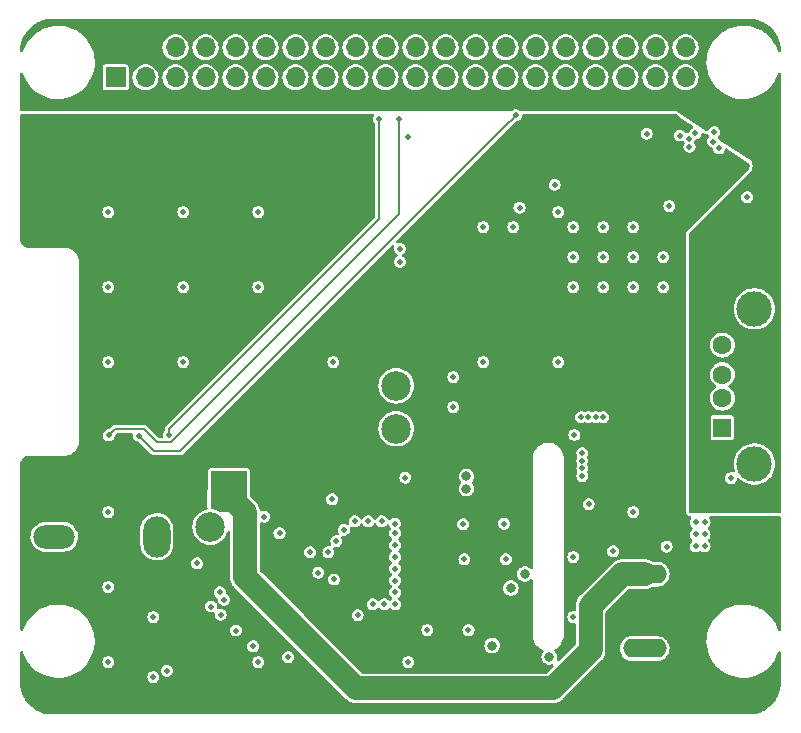
<source format=gbr>
%TF.GenerationSoftware,KiCad,Pcbnew,7.0.2-0*%
%TF.CreationDate,2024-01-28T21:47:35-03:30*%
%TF.ProjectId,ground-station,67726f75-6e64-42d7-9374-6174696f6e2e,rev?*%
%TF.SameCoordinates,Original*%
%TF.FileFunction,Copper,L3,Inr*%
%TF.FilePolarity,Positive*%
%FSLAX46Y46*%
G04 Gerber Fmt 4.6, Leading zero omitted, Abs format (unit mm)*
G04 Created by KiCad (PCBNEW 7.0.2-0) date 2024-01-28 21:47:35*
%MOMM*%
%LPD*%
G01*
G04 APERTURE LIST*
%TA.AperFunction,ComponentPad*%
%ADD10R,1.700000X1.700000*%
%TD*%
%TA.AperFunction,ComponentPad*%
%ADD11O,1.700000X1.700000*%
%TD*%
%TA.AperFunction,ComponentPad*%
%ADD12O,2.300000X3.500000*%
%TD*%
%TA.AperFunction,ComponentPad*%
%ADD13O,3.500000X2.000000*%
%TD*%
%TA.AperFunction,ComponentPad*%
%ADD14O,3.700000X1.600000*%
%TD*%
%TA.AperFunction,ComponentPad*%
%ADD15C,2.500000*%
%TD*%
%TA.AperFunction,ComponentPad*%
%ADD16R,1.500000X1.600000*%
%TD*%
%TA.AperFunction,ComponentPad*%
%ADD17C,1.600000*%
%TD*%
%TA.AperFunction,ComponentPad*%
%ADD18C,3.000000*%
%TD*%
%TA.AperFunction,ViaPad*%
%ADD19C,0.500000*%
%TD*%
%TA.AperFunction,ViaPad*%
%ADD20C,0.800000*%
%TD*%
%TA.AperFunction,Conductor*%
%ADD21C,2.000000*%
%TD*%
%TA.AperFunction,Conductor*%
%ADD22C,0.200000*%
%TD*%
G04 APERTURE END LIST*
D10*
%TO.N,unconnected-(J101-3V3-Pad1)*%
%TO.C,J101*%
X108560000Y-71150000D03*
D11*
%TO.N,Net-(J101-5V-Pad2)*%
X108560000Y-68610000D03*
%TO.N,unconnected-(J101-SDA{slash}GPIO2-Pad3)*%
X111100000Y-71150000D03*
%TO.N,Net-(J101-5V-Pad2)*%
X111100000Y-68610000D03*
%TO.N,unconnected-(J101-SCL{slash}GPIO3-Pad5)*%
X113640000Y-71150000D03*
%TO.N,GND*%
X113640000Y-68610000D03*
%TO.N,/DIGITAL_RADIO_DIO1*%
X116180000Y-71150000D03*
%TO.N,/GPS_UART_RX*%
X116180000Y-68610000D03*
%TO.N,GND*%
X118720000Y-71150000D03*
%TO.N,/GPS_UART_TX*%
X118720000Y-68610000D03*
%TO.N,unconnected-(J101-GPIO17-Pad11)*%
X121260000Y-71150000D03*
%TO.N,unconnected-(J101-GPIO18{slash}PWM0-Pad12)*%
X121260000Y-68610000D03*
%TO.N,/VIDEO_CH3*%
X123800000Y-71150000D03*
%TO.N,GND*%
X123800000Y-68610000D03*
%TO.N,/~{DIGITIZER_PWRDWN}*%
X126340000Y-71150000D03*
%TO.N,/~{DIGITIZER_RESET}*%
X126340000Y-68610000D03*
%TO.N,unconnected-(J101-3V3-Pad17)*%
X128880000Y-71150000D03*
%TO.N,unconnected-(J101-GPIO24-Pad18)*%
X128880000Y-68610000D03*
%TO.N,/DIGITAL_RADIO_MOSI*%
X131420000Y-71150000D03*
%TO.N,GND*%
X131420000Y-68610000D03*
%TO.N,/DIGITAL_RADIO_MISO*%
X133960000Y-71150000D03*
%TO.N,/VIDEO_CH1*%
X133960000Y-68610000D03*
%TO.N,/DIGITAL_RADIO_SCLK*%
X136500000Y-71150000D03*
%TO.N,/~{DIGITAL_RADIO_nCS}*%
X136500000Y-68610000D03*
%TO.N,GND*%
X139040000Y-71150000D03*
%TO.N,/~{DIGITAL_RADIO_RESET}*%
X139040000Y-68610000D03*
%TO.N,unconnected-(J101-ID_SD{slash}GPIO0-Pad27)*%
X141580000Y-71150000D03*
%TO.N,unconnected-(J101-ID_SC{slash}GPIO1-Pad28)*%
X141580000Y-68610000D03*
%TO.N,/DIGITAL_RADIO_DIO3*%
X144120000Y-71150000D03*
%TO.N,GND*%
X144120000Y-68610000D03*
%TO.N,/DIGITAL_RADIO_BUSY*%
X146660000Y-71150000D03*
%TO.N,unconnected-(J101-PWM0{slash}GPIO12-Pad32)*%
X146660000Y-68610000D03*
%TO.N,/~{DIGITIZER_INTRQ}*%
X149200000Y-71150000D03*
%TO.N,GND*%
X149200000Y-68610000D03*
%TO.N,unconnected-(J101-GPIO19{slash}MISO1-Pad35)*%
X151740000Y-71150000D03*
%TO.N,/~{GPS_RESET}*%
X151740000Y-68610000D03*
%TO.N,/VIDEO_CH2*%
X154280000Y-71150000D03*
%TO.N,unconnected-(J101-GPIO20{slash}MOSI1-Pad38)*%
X154280000Y-68610000D03*
%TO.N,GND*%
X156820000Y-71150000D03*
%TO.N,unconnected-(J101-GPIO21{slash}SCLK1-Pad40)*%
X156820000Y-68610000D03*
%TD*%
D12*
%TO.N,Net-(J3-In)*%
%TO.C,J3*%
X112060000Y-110040000D03*
D13*
%TO.N,GND*%
X103360000Y-110040000D03*
%TD*%
D14*
%TO.N,+5V*%
%TO.C,J2*%
X153350000Y-113200000D03*
%TO.N,GND*%
X153350000Y-119500000D03*
%TD*%
D15*
%TO.N,Net-(U202-RSSI)*%
%TO.C,TP1*%
X132320000Y-97260000D03*
%TD*%
D16*
%TO.N,+5V*%
%TO.C,J1*%
X159940000Y-100810000D03*
D17*
%TO.N,unconnected-(J1-D--Pad2)*%
X159940000Y-98310000D03*
%TO.N,unconnected-(J1-D+-Pad3)*%
X159940000Y-96310000D03*
%TO.N,GND*%
X159940000Y-93810000D03*
D18*
%TO.N,Net-(J1-Shield)*%
X162650000Y-103880000D03*
X162650000Y-90740000D03*
%TD*%
D15*
%TO.N,Net-(U202-AUDIO)*%
%TO.C,TP2*%
X132320000Y-100890000D03*
%TD*%
%TO.N,Net-(U601-AIN2)*%
%TO.C,TP3*%
X116570000Y-109210000D03*
%TD*%
D19*
%TO.N,+5V*%
X119320000Y-106980000D03*
X117800000Y-106980000D03*
X117040000Y-106980000D03*
X118560000Y-106980000D03*
%TO.N,GND*%
X147320000Y-111760000D03*
X132240000Y-111748571D03*
X107950000Y-107950000D03*
X147320000Y-88900000D03*
X132240000Y-109742857D03*
X130350000Y-115760000D03*
X114300000Y-88900000D03*
X152400000Y-86360000D03*
X125730000Y-113090000D03*
X139700000Y-83820000D03*
X132240000Y-113754285D03*
X147980000Y-99910000D03*
X154940000Y-86360000D03*
X131096666Y-108730000D03*
X127900000Y-109460000D03*
X157670000Y-109842500D03*
X117450000Y-116660000D03*
X158440000Y-108812500D03*
X138440000Y-117940000D03*
X148080000Y-102960000D03*
X158440000Y-110842500D03*
X149860000Y-86360000D03*
X107950000Y-120650000D03*
X149220000Y-99910000D03*
X155210000Y-110880000D03*
X158440000Y-109832500D03*
X132200000Y-108920000D03*
X147320000Y-83820000D03*
X127000000Y-95250000D03*
X132240000Y-114757142D03*
X152400000Y-107950000D03*
X120650000Y-88900000D03*
X141460000Y-108940000D03*
X137980000Y-108970000D03*
X147320000Y-116840000D03*
X152400000Y-83820000D03*
X141610000Y-111940000D03*
X159240000Y-75780000D03*
X154940000Y-88900000D03*
X107950000Y-82550000D03*
X148080000Y-104910000D03*
X127250000Y-110410000D03*
X111760000Y-121920000D03*
X147320000Y-86360000D03*
X157670000Y-108822500D03*
X107950000Y-114300000D03*
X114300000Y-82550000D03*
X155448000Y-82042000D03*
X146050000Y-82550000D03*
X107950000Y-88900000D03*
X132240000Y-110745714D03*
X122440000Y-109730000D03*
X132240000Y-112751428D03*
X134960000Y-117940000D03*
X138090000Y-111950000D03*
X129953333Y-108730000D03*
X148600000Y-99910000D03*
X128810000Y-108730000D03*
X132240000Y-115760000D03*
X107950000Y-95250000D03*
X152400000Y-88900000D03*
X127070000Y-113660000D03*
X137160000Y-96520000D03*
X142240000Y-83820000D03*
X126580000Y-111360000D03*
X150695000Y-111280000D03*
X149860000Y-83820000D03*
X148080000Y-103610000D03*
X114300000Y-95250000D03*
X160680000Y-105070000D03*
X131295000Y-115760000D03*
X146050000Y-95250000D03*
X133350000Y-76200000D03*
X162030000Y-81290000D03*
X133350000Y-120650000D03*
X120650000Y-82550000D03*
X149840000Y-99910000D03*
X139700000Y-95250000D03*
X142760000Y-82180000D03*
X137160000Y-99060000D03*
X118740000Y-117980000D03*
X157670000Y-110852500D03*
X149860000Y-88900000D03*
X148080000Y-104260000D03*
X111760000Y-116840000D03*
X145730000Y-80250000D03*
X120650000Y-120650000D03*
%TO.N,+3V3*%
X161980000Y-78640000D03*
X114160000Y-116950000D03*
X133092500Y-107007500D03*
X113510000Y-117840000D03*
X114810000Y-117840000D03*
X152130000Y-95380000D03*
X154723332Y-95380000D03*
X155480000Y-83310000D03*
X153426666Y-95380000D03*
X156020000Y-95380000D03*
X143600000Y-82160000D03*
X132570000Y-88330000D03*
%TO.N,/Video Digitizer/DIGITIZER_ANALOG_SUPPLY*%
X121160000Y-108340000D03*
X125030000Y-111350000D03*
%TO.N,/Video Digitizer/DIGITIZER_DIGITAL_SUPPLY*%
X129060000Y-116680000D03*
X120210000Y-119320000D03*
%TO.N,/Video Digitizer/VID_EN_1V8*%
X133100000Y-105040000D03*
X112900000Y-121390000D03*
%TO.N,/DIGITAL_RADIO_DIO1*%
X159655500Y-77150000D03*
%TO.N,/DIGITAL_RADIO_BUSY*%
X159159500Y-76577406D03*
%TO.N,/~{DIGITAL_RADIO_RESET}*%
X157660000Y-75880000D03*
%TO.N,/~{DIGITAL_RADIO_nCS}*%
X153520000Y-75920000D03*
%TO.N,/DIGITAL_RADIO_MISO*%
X157117001Y-76339646D03*
%TO.N,/DIGITAL_RADIO_MOSI*%
X157151714Y-77038286D03*
%TO.N,/DIGITAL_RADIO_SCLK*%
X156340000Y-76070500D03*
%TO.N,Net-(J101-5V-Pad2)*%
X164460000Y-106890000D03*
X162940000Y-106260000D03*
X162950000Y-106890000D03*
X163705000Y-106890000D03*
X163695000Y-106260000D03*
X164450000Y-106260000D03*
%TO.N,/GPS_UART_RX*%
X132640000Y-86760000D03*
%TO.N,/GPS_UART_TX*%
X132640000Y-85660000D03*
%TO.N,/VIDEO_CH3*%
X130880000Y-74710000D03*
X113060000Y-101450000D03*
%TO.N,/~{DIGITIZER_PWRDWN}*%
X116660000Y-115950000D03*
%TO.N,/~{DIGITIZER_RESET}*%
X115460000Y-112300000D03*
%TO.N,/VIDEO_CH1*%
X107980000Y-101460000D03*
X132570000Y-74680000D03*
%TO.N,/~{DIGITIZER_INTRQ}*%
X123170000Y-120230000D03*
%TO.N,/VIDEO_CH2*%
X110520000Y-101470000D03*
X142450000Y-74370000D03*
D20*
%TO.N,/CAM_D1_CONN_N*%
X142018959Y-114391041D03*
X140440000Y-119260000D03*
%TO.N,/CAM_D1_CONN_P*%
X145280000Y-120220000D03*
X143221041Y-113188959D03*
D19*
%TO.N,/CAM_SCL*%
X117750000Y-115360000D03*
D20*
X138270000Y-105970000D03*
%TO.N,/CAM_SDA*%
X138270000Y-104920000D03*
D19*
X117390000Y-114750000D03*
%TO.N,Net-(U3-EN)*%
X147410453Y-101426921D03*
X148610000Y-107280000D03*
%TO.N,Net-(J3-In)*%
X126900000Y-106870000D03*
%TD*%
D21*
%TO.N,+5V*%
X151470000Y-113200000D02*
X153350000Y-113200000D01*
X119520000Y-113444444D02*
X128955556Y-122880000D01*
X148780000Y-119660000D02*
X148780000Y-115890000D01*
X118560000Y-106980000D02*
X119520000Y-107940000D01*
X148780000Y-115890000D02*
X151470000Y-113200000D01*
X119520000Y-107940000D02*
X119520000Y-113444444D01*
X128955556Y-122880000D02*
X145560000Y-122880000D01*
X145560000Y-122880000D02*
X148780000Y-119660000D01*
D22*
%TO.N,/VIDEO_CH3*%
X130880000Y-83140000D02*
X130880000Y-74710000D01*
X113060000Y-101450000D02*
X113060000Y-100960000D01*
X113060000Y-100960000D02*
X130880000Y-83140000D01*
%TO.N,/VIDEO_CH1*%
X110960000Y-100920000D02*
X112060000Y-102020000D01*
X112060000Y-102020000D02*
X113267818Y-102020000D01*
X108520000Y-100920000D02*
X110960000Y-100920000D01*
X132570000Y-82717818D02*
X132570000Y-74680000D01*
X107980000Y-101460000D02*
X108520000Y-100920000D01*
X113267818Y-102020000D02*
X132570000Y-82717818D01*
%TO.N,/VIDEO_CH2*%
X142000000Y-74820000D02*
X141990000Y-74820000D01*
X111850000Y-102800000D02*
X110520000Y-101470000D01*
X141990000Y-74820000D02*
X114010000Y-102800000D01*
X114010000Y-102800000D02*
X111850000Y-102800000D01*
X142450000Y-74370000D02*
X142000000Y-74820000D01*
%TD*%
%TA.AperFunction,Conductor*%
%TO.N,Net-(J101-5V-Pad2)*%
G36*
X162193472Y-66180695D02*
G01*
X162485306Y-66197084D01*
X162499103Y-66198638D01*
X162783827Y-66247015D01*
X162797384Y-66250109D01*
X163074899Y-66330060D01*
X163088025Y-66334653D01*
X163354841Y-66445172D01*
X163367355Y-66451198D01*
X163533444Y-66542992D01*
X163620125Y-66590899D01*
X163631899Y-66598297D01*
X163867430Y-66765415D01*
X163878302Y-66774085D01*
X163901346Y-66794678D01*
X164018563Y-66899430D01*
X164093642Y-66966524D01*
X164103473Y-66976355D01*
X164196053Y-67079952D01*
X164295914Y-67191697D01*
X164304584Y-67202569D01*
X164471702Y-67438100D01*
X164479100Y-67449874D01*
X164618797Y-67702637D01*
X164624830Y-67715165D01*
X164735346Y-67981975D01*
X164739939Y-67995100D01*
X164819890Y-68272615D01*
X164822984Y-68286172D01*
X164871359Y-68570885D01*
X164872916Y-68584703D01*
X164889305Y-68876527D01*
X164889500Y-68883480D01*
X164889500Y-68910715D01*
X164869815Y-68977754D01*
X164817011Y-69023509D01*
X164747853Y-69033453D01*
X164684297Y-69004428D01*
X164647569Y-68949033D01*
X164630479Y-68896436D01*
X164583964Y-68753277D01*
X164436664Y-68430734D01*
X164253557Y-68127085D01*
X164037029Y-67846287D01*
X163897424Y-67702637D01*
X163792380Y-67594549D01*
X163792373Y-67594543D01*
X163789905Y-67592003D01*
X163515405Y-67367545D01*
X163217109Y-67175841D01*
X163213686Y-67174158D01*
X162902078Y-67020951D01*
X162902070Y-67020947D01*
X162898904Y-67019391D01*
X162895582Y-67018206D01*
X162895571Y-67018201D01*
X162568274Y-66901421D01*
X162568259Y-66901416D01*
X162564939Y-66900232D01*
X162548688Y-66896453D01*
X162223011Y-66820720D01*
X162223000Y-66820718D01*
X162219568Y-66819920D01*
X162216067Y-66819518D01*
X162216054Y-66819516D01*
X161870810Y-66779903D01*
X161870800Y-66779902D01*
X161867293Y-66779500D01*
X161601424Y-66779500D01*
X161599669Y-66779600D01*
X161599646Y-66779601D01*
X161339531Y-66794475D01*
X161339520Y-66794476D01*
X161335992Y-66794678D01*
X161332511Y-66795280D01*
X161332497Y-66795282D01*
X160990090Y-66854539D01*
X160986600Y-66855143D01*
X160983209Y-66856138D01*
X160983199Y-66856141D01*
X160649771Y-66954044D01*
X160649764Y-66954046D01*
X160646377Y-66955041D01*
X160643127Y-66956414D01*
X160643117Y-66956418D01*
X160323027Y-67091689D01*
X160323013Y-67091695D01*
X160319759Y-67093071D01*
X160316683Y-67094808D01*
X160316673Y-67094813D01*
X160014077Y-67265696D01*
X160014062Y-67265705D01*
X160011005Y-67267432D01*
X160008156Y-67269501D01*
X160008148Y-67269507D01*
X159726998Y-67473775D01*
X159726989Y-67473782D01*
X159724139Y-67475853D01*
X159721542Y-67478236D01*
X159721534Y-67478243D01*
X159465511Y-67713219D01*
X159465505Y-67713224D01*
X159462901Y-67715615D01*
X159460592Y-67718279D01*
X159460580Y-67718292D01*
X159233013Y-67980919D01*
X159230696Y-67983593D01*
X159228703Y-67986507D01*
X159228695Y-67986518D01*
X159032557Y-68273360D01*
X159032547Y-68273375D01*
X159030552Y-68276294D01*
X159028903Y-68279418D01*
X159028894Y-68279434D01*
X158866732Y-68586768D01*
X158866727Y-68586776D01*
X158865079Y-68589902D01*
X158863793Y-68593204D01*
X158863793Y-68593205D01*
X158740175Y-68910715D01*
X158736432Y-68920328D01*
X158735534Y-68923740D01*
X158735530Y-68923756D01*
X158647192Y-69259830D01*
X158647189Y-69259840D01*
X158646290Y-69263264D01*
X158645785Y-69266771D01*
X158645785Y-69266775D01*
X158612945Y-69495186D01*
X158595827Y-69614241D01*
X158595725Y-69617785D01*
X158595725Y-69617794D01*
X158585802Y-69965127D01*
X158585802Y-69965137D01*
X158585701Y-69968683D01*
X158586004Y-69972221D01*
X158586005Y-69972224D01*
X158605629Y-70200698D01*
X158616045Y-70321968D01*
X158616749Y-70325445D01*
X158616750Y-70325448D01*
X158685757Y-70666012D01*
X158685760Y-70666026D01*
X158686463Y-70669492D01*
X158687557Y-70672861D01*
X158687559Y-70672866D01*
X158748369Y-70860021D01*
X158796036Y-71006723D01*
X158797509Y-71009949D01*
X158797512Y-71009956D01*
X158872077Y-71173231D01*
X158943336Y-71329266D01*
X159126443Y-71632915D01*
X159342971Y-71913713D01*
X159458953Y-72033056D01*
X159587619Y-72165450D01*
X159587625Y-72165456D01*
X159590095Y-72167997D01*
X159864595Y-72392455D01*
X160162891Y-72584159D01*
X160481096Y-72740609D01*
X160484425Y-72741797D01*
X160484428Y-72741798D01*
X160811725Y-72858578D01*
X160811729Y-72858579D01*
X160815061Y-72859768D01*
X161160432Y-72940080D01*
X161512707Y-72980500D01*
X161516250Y-72980500D01*
X161776791Y-72980500D01*
X161778576Y-72980500D01*
X162044008Y-72965322D01*
X162393400Y-72904857D01*
X162733623Y-72804959D01*
X163060241Y-72666929D01*
X163368995Y-72492568D01*
X163655861Y-72284147D01*
X163917099Y-72044385D01*
X164149304Y-71776407D01*
X164349448Y-71483706D01*
X164514921Y-71170098D01*
X164643568Y-70839672D01*
X164645574Y-70832038D01*
X164681653Y-70772208D01*
X164744354Y-70741379D01*
X164813768Y-70749343D01*
X164867858Y-70793571D01*
X164889449Y-70860021D01*
X164889500Y-70863563D01*
X164889500Y-107906000D01*
X164869815Y-107973039D01*
X164817011Y-108018794D01*
X164765500Y-108030000D01*
X157224052Y-108030000D01*
X157157013Y-108010315D01*
X157111258Y-107957511D01*
X157100052Y-107905948D01*
X157101038Y-105574500D01*
X157101251Y-105069999D01*
X160170312Y-105069999D01*
X160190957Y-105213596D01*
X160228223Y-105295196D01*
X160251223Y-105345558D01*
X160346225Y-105455196D01*
X160468268Y-105533629D01*
X160607464Y-105574500D01*
X160752536Y-105574500D01*
X160891732Y-105533629D01*
X161013775Y-105455196D01*
X161108777Y-105345558D01*
X161169042Y-105213596D01*
X161175246Y-105170441D01*
X161204270Y-105106887D01*
X161263047Y-105069111D01*
X161332917Y-105069110D01*
X161382325Y-105097189D01*
X161553020Y-105255570D01*
X161770290Y-105403702D01*
X162007212Y-105517798D01*
X162258492Y-105595308D01*
X162518518Y-105634500D01*
X162781482Y-105634500D01*
X163041508Y-105595308D01*
X163292788Y-105517798D01*
X163529710Y-105403702D01*
X163746980Y-105255570D01*
X163939746Y-105076710D01*
X164103701Y-104871117D01*
X164235183Y-104643384D01*
X164331254Y-104398598D01*
X164389769Y-104142228D01*
X164409420Y-103880000D01*
X164389769Y-103617772D01*
X164331254Y-103361402D01*
X164235183Y-103116616D01*
X164103701Y-102888883D01*
X163939746Y-102683290D01*
X163746980Y-102504430D01*
X163529710Y-102356298D01*
X163529709Y-102356297D01*
X163529707Y-102356296D01*
X163347647Y-102268621D01*
X163292788Y-102242202D01*
X163215276Y-102218292D01*
X163041507Y-102164691D01*
X162781482Y-102125500D01*
X162518518Y-102125500D01*
X162258492Y-102164691D01*
X162007212Y-102242202D01*
X161770292Y-102356296D01*
X161553018Y-102504431D01*
X161360253Y-102683290D01*
X161196298Y-102888883D01*
X161064816Y-103116617D01*
X160968746Y-103361399D01*
X160910230Y-103617774D01*
X160890579Y-103880000D01*
X160910230Y-104142225D01*
X160968746Y-104398600D01*
X160978486Y-104423417D01*
X160984653Y-104493014D01*
X160952214Y-104554897D01*
X160891468Y-104589418D01*
X160828123Y-104587694D01*
X160752536Y-104565500D01*
X160607464Y-104565500D01*
X160468268Y-104606371D01*
X160346225Y-104684803D01*
X160251222Y-104794443D01*
X160190957Y-104926403D01*
X160170312Y-105069999D01*
X157101251Y-105069999D01*
X157102703Y-101635065D01*
X158935500Y-101635065D01*
X158950266Y-101709301D01*
X159006515Y-101793484D01*
X159083907Y-101845196D01*
X159090699Y-101849734D01*
X159164933Y-101864500D01*
X160715066Y-101864499D01*
X160789301Y-101849734D01*
X160873484Y-101793484D01*
X160929734Y-101709301D01*
X160944500Y-101635067D01*
X160944499Y-99984934D01*
X160929734Y-99910699D01*
X160911068Y-99882765D01*
X160873484Y-99826515D01*
X160789300Y-99770265D01*
X160715069Y-99755500D01*
X159164934Y-99755500D01*
X159090698Y-99770266D01*
X159006515Y-99826515D01*
X158950265Y-99910699D01*
X158935500Y-99984930D01*
X158935500Y-101635065D01*
X157102703Y-101635065D01*
X157104108Y-98310000D01*
X158880398Y-98310000D01*
X158900757Y-98516716D01*
X158900758Y-98516718D01*
X158961055Y-98715492D01*
X159058973Y-98898683D01*
X159110462Y-98961423D01*
X159190747Y-99059252D01*
X159271032Y-99125139D01*
X159351317Y-99191027D01*
X159534508Y-99288945D01*
X159733282Y-99349242D01*
X159940000Y-99369602D01*
X160146718Y-99349242D01*
X160345492Y-99288945D01*
X160528683Y-99191027D01*
X160689252Y-99059252D01*
X160821027Y-98898683D01*
X160918945Y-98715492D01*
X160979242Y-98516718D01*
X160999602Y-98310000D01*
X160979242Y-98103282D01*
X160918945Y-97904508D01*
X160821027Y-97721317D01*
X160755139Y-97641032D01*
X160689252Y-97560747D01*
X160528684Y-97428974D01*
X160528683Y-97428973D01*
X160510693Y-97419357D01*
X160460850Y-97370397D01*
X160445389Y-97302260D01*
X160469220Y-97236580D01*
X160510692Y-97200643D01*
X160528683Y-97191027D01*
X160689252Y-97059252D01*
X160821027Y-96898683D01*
X160918945Y-96715492D01*
X160979242Y-96516718D01*
X160999602Y-96310000D01*
X160979242Y-96103282D01*
X160918945Y-95904508D01*
X160821027Y-95721317D01*
X160750350Y-95635196D01*
X160689252Y-95560747D01*
X160591423Y-95480462D01*
X160528683Y-95428973D01*
X160345492Y-95331055D01*
X160246104Y-95300906D01*
X160146716Y-95270757D01*
X159962583Y-95252622D01*
X159940000Y-95250398D01*
X159939999Y-95250398D01*
X159733283Y-95270757D01*
X159534505Y-95331056D01*
X159351318Y-95428972D01*
X159190747Y-95560747D01*
X159058972Y-95721318D01*
X158961056Y-95904505D01*
X158900757Y-96103283D01*
X158880398Y-96310000D01*
X158900757Y-96516716D01*
X158918395Y-96574859D01*
X158961055Y-96715492D01*
X159058973Y-96898683D01*
X159110462Y-96961423D01*
X159190747Y-97059252D01*
X159271032Y-97125139D01*
X159351317Y-97191027D01*
X159364824Y-97198247D01*
X159369305Y-97200642D01*
X159419149Y-97249604D01*
X159434610Y-97317742D01*
X159410778Y-97383422D01*
X159369305Y-97419358D01*
X159351318Y-97428972D01*
X159190747Y-97560747D01*
X159058972Y-97721318D01*
X158961056Y-97904505D01*
X158900757Y-98103283D01*
X158880398Y-98310000D01*
X157104108Y-98310000D01*
X157106010Y-93810000D01*
X158880398Y-93810000D01*
X158900757Y-94016716D01*
X158900758Y-94016718D01*
X158961055Y-94215492D01*
X159058973Y-94398683D01*
X159110462Y-94461423D01*
X159190747Y-94559252D01*
X159271032Y-94625139D01*
X159351317Y-94691027D01*
X159534508Y-94788945D01*
X159733282Y-94849242D01*
X159940000Y-94869602D01*
X160146718Y-94849242D01*
X160345492Y-94788945D01*
X160528683Y-94691027D01*
X160689252Y-94559252D01*
X160821027Y-94398683D01*
X160918945Y-94215492D01*
X160979242Y-94016718D01*
X160999602Y-93810000D01*
X160979242Y-93603282D01*
X160918945Y-93404508D01*
X160821027Y-93221317D01*
X160755139Y-93141032D01*
X160689252Y-93060747D01*
X160591423Y-92980462D01*
X160528683Y-92928973D01*
X160345492Y-92831055D01*
X160246105Y-92800906D01*
X160146716Y-92770757D01*
X159962583Y-92752622D01*
X159940000Y-92750398D01*
X159939999Y-92750398D01*
X159733283Y-92770757D01*
X159534505Y-92831056D01*
X159351318Y-92928972D01*
X159190747Y-93060747D01*
X159058972Y-93221318D01*
X158961056Y-93404505D01*
X158900757Y-93603283D01*
X158880398Y-93810000D01*
X157106010Y-93810000D01*
X157107307Y-90739999D01*
X160890579Y-90739999D01*
X160910230Y-91002225D01*
X160968746Y-91258600D01*
X161064816Y-91503382D01*
X161064817Y-91503384D01*
X161196299Y-91731117D01*
X161360254Y-91936710D01*
X161553020Y-92115570D01*
X161770290Y-92263702D01*
X162007212Y-92377798D01*
X162258492Y-92455308D01*
X162518518Y-92494500D01*
X162781482Y-92494500D01*
X163041508Y-92455308D01*
X163292788Y-92377798D01*
X163529710Y-92263702D01*
X163746980Y-92115570D01*
X163939746Y-91936710D01*
X164103701Y-91731117D01*
X164235183Y-91503384D01*
X164331254Y-91258598D01*
X164389769Y-91002228D01*
X164409420Y-90740000D01*
X164389769Y-90477772D01*
X164331254Y-90221402D01*
X164235183Y-89976616D01*
X164103701Y-89748883D01*
X163939746Y-89543290D01*
X163746980Y-89364430D01*
X163529710Y-89216298D01*
X163529709Y-89216297D01*
X163529707Y-89216296D01*
X163402827Y-89155194D01*
X163292788Y-89102202D01*
X163215276Y-89078292D01*
X163041507Y-89024691D01*
X162781482Y-88985500D01*
X162518518Y-88985500D01*
X162258492Y-89024691D01*
X162007212Y-89102202D01*
X161770292Y-89216296D01*
X161553018Y-89364431D01*
X161360253Y-89543290D01*
X161196298Y-89748883D01*
X161064816Y-89976617D01*
X160968746Y-90221399D01*
X160910230Y-90477774D01*
X160890579Y-90739999D01*
X157107307Y-90739999D01*
X157109978Y-84421261D01*
X157129691Y-84354231D01*
X157146210Y-84333722D01*
X160184243Y-81290000D01*
X161520312Y-81290000D01*
X161540957Y-81433596D01*
X161588409Y-81537500D01*
X161601223Y-81565558D01*
X161696225Y-81675196D01*
X161818268Y-81753629D01*
X161957464Y-81794500D01*
X162102536Y-81794500D01*
X162241732Y-81753629D01*
X162363775Y-81675196D01*
X162458777Y-81565558D01*
X162519042Y-81433596D01*
X162539688Y-81290000D01*
X162519042Y-81146404D01*
X162458777Y-81014442D01*
X162363775Y-80904804D01*
X162363774Y-80904803D01*
X162320164Y-80876776D01*
X162241732Y-80826371D01*
X162102536Y-80785500D01*
X161957464Y-80785500D01*
X161818268Y-80826371D01*
X161696225Y-80904803D01*
X161601222Y-81014443D01*
X161540957Y-81146403D01*
X161520312Y-81290000D01*
X160184243Y-81290000D01*
X162450000Y-79020000D01*
X162450000Y-78852265D01*
X162461207Y-78800753D01*
X162464200Y-78794197D01*
X162469042Y-78783596D01*
X162489688Y-78640000D01*
X162469042Y-78496404D01*
X162468457Y-78495123D01*
X162461205Y-78479241D01*
X162450000Y-78427731D01*
X162450000Y-78260000D01*
X159659579Y-76412759D01*
X159615233Y-76360875D01*
X159588277Y-76301848D01*
X159588275Y-76301846D01*
X159580870Y-76285630D01*
X159582399Y-76284931D01*
X159563159Y-76242807D01*
X159573099Y-76173648D01*
X159592180Y-76143955D01*
X159668777Y-76055558D01*
X159729042Y-75923596D01*
X159749688Y-75780000D01*
X159729042Y-75636404D01*
X159714445Y-75604442D01*
X159668777Y-75504443D01*
X159668777Y-75504442D01*
X159573775Y-75394804D01*
X159573774Y-75394803D01*
X159530164Y-75366776D01*
X159451732Y-75316371D01*
X159312536Y-75275500D01*
X159167464Y-75275500D01*
X159028268Y-75316371D01*
X158906225Y-75394803D01*
X158811222Y-75504443D01*
X158749910Y-75638697D01*
X158704155Y-75691501D01*
X158637115Y-75711185D01*
X158570076Y-75691500D01*
X158568668Y-75690582D01*
X156029998Y-74009999D01*
X156029999Y-74009999D01*
X142852097Y-74005340D01*
X142785102Y-73985656D01*
X142679643Y-73917882D01*
X142661732Y-73906371D01*
X142522536Y-73865500D01*
X142377464Y-73865500D01*
X142238268Y-73906371D01*
X142115341Y-73985372D01*
X142048301Y-74005057D01*
X142048257Y-74005057D01*
X100614456Y-73990410D01*
X100547424Y-73970702D01*
X100501687Y-73917882D01*
X100490500Y-73866410D01*
X100490500Y-70849284D01*
X100510185Y-70782245D01*
X100562989Y-70736490D01*
X100632147Y-70726546D01*
X100695703Y-70755571D01*
X100732430Y-70810965D01*
X100796036Y-71006723D01*
X100797509Y-71009949D01*
X100797512Y-71009956D01*
X100872077Y-71173231D01*
X100943336Y-71329266D01*
X101126443Y-71632915D01*
X101342971Y-71913713D01*
X101458953Y-72033056D01*
X101587619Y-72165450D01*
X101587625Y-72165456D01*
X101590095Y-72167997D01*
X101864595Y-72392455D01*
X102162891Y-72584159D01*
X102481096Y-72740609D01*
X102484425Y-72741797D01*
X102484428Y-72741798D01*
X102811725Y-72858578D01*
X102811729Y-72858579D01*
X102815061Y-72859768D01*
X103160432Y-72940080D01*
X103512707Y-72980500D01*
X103516250Y-72980500D01*
X103776791Y-72980500D01*
X103778576Y-72980500D01*
X104044008Y-72965322D01*
X104393400Y-72904857D01*
X104733623Y-72804959D01*
X105060241Y-72666929D01*
X105368995Y-72492568D01*
X105655861Y-72284147D01*
X105917099Y-72044385D01*
X105933840Y-72025065D01*
X107455500Y-72025065D01*
X107470266Y-72099301D01*
X107526515Y-72183484D01*
X107576506Y-72216887D01*
X107610699Y-72239734D01*
X107684933Y-72254500D01*
X109435066Y-72254499D01*
X109509301Y-72239734D01*
X109593484Y-72183484D01*
X109649734Y-72099301D01*
X109664500Y-72025067D01*
X109664499Y-71149999D01*
X109990768Y-71149999D01*
X110009654Y-71353823D01*
X110065670Y-71550699D01*
X110156911Y-71733934D01*
X110280268Y-71897286D01*
X110431535Y-72035184D01*
X110431537Y-72035185D01*
X110431538Y-72035186D01*
X110605573Y-72142944D01*
X110796444Y-72216888D01*
X110997653Y-72254500D01*
X110997655Y-72254500D01*
X111202345Y-72254500D01*
X111202347Y-72254500D01*
X111403556Y-72216888D01*
X111594427Y-72142944D01*
X111768462Y-72035186D01*
X111919732Y-71897285D01*
X112043088Y-71733935D01*
X112134328Y-71550701D01*
X112134329Y-71550699D01*
X112190345Y-71353823D01*
X112193083Y-71324265D01*
X112209232Y-71150000D01*
X112209232Y-71149999D01*
X112530768Y-71149999D01*
X112549654Y-71353823D01*
X112605670Y-71550699D01*
X112696911Y-71733934D01*
X112820268Y-71897286D01*
X112971535Y-72035184D01*
X112971537Y-72035185D01*
X112971538Y-72035186D01*
X113145573Y-72142944D01*
X113336444Y-72216888D01*
X113537653Y-72254500D01*
X113537655Y-72254500D01*
X113742345Y-72254500D01*
X113742347Y-72254500D01*
X113943556Y-72216888D01*
X114134427Y-72142944D01*
X114308462Y-72035186D01*
X114459732Y-71897285D01*
X114583088Y-71733935D01*
X114674328Y-71550701D01*
X114674329Y-71550699D01*
X114730345Y-71353823D01*
X114733083Y-71324265D01*
X114749232Y-71150000D01*
X114749232Y-71149999D01*
X115070768Y-71149999D01*
X115089654Y-71353823D01*
X115145670Y-71550699D01*
X115236911Y-71733934D01*
X115360268Y-71897286D01*
X115511535Y-72035184D01*
X115511537Y-72035185D01*
X115511538Y-72035186D01*
X115685573Y-72142944D01*
X115876444Y-72216888D01*
X116077653Y-72254500D01*
X116077655Y-72254500D01*
X116282345Y-72254500D01*
X116282347Y-72254500D01*
X116483556Y-72216888D01*
X116674427Y-72142944D01*
X116848462Y-72035186D01*
X116999732Y-71897285D01*
X117123088Y-71733935D01*
X117214328Y-71550701D01*
X117214329Y-71550699D01*
X117270345Y-71353823D01*
X117273083Y-71324265D01*
X117289232Y-71150000D01*
X117289232Y-71149999D01*
X117610768Y-71149999D01*
X117629654Y-71353823D01*
X117685670Y-71550699D01*
X117776911Y-71733934D01*
X117900268Y-71897286D01*
X118051535Y-72035184D01*
X118051537Y-72035185D01*
X118051538Y-72035186D01*
X118225573Y-72142944D01*
X118416444Y-72216888D01*
X118617653Y-72254500D01*
X118617655Y-72254500D01*
X118822345Y-72254500D01*
X118822347Y-72254500D01*
X119023556Y-72216888D01*
X119214427Y-72142944D01*
X119388462Y-72035186D01*
X119539732Y-71897285D01*
X119663088Y-71733935D01*
X119754328Y-71550701D01*
X119754329Y-71550699D01*
X119810345Y-71353823D01*
X119813083Y-71324265D01*
X119829232Y-71150000D01*
X119829232Y-71149999D01*
X120150768Y-71149999D01*
X120169654Y-71353823D01*
X120225670Y-71550699D01*
X120316911Y-71733934D01*
X120440268Y-71897286D01*
X120591535Y-72035184D01*
X120591537Y-72035185D01*
X120591538Y-72035186D01*
X120765573Y-72142944D01*
X120956444Y-72216888D01*
X121157653Y-72254500D01*
X121157655Y-72254500D01*
X121362345Y-72254500D01*
X121362347Y-72254500D01*
X121563556Y-72216888D01*
X121754427Y-72142944D01*
X121928462Y-72035186D01*
X122079732Y-71897285D01*
X122203088Y-71733935D01*
X122294328Y-71550701D01*
X122294329Y-71550699D01*
X122350345Y-71353823D01*
X122353083Y-71324265D01*
X122369232Y-71150000D01*
X122369232Y-71149999D01*
X122690768Y-71149999D01*
X122709654Y-71353823D01*
X122765670Y-71550699D01*
X122856911Y-71733934D01*
X122980268Y-71897286D01*
X123131535Y-72035184D01*
X123131537Y-72035185D01*
X123131538Y-72035186D01*
X123305573Y-72142944D01*
X123496444Y-72216888D01*
X123697653Y-72254500D01*
X123697655Y-72254500D01*
X123902345Y-72254500D01*
X123902347Y-72254500D01*
X124103556Y-72216888D01*
X124294427Y-72142944D01*
X124468462Y-72035186D01*
X124619732Y-71897285D01*
X124743088Y-71733935D01*
X124834328Y-71550701D01*
X124834329Y-71550699D01*
X124890345Y-71353823D01*
X124893083Y-71324265D01*
X124909232Y-71150000D01*
X124909232Y-71149999D01*
X125230768Y-71149999D01*
X125249654Y-71353823D01*
X125305670Y-71550699D01*
X125396911Y-71733934D01*
X125520268Y-71897286D01*
X125671535Y-72035184D01*
X125671537Y-72035185D01*
X125671538Y-72035186D01*
X125845573Y-72142944D01*
X126036444Y-72216888D01*
X126237653Y-72254500D01*
X126237655Y-72254500D01*
X126442345Y-72254500D01*
X126442347Y-72254500D01*
X126643556Y-72216888D01*
X126834427Y-72142944D01*
X127008462Y-72035186D01*
X127159732Y-71897285D01*
X127283088Y-71733935D01*
X127374328Y-71550701D01*
X127374329Y-71550699D01*
X127430345Y-71353823D01*
X127433083Y-71324265D01*
X127449232Y-71150000D01*
X127449232Y-71149999D01*
X127770768Y-71149999D01*
X127789654Y-71353823D01*
X127845670Y-71550699D01*
X127936911Y-71733934D01*
X128060268Y-71897286D01*
X128211535Y-72035184D01*
X128211537Y-72035185D01*
X128211538Y-72035186D01*
X128385573Y-72142944D01*
X128576444Y-72216888D01*
X128777653Y-72254500D01*
X128777655Y-72254500D01*
X128982345Y-72254500D01*
X128982347Y-72254500D01*
X129183556Y-72216888D01*
X129374427Y-72142944D01*
X129548462Y-72035186D01*
X129699732Y-71897285D01*
X129823088Y-71733935D01*
X129914328Y-71550701D01*
X129914329Y-71550699D01*
X129970345Y-71353823D01*
X129973083Y-71324265D01*
X129989232Y-71150000D01*
X129989232Y-71149999D01*
X130310768Y-71149999D01*
X130329654Y-71353823D01*
X130385670Y-71550699D01*
X130476911Y-71733934D01*
X130600268Y-71897286D01*
X130751535Y-72035184D01*
X130751537Y-72035185D01*
X130751538Y-72035186D01*
X130925573Y-72142944D01*
X131116444Y-72216888D01*
X131317653Y-72254500D01*
X131317655Y-72254500D01*
X131522345Y-72254500D01*
X131522347Y-72254500D01*
X131723556Y-72216888D01*
X131914427Y-72142944D01*
X132088462Y-72035186D01*
X132239732Y-71897285D01*
X132363088Y-71733935D01*
X132454328Y-71550701D01*
X132454329Y-71550699D01*
X132510345Y-71353823D01*
X132513083Y-71324265D01*
X132529232Y-71150000D01*
X132529232Y-71149999D01*
X132850768Y-71149999D01*
X132869654Y-71353823D01*
X132925670Y-71550699D01*
X133016911Y-71733934D01*
X133140268Y-71897286D01*
X133291535Y-72035184D01*
X133291537Y-72035185D01*
X133291538Y-72035186D01*
X133465573Y-72142944D01*
X133656444Y-72216888D01*
X133857653Y-72254500D01*
X133857655Y-72254500D01*
X134062345Y-72254500D01*
X134062347Y-72254500D01*
X134263556Y-72216888D01*
X134454427Y-72142944D01*
X134628462Y-72035186D01*
X134779732Y-71897285D01*
X134903088Y-71733935D01*
X134994328Y-71550701D01*
X134994329Y-71550699D01*
X135050345Y-71353823D01*
X135053083Y-71324265D01*
X135069232Y-71150000D01*
X135069232Y-71149999D01*
X135390768Y-71149999D01*
X135409654Y-71353823D01*
X135465670Y-71550699D01*
X135556911Y-71733934D01*
X135680268Y-71897286D01*
X135831535Y-72035184D01*
X135831537Y-72035185D01*
X135831538Y-72035186D01*
X136005573Y-72142944D01*
X136196444Y-72216888D01*
X136397653Y-72254500D01*
X136397655Y-72254500D01*
X136602345Y-72254500D01*
X136602347Y-72254500D01*
X136803556Y-72216888D01*
X136994427Y-72142944D01*
X137168462Y-72035186D01*
X137319732Y-71897285D01*
X137443088Y-71733935D01*
X137534328Y-71550701D01*
X137534329Y-71550699D01*
X137590345Y-71353823D01*
X137593083Y-71324265D01*
X137609232Y-71150000D01*
X137609232Y-71149999D01*
X137930768Y-71149999D01*
X137949654Y-71353823D01*
X138005670Y-71550699D01*
X138096911Y-71733934D01*
X138220268Y-71897286D01*
X138371535Y-72035184D01*
X138371537Y-72035185D01*
X138371538Y-72035186D01*
X138545573Y-72142944D01*
X138736444Y-72216888D01*
X138937653Y-72254500D01*
X138937655Y-72254500D01*
X139142345Y-72254500D01*
X139142347Y-72254500D01*
X139343556Y-72216888D01*
X139534427Y-72142944D01*
X139708462Y-72035186D01*
X139859732Y-71897285D01*
X139983088Y-71733935D01*
X140074328Y-71550701D01*
X140074329Y-71550699D01*
X140130345Y-71353823D01*
X140133083Y-71324265D01*
X140149232Y-71150000D01*
X140149232Y-71149999D01*
X140470768Y-71149999D01*
X140489654Y-71353823D01*
X140545670Y-71550699D01*
X140636911Y-71733934D01*
X140760268Y-71897286D01*
X140911535Y-72035184D01*
X140911537Y-72035185D01*
X140911538Y-72035186D01*
X141085573Y-72142944D01*
X141276444Y-72216888D01*
X141477653Y-72254500D01*
X141477655Y-72254500D01*
X141682345Y-72254500D01*
X141682347Y-72254500D01*
X141883556Y-72216888D01*
X142074427Y-72142944D01*
X142248462Y-72035186D01*
X142399732Y-71897285D01*
X142523088Y-71733935D01*
X142614328Y-71550701D01*
X142614329Y-71550699D01*
X142670345Y-71353823D01*
X142673083Y-71324265D01*
X142689232Y-71150000D01*
X142689232Y-71149999D01*
X143010768Y-71149999D01*
X143029654Y-71353823D01*
X143085670Y-71550699D01*
X143176911Y-71733934D01*
X143300268Y-71897286D01*
X143451535Y-72035184D01*
X143451537Y-72035185D01*
X143451538Y-72035186D01*
X143625573Y-72142944D01*
X143816444Y-72216888D01*
X144017653Y-72254500D01*
X144017655Y-72254500D01*
X144222345Y-72254500D01*
X144222347Y-72254500D01*
X144423556Y-72216888D01*
X144614427Y-72142944D01*
X144788462Y-72035186D01*
X144939732Y-71897285D01*
X145063088Y-71733935D01*
X145154328Y-71550701D01*
X145154329Y-71550699D01*
X145210345Y-71353823D01*
X145213083Y-71324265D01*
X145229232Y-71150000D01*
X145229232Y-71149999D01*
X145550768Y-71149999D01*
X145569654Y-71353823D01*
X145625670Y-71550699D01*
X145716911Y-71733934D01*
X145840268Y-71897286D01*
X145991535Y-72035184D01*
X145991537Y-72035185D01*
X145991538Y-72035186D01*
X146165573Y-72142944D01*
X146356444Y-72216888D01*
X146557653Y-72254500D01*
X146557655Y-72254500D01*
X146762345Y-72254500D01*
X146762347Y-72254500D01*
X146963556Y-72216888D01*
X147154427Y-72142944D01*
X147328462Y-72035186D01*
X147479732Y-71897285D01*
X147603088Y-71733935D01*
X147694328Y-71550701D01*
X147694329Y-71550699D01*
X147750345Y-71353823D01*
X147753083Y-71324265D01*
X147769232Y-71150000D01*
X147769232Y-71149999D01*
X148090768Y-71149999D01*
X148109654Y-71353823D01*
X148165670Y-71550699D01*
X148256911Y-71733934D01*
X148380268Y-71897286D01*
X148531535Y-72035184D01*
X148531537Y-72035185D01*
X148531538Y-72035186D01*
X148705573Y-72142944D01*
X148896444Y-72216888D01*
X149097653Y-72254500D01*
X149097655Y-72254500D01*
X149302345Y-72254500D01*
X149302347Y-72254500D01*
X149503556Y-72216888D01*
X149694427Y-72142944D01*
X149868462Y-72035186D01*
X150019732Y-71897285D01*
X150143088Y-71733935D01*
X150234328Y-71550701D01*
X150234329Y-71550699D01*
X150290345Y-71353823D01*
X150293083Y-71324265D01*
X150309232Y-71150000D01*
X150309232Y-71149999D01*
X150630768Y-71149999D01*
X150649654Y-71353823D01*
X150705670Y-71550699D01*
X150796911Y-71733934D01*
X150920268Y-71897286D01*
X151071535Y-72035184D01*
X151071537Y-72035185D01*
X151071538Y-72035186D01*
X151245573Y-72142944D01*
X151436444Y-72216888D01*
X151637653Y-72254500D01*
X151637655Y-72254500D01*
X151842345Y-72254500D01*
X151842347Y-72254500D01*
X152043556Y-72216888D01*
X152234427Y-72142944D01*
X152408462Y-72035186D01*
X152559732Y-71897285D01*
X152683088Y-71733935D01*
X152774328Y-71550701D01*
X152774329Y-71550699D01*
X152830345Y-71353823D01*
X152833083Y-71324265D01*
X152849232Y-71150000D01*
X152849232Y-71149999D01*
X153170768Y-71149999D01*
X153189654Y-71353823D01*
X153245670Y-71550699D01*
X153336911Y-71733934D01*
X153460268Y-71897286D01*
X153611535Y-72035184D01*
X153611537Y-72035185D01*
X153611538Y-72035186D01*
X153785573Y-72142944D01*
X153976444Y-72216888D01*
X154177653Y-72254500D01*
X154177655Y-72254500D01*
X154382345Y-72254500D01*
X154382347Y-72254500D01*
X154583556Y-72216888D01*
X154774427Y-72142944D01*
X154948462Y-72035186D01*
X155099732Y-71897285D01*
X155223088Y-71733935D01*
X155314328Y-71550701D01*
X155314329Y-71550699D01*
X155370345Y-71353823D01*
X155373083Y-71324265D01*
X155389232Y-71150000D01*
X155389232Y-71149999D01*
X155710768Y-71149999D01*
X155729654Y-71353823D01*
X155785670Y-71550699D01*
X155876911Y-71733934D01*
X156000268Y-71897286D01*
X156151535Y-72035184D01*
X156151537Y-72035185D01*
X156151538Y-72035186D01*
X156325573Y-72142944D01*
X156516444Y-72216888D01*
X156717653Y-72254500D01*
X156717655Y-72254500D01*
X156922345Y-72254500D01*
X156922347Y-72254500D01*
X157123556Y-72216888D01*
X157314427Y-72142944D01*
X157488462Y-72035186D01*
X157639732Y-71897285D01*
X157763088Y-71733935D01*
X157854328Y-71550701D01*
X157854329Y-71550699D01*
X157910345Y-71353823D01*
X157913083Y-71324265D01*
X157929232Y-71150000D01*
X157910345Y-70946179D01*
X157910345Y-70946176D01*
X157854329Y-70749300D01*
X157763088Y-70566065D01*
X157639731Y-70402713D01*
X157488464Y-70264815D01*
X157314427Y-70157056D01*
X157209781Y-70116516D01*
X157123556Y-70083112D01*
X156922347Y-70045500D01*
X156717653Y-70045500D01*
X156516444Y-70083112D01*
X156325572Y-70157056D01*
X156151535Y-70264815D01*
X156000268Y-70402713D01*
X155876911Y-70566065D01*
X155785670Y-70749300D01*
X155729654Y-70946176D01*
X155710768Y-71149999D01*
X155389232Y-71149999D01*
X155370345Y-70946179D01*
X155370345Y-70946176D01*
X155314329Y-70749300D01*
X155223088Y-70566065D01*
X155099731Y-70402713D01*
X154948464Y-70264815D01*
X154774427Y-70157056D01*
X154669781Y-70116516D01*
X154583556Y-70083112D01*
X154382347Y-70045500D01*
X154177653Y-70045500D01*
X153976443Y-70083112D01*
X153976444Y-70083112D01*
X153785572Y-70157056D01*
X153611535Y-70264815D01*
X153460268Y-70402713D01*
X153336911Y-70566065D01*
X153245670Y-70749300D01*
X153189654Y-70946176D01*
X153170768Y-71149999D01*
X152849232Y-71149999D01*
X152830345Y-70946179D01*
X152830345Y-70946176D01*
X152774329Y-70749300D01*
X152683088Y-70566065D01*
X152559731Y-70402713D01*
X152408464Y-70264815D01*
X152234427Y-70157056D01*
X152129781Y-70116516D01*
X152043556Y-70083112D01*
X151842347Y-70045500D01*
X151637653Y-70045500D01*
X151436444Y-70083112D01*
X151245572Y-70157056D01*
X151071535Y-70264815D01*
X150920268Y-70402713D01*
X150796911Y-70566065D01*
X150705670Y-70749300D01*
X150649654Y-70946176D01*
X150630768Y-71149999D01*
X150309232Y-71149999D01*
X150290345Y-70946179D01*
X150290345Y-70946176D01*
X150234329Y-70749300D01*
X150143088Y-70566065D01*
X150019731Y-70402713D01*
X149868464Y-70264815D01*
X149694427Y-70157056D01*
X149589781Y-70116516D01*
X149503556Y-70083112D01*
X149302347Y-70045500D01*
X149097653Y-70045500D01*
X148896443Y-70083112D01*
X148896444Y-70083112D01*
X148705572Y-70157056D01*
X148531535Y-70264815D01*
X148380268Y-70402713D01*
X148256911Y-70566065D01*
X148165670Y-70749300D01*
X148109654Y-70946176D01*
X148090768Y-71149999D01*
X147769232Y-71149999D01*
X147750345Y-70946179D01*
X147750345Y-70946176D01*
X147694329Y-70749300D01*
X147603088Y-70566065D01*
X147479731Y-70402713D01*
X147328464Y-70264815D01*
X147154427Y-70157056D01*
X147049781Y-70116516D01*
X146963556Y-70083112D01*
X146762347Y-70045500D01*
X146557653Y-70045500D01*
X146356444Y-70083112D01*
X146165572Y-70157056D01*
X145991535Y-70264815D01*
X145840268Y-70402713D01*
X145716911Y-70566065D01*
X145625670Y-70749300D01*
X145569654Y-70946176D01*
X145550768Y-71149999D01*
X145229232Y-71149999D01*
X145210345Y-70946179D01*
X145210345Y-70946176D01*
X145154329Y-70749300D01*
X145063088Y-70566065D01*
X144939731Y-70402713D01*
X144788464Y-70264815D01*
X144614427Y-70157056D01*
X144509781Y-70116516D01*
X144423556Y-70083112D01*
X144222347Y-70045500D01*
X144017653Y-70045500D01*
X143816443Y-70083112D01*
X143816444Y-70083112D01*
X143625572Y-70157056D01*
X143451535Y-70264815D01*
X143300268Y-70402713D01*
X143176911Y-70566065D01*
X143085670Y-70749300D01*
X143029654Y-70946176D01*
X143010768Y-71149999D01*
X142689232Y-71149999D01*
X142670345Y-70946179D01*
X142670345Y-70946176D01*
X142614329Y-70749300D01*
X142523088Y-70566065D01*
X142399731Y-70402713D01*
X142248464Y-70264815D01*
X142074427Y-70157056D01*
X141969781Y-70116516D01*
X141883556Y-70083112D01*
X141682347Y-70045500D01*
X141477653Y-70045500D01*
X141276444Y-70083112D01*
X141085572Y-70157056D01*
X140911535Y-70264815D01*
X140760268Y-70402713D01*
X140636911Y-70566065D01*
X140545670Y-70749300D01*
X140489654Y-70946176D01*
X140470768Y-71149999D01*
X140149232Y-71149999D01*
X140130345Y-70946179D01*
X140130345Y-70946176D01*
X140074329Y-70749300D01*
X139983088Y-70566065D01*
X139859731Y-70402713D01*
X139708464Y-70264815D01*
X139534427Y-70157056D01*
X139429781Y-70116516D01*
X139343556Y-70083112D01*
X139142347Y-70045500D01*
X138937653Y-70045500D01*
X138736443Y-70083112D01*
X138736444Y-70083112D01*
X138545572Y-70157056D01*
X138371535Y-70264815D01*
X138220268Y-70402713D01*
X138096911Y-70566065D01*
X138005670Y-70749300D01*
X137949654Y-70946176D01*
X137930768Y-71149999D01*
X137609232Y-71149999D01*
X137590345Y-70946179D01*
X137590345Y-70946176D01*
X137534329Y-70749300D01*
X137443088Y-70566065D01*
X137319731Y-70402713D01*
X137168464Y-70264815D01*
X136994427Y-70157056D01*
X136889781Y-70116516D01*
X136803556Y-70083112D01*
X136602347Y-70045500D01*
X136397653Y-70045500D01*
X136196444Y-70083112D01*
X136005572Y-70157056D01*
X135831535Y-70264815D01*
X135680268Y-70402713D01*
X135556911Y-70566065D01*
X135465670Y-70749300D01*
X135409654Y-70946176D01*
X135390768Y-71149999D01*
X135069232Y-71149999D01*
X135050345Y-70946179D01*
X135050345Y-70946176D01*
X134994329Y-70749300D01*
X134903088Y-70566065D01*
X134779731Y-70402713D01*
X134628464Y-70264815D01*
X134454427Y-70157056D01*
X134349781Y-70116516D01*
X134263556Y-70083112D01*
X134062347Y-70045500D01*
X133857653Y-70045500D01*
X133656443Y-70083112D01*
X133656444Y-70083112D01*
X133465572Y-70157056D01*
X133291535Y-70264815D01*
X133140268Y-70402713D01*
X133016911Y-70566065D01*
X132925670Y-70749300D01*
X132869654Y-70946176D01*
X132850768Y-71149999D01*
X132529232Y-71149999D01*
X132510345Y-70946179D01*
X132510345Y-70946176D01*
X132454329Y-70749300D01*
X132363088Y-70566065D01*
X132239731Y-70402713D01*
X132088464Y-70264815D01*
X131914427Y-70157056D01*
X131809781Y-70116516D01*
X131723556Y-70083112D01*
X131522347Y-70045500D01*
X131317653Y-70045500D01*
X131116444Y-70083112D01*
X130925572Y-70157056D01*
X130751535Y-70264815D01*
X130600268Y-70402713D01*
X130476911Y-70566065D01*
X130385670Y-70749300D01*
X130329654Y-70946176D01*
X130310768Y-71149999D01*
X129989232Y-71149999D01*
X129970345Y-70946179D01*
X129970345Y-70946176D01*
X129914329Y-70749300D01*
X129823088Y-70566065D01*
X129699731Y-70402713D01*
X129548464Y-70264815D01*
X129374427Y-70157056D01*
X129269781Y-70116516D01*
X129183556Y-70083112D01*
X128982347Y-70045500D01*
X128777653Y-70045500D01*
X128576443Y-70083112D01*
X128576444Y-70083112D01*
X128385572Y-70157056D01*
X128211535Y-70264815D01*
X128060268Y-70402713D01*
X127936911Y-70566065D01*
X127845670Y-70749300D01*
X127789654Y-70946176D01*
X127770768Y-71149999D01*
X127449232Y-71149999D01*
X127430345Y-70946179D01*
X127430345Y-70946176D01*
X127374329Y-70749300D01*
X127283088Y-70566065D01*
X127159731Y-70402713D01*
X127008464Y-70264815D01*
X126834427Y-70157056D01*
X126729781Y-70116516D01*
X126643556Y-70083112D01*
X126442347Y-70045500D01*
X126237653Y-70045500D01*
X126036444Y-70083112D01*
X125845572Y-70157056D01*
X125671535Y-70264815D01*
X125520268Y-70402713D01*
X125396911Y-70566065D01*
X125305670Y-70749300D01*
X125249654Y-70946176D01*
X125230768Y-71149999D01*
X124909232Y-71149999D01*
X124890345Y-70946179D01*
X124890345Y-70946176D01*
X124834329Y-70749300D01*
X124743088Y-70566065D01*
X124619731Y-70402713D01*
X124468464Y-70264815D01*
X124294427Y-70157056D01*
X124189781Y-70116516D01*
X124103556Y-70083112D01*
X123902347Y-70045500D01*
X123697653Y-70045500D01*
X123496443Y-70083112D01*
X123496444Y-70083112D01*
X123305572Y-70157056D01*
X123131535Y-70264815D01*
X122980268Y-70402713D01*
X122856911Y-70566065D01*
X122765670Y-70749300D01*
X122709654Y-70946176D01*
X122690768Y-71149999D01*
X122369232Y-71149999D01*
X122350345Y-70946179D01*
X122350345Y-70946176D01*
X122294329Y-70749300D01*
X122203088Y-70566065D01*
X122079731Y-70402713D01*
X121928464Y-70264815D01*
X121754427Y-70157056D01*
X121649781Y-70116516D01*
X121563556Y-70083112D01*
X121362347Y-70045500D01*
X121157653Y-70045500D01*
X120956444Y-70083112D01*
X120765572Y-70157056D01*
X120591535Y-70264815D01*
X120440268Y-70402713D01*
X120316911Y-70566065D01*
X120225670Y-70749300D01*
X120169654Y-70946176D01*
X120150768Y-71149999D01*
X119829232Y-71149999D01*
X119810345Y-70946179D01*
X119810345Y-70946176D01*
X119754329Y-70749300D01*
X119663088Y-70566065D01*
X119539731Y-70402713D01*
X119388464Y-70264815D01*
X119214427Y-70157056D01*
X119109781Y-70116516D01*
X119023556Y-70083112D01*
X118822347Y-70045500D01*
X118617653Y-70045500D01*
X118416443Y-70083112D01*
X118416444Y-70083112D01*
X118225572Y-70157056D01*
X118051535Y-70264815D01*
X117900268Y-70402713D01*
X117776911Y-70566065D01*
X117685670Y-70749300D01*
X117629654Y-70946176D01*
X117610768Y-71149999D01*
X117289232Y-71149999D01*
X117270345Y-70946179D01*
X117270345Y-70946176D01*
X117214329Y-70749300D01*
X117123088Y-70566065D01*
X116999731Y-70402713D01*
X116848464Y-70264815D01*
X116674427Y-70157056D01*
X116569781Y-70116516D01*
X116483556Y-70083112D01*
X116282347Y-70045500D01*
X116077653Y-70045500D01*
X115876444Y-70083112D01*
X115685572Y-70157056D01*
X115511535Y-70264815D01*
X115360268Y-70402713D01*
X115236911Y-70566065D01*
X115145670Y-70749300D01*
X115089654Y-70946176D01*
X115070768Y-71149999D01*
X114749232Y-71149999D01*
X114730345Y-70946179D01*
X114730345Y-70946176D01*
X114674329Y-70749300D01*
X114583088Y-70566065D01*
X114459731Y-70402713D01*
X114308464Y-70264815D01*
X114134427Y-70157056D01*
X114029781Y-70116516D01*
X113943556Y-70083112D01*
X113742347Y-70045500D01*
X113537653Y-70045500D01*
X113336443Y-70083112D01*
X113336444Y-70083112D01*
X113145572Y-70157056D01*
X112971535Y-70264815D01*
X112820268Y-70402713D01*
X112696911Y-70566065D01*
X112605670Y-70749300D01*
X112549654Y-70946176D01*
X112530768Y-71149999D01*
X112209232Y-71149999D01*
X112190345Y-70946179D01*
X112190345Y-70946176D01*
X112134329Y-70749300D01*
X112043088Y-70566065D01*
X111919731Y-70402713D01*
X111768464Y-70264815D01*
X111594427Y-70157056D01*
X111489781Y-70116516D01*
X111403556Y-70083112D01*
X111202347Y-70045500D01*
X110997653Y-70045500D01*
X110796444Y-70083112D01*
X110605572Y-70157056D01*
X110431535Y-70264815D01*
X110280268Y-70402713D01*
X110156911Y-70566065D01*
X110065670Y-70749300D01*
X110009654Y-70946176D01*
X109990768Y-71149999D01*
X109664499Y-71149999D01*
X109664499Y-70274934D01*
X109649734Y-70200699D01*
X109610649Y-70142205D01*
X109593484Y-70116515D01*
X109509300Y-70060265D01*
X109435069Y-70045500D01*
X107684934Y-70045500D01*
X107610698Y-70060266D01*
X107526515Y-70116515D01*
X107470265Y-70200699D01*
X107455500Y-70274930D01*
X107455500Y-72025065D01*
X105933840Y-72025065D01*
X106149304Y-71776407D01*
X106349448Y-71483706D01*
X106514921Y-71170098D01*
X106643568Y-70839672D01*
X106733710Y-70496736D01*
X106784173Y-70145759D01*
X106794299Y-69791317D01*
X106763955Y-69438032D01*
X106693537Y-69090508D01*
X106583964Y-68753277D01*
X106518532Y-68610000D01*
X112530768Y-68610000D01*
X112549654Y-68813823D01*
X112605670Y-69010699D01*
X112696911Y-69193934D01*
X112820268Y-69357286D01*
X112971535Y-69495184D01*
X112971537Y-69495185D01*
X112971538Y-69495186D01*
X113145573Y-69602944D01*
X113336444Y-69676888D01*
X113537653Y-69714500D01*
X113537655Y-69714500D01*
X113742345Y-69714500D01*
X113742347Y-69714500D01*
X113943556Y-69676888D01*
X114134427Y-69602944D01*
X114308462Y-69495186D01*
X114459732Y-69357285D01*
X114583088Y-69193935D01*
X114674328Y-69010701D01*
X114674329Y-69010699D01*
X114730345Y-68813823D01*
X114736255Y-68750043D01*
X114749232Y-68610000D01*
X115070768Y-68610000D01*
X115089654Y-68813823D01*
X115145670Y-69010699D01*
X115236911Y-69193934D01*
X115360268Y-69357286D01*
X115511535Y-69495184D01*
X115511537Y-69495185D01*
X115511538Y-69495186D01*
X115685573Y-69602944D01*
X115876444Y-69676888D01*
X116077653Y-69714500D01*
X116077655Y-69714500D01*
X116282345Y-69714500D01*
X116282347Y-69714500D01*
X116483556Y-69676888D01*
X116674427Y-69602944D01*
X116848462Y-69495186D01*
X116999732Y-69357285D01*
X117123088Y-69193935D01*
X117214328Y-69010701D01*
X117214329Y-69010699D01*
X117270345Y-68813823D01*
X117276255Y-68750043D01*
X117289232Y-68610000D01*
X117610768Y-68610000D01*
X117629654Y-68813823D01*
X117685670Y-69010699D01*
X117776911Y-69193934D01*
X117900268Y-69357286D01*
X118051535Y-69495184D01*
X118051537Y-69495185D01*
X118051538Y-69495186D01*
X118225573Y-69602944D01*
X118416444Y-69676888D01*
X118617653Y-69714500D01*
X118617655Y-69714500D01*
X118822345Y-69714500D01*
X118822347Y-69714500D01*
X119023556Y-69676888D01*
X119214427Y-69602944D01*
X119388462Y-69495186D01*
X119539732Y-69357285D01*
X119663088Y-69193935D01*
X119754328Y-69010701D01*
X119754329Y-69010699D01*
X119810345Y-68813823D01*
X119816255Y-68750043D01*
X119829232Y-68610000D01*
X120150768Y-68610000D01*
X120169654Y-68813823D01*
X120225670Y-69010699D01*
X120316911Y-69193934D01*
X120440268Y-69357286D01*
X120591535Y-69495184D01*
X120591537Y-69495185D01*
X120591538Y-69495186D01*
X120765573Y-69602944D01*
X120956444Y-69676888D01*
X121157653Y-69714500D01*
X121157655Y-69714500D01*
X121362345Y-69714500D01*
X121362347Y-69714500D01*
X121563556Y-69676888D01*
X121754427Y-69602944D01*
X121928462Y-69495186D01*
X122079732Y-69357285D01*
X122203088Y-69193935D01*
X122294328Y-69010701D01*
X122294329Y-69010699D01*
X122350345Y-68813823D01*
X122356255Y-68750043D01*
X122369232Y-68610000D01*
X122690768Y-68610000D01*
X122709654Y-68813823D01*
X122765670Y-69010699D01*
X122856911Y-69193934D01*
X122980268Y-69357286D01*
X123131535Y-69495184D01*
X123131537Y-69495185D01*
X123131538Y-69495186D01*
X123305573Y-69602944D01*
X123496444Y-69676888D01*
X123697653Y-69714500D01*
X123697655Y-69714500D01*
X123902345Y-69714500D01*
X123902347Y-69714500D01*
X124103556Y-69676888D01*
X124294427Y-69602944D01*
X124468462Y-69495186D01*
X124619732Y-69357285D01*
X124743088Y-69193935D01*
X124834328Y-69010701D01*
X124834329Y-69010699D01*
X124890345Y-68813823D01*
X124896255Y-68750043D01*
X124909232Y-68610000D01*
X125230768Y-68610000D01*
X125249654Y-68813823D01*
X125305670Y-69010699D01*
X125396911Y-69193934D01*
X125520268Y-69357286D01*
X125671535Y-69495184D01*
X125671537Y-69495185D01*
X125671538Y-69495186D01*
X125845573Y-69602944D01*
X126036444Y-69676888D01*
X126237653Y-69714500D01*
X126237655Y-69714500D01*
X126442345Y-69714500D01*
X126442347Y-69714500D01*
X126643556Y-69676888D01*
X126834427Y-69602944D01*
X127008462Y-69495186D01*
X127159732Y-69357285D01*
X127283088Y-69193935D01*
X127374328Y-69010701D01*
X127374329Y-69010699D01*
X127430345Y-68813823D01*
X127436255Y-68750043D01*
X127449232Y-68610000D01*
X127770768Y-68610000D01*
X127789654Y-68813823D01*
X127845670Y-69010699D01*
X127936911Y-69193934D01*
X128060268Y-69357286D01*
X128211535Y-69495184D01*
X128211537Y-69495185D01*
X128211538Y-69495186D01*
X128385573Y-69602944D01*
X128576444Y-69676888D01*
X128777653Y-69714500D01*
X128777655Y-69714500D01*
X128982345Y-69714500D01*
X128982347Y-69714500D01*
X129183556Y-69676888D01*
X129374427Y-69602944D01*
X129548462Y-69495186D01*
X129699732Y-69357285D01*
X129823088Y-69193935D01*
X129914328Y-69010701D01*
X129914329Y-69010699D01*
X129970345Y-68813823D01*
X129976255Y-68750043D01*
X129989232Y-68610000D01*
X130310768Y-68610000D01*
X130329654Y-68813823D01*
X130385670Y-69010699D01*
X130476911Y-69193934D01*
X130600268Y-69357286D01*
X130751535Y-69495184D01*
X130751537Y-69495185D01*
X130751538Y-69495186D01*
X130925573Y-69602944D01*
X131116444Y-69676888D01*
X131317653Y-69714500D01*
X131317655Y-69714500D01*
X131522345Y-69714500D01*
X131522347Y-69714500D01*
X131723556Y-69676888D01*
X131914427Y-69602944D01*
X132088462Y-69495186D01*
X132239732Y-69357285D01*
X132363088Y-69193935D01*
X132454328Y-69010701D01*
X132454329Y-69010699D01*
X132510345Y-68813823D01*
X132516255Y-68750043D01*
X132529232Y-68610000D01*
X132850768Y-68610000D01*
X132869654Y-68813823D01*
X132925670Y-69010699D01*
X133016911Y-69193934D01*
X133140268Y-69357286D01*
X133291535Y-69495184D01*
X133291537Y-69495185D01*
X133291538Y-69495186D01*
X133465573Y-69602944D01*
X133656444Y-69676888D01*
X133857653Y-69714500D01*
X133857655Y-69714500D01*
X134062345Y-69714500D01*
X134062347Y-69714500D01*
X134263556Y-69676888D01*
X134454427Y-69602944D01*
X134628462Y-69495186D01*
X134779732Y-69357285D01*
X134903088Y-69193935D01*
X134994328Y-69010701D01*
X134994329Y-69010699D01*
X135050345Y-68813823D01*
X135056255Y-68750043D01*
X135069232Y-68610000D01*
X135390768Y-68610000D01*
X135409654Y-68813823D01*
X135465670Y-69010699D01*
X135556911Y-69193934D01*
X135680268Y-69357286D01*
X135831535Y-69495184D01*
X135831537Y-69495185D01*
X135831538Y-69495186D01*
X136005573Y-69602944D01*
X136196444Y-69676888D01*
X136397653Y-69714500D01*
X136397655Y-69714500D01*
X136602345Y-69714500D01*
X136602347Y-69714500D01*
X136803556Y-69676888D01*
X136994427Y-69602944D01*
X137168462Y-69495186D01*
X137319732Y-69357285D01*
X137443088Y-69193935D01*
X137534328Y-69010701D01*
X137534329Y-69010699D01*
X137590345Y-68813823D01*
X137596255Y-68750043D01*
X137609232Y-68610000D01*
X137930768Y-68610000D01*
X137949654Y-68813823D01*
X138005670Y-69010699D01*
X138096911Y-69193934D01*
X138220268Y-69357286D01*
X138371535Y-69495184D01*
X138371537Y-69495185D01*
X138371538Y-69495186D01*
X138545573Y-69602944D01*
X138736444Y-69676888D01*
X138937653Y-69714500D01*
X138937655Y-69714500D01*
X139142345Y-69714500D01*
X139142347Y-69714500D01*
X139343556Y-69676888D01*
X139534427Y-69602944D01*
X139708462Y-69495186D01*
X139859732Y-69357285D01*
X139983088Y-69193935D01*
X140074328Y-69010701D01*
X140074329Y-69010699D01*
X140130345Y-68813823D01*
X140136255Y-68750043D01*
X140149232Y-68610000D01*
X140470768Y-68610000D01*
X140489654Y-68813823D01*
X140545670Y-69010699D01*
X140636911Y-69193934D01*
X140760268Y-69357286D01*
X140911535Y-69495184D01*
X140911537Y-69495185D01*
X140911538Y-69495186D01*
X141085573Y-69602944D01*
X141276444Y-69676888D01*
X141477653Y-69714500D01*
X141477655Y-69714500D01*
X141682345Y-69714500D01*
X141682347Y-69714500D01*
X141883556Y-69676888D01*
X142074427Y-69602944D01*
X142248462Y-69495186D01*
X142399732Y-69357285D01*
X142523088Y-69193935D01*
X142614328Y-69010701D01*
X142614329Y-69010699D01*
X142670345Y-68813823D01*
X142676255Y-68750043D01*
X142689232Y-68610000D01*
X143010768Y-68610000D01*
X143029654Y-68813823D01*
X143085670Y-69010699D01*
X143176911Y-69193934D01*
X143300268Y-69357286D01*
X143451535Y-69495184D01*
X143451537Y-69495185D01*
X143451538Y-69495186D01*
X143625573Y-69602944D01*
X143816444Y-69676888D01*
X144017653Y-69714500D01*
X144017655Y-69714500D01*
X144222345Y-69714500D01*
X144222347Y-69714500D01*
X144423556Y-69676888D01*
X144614427Y-69602944D01*
X144788462Y-69495186D01*
X144939732Y-69357285D01*
X145063088Y-69193935D01*
X145154328Y-69010701D01*
X145154329Y-69010699D01*
X145210345Y-68813823D01*
X145216255Y-68750043D01*
X145229232Y-68610000D01*
X145550768Y-68610000D01*
X145569654Y-68813823D01*
X145625670Y-69010699D01*
X145716911Y-69193934D01*
X145840268Y-69357286D01*
X145991535Y-69495184D01*
X145991537Y-69495185D01*
X145991538Y-69495186D01*
X146165573Y-69602944D01*
X146356444Y-69676888D01*
X146557653Y-69714500D01*
X146557655Y-69714500D01*
X146762345Y-69714500D01*
X146762347Y-69714500D01*
X146963556Y-69676888D01*
X147154427Y-69602944D01*
X147328462Y-69495186D01*
X147479732Y-69357285D01*
X147603088Y-69193935D01*
X147694328Y-69010701D01*
X147694329Y-69010699D01*
X147750345Y-68813823D01*
X147756255Y-68750043D01*
X147769232Y-68610000D01*
X148090768Y-68610000D01*
X148109654Y-68813823D01*
X148165670Y-69010699D01*
X148256911Y-69193934D01*
X148380268Y-69357286D01*
X148531535Y-69495184D01*
X148531537Y-69495185D01*
X148531538Y-69495186D01*
X148705573Y-69602944D01*
X148896444Y-69676888D01*
X149097653Y-69714500D01*
X149097655Y-69714500D01*
X149302345Y-69714500D01*
X149302347Y-69714500D01*
X149503556Y-69676888D01*
X149694427Y-69602944D01*
X149868462Y-69495186D01*
X150019732Y-69357285D01*
X150143088Y-69193935D01*
X150234328Y-69010701D01*
X150234329Y-69010699D01*
X150290345Y-68813823D01*
X150296255Y-68750043D01*
X150309232Y-68610000D01*
X150630768Y-68610000D01*
X150649654Y-68813823D01*
X150705670Y-69010699D01*
X150796911Y-69193934D01*
X150920268Y-69357286D01*
X151071535Y-69495184D01*
X151071537Y-69495185D01*
X151071538Y-69495186D01*
X151245573Y-69602944D01*
X151436444Y-69676888D01*
X151637653Y-69714500D01*
X151637655Y-69714500D01*
X151842345Y-69714500D01*
X151842347Y-69714500D01*
X152043556Y-69676888D01*
X152234427Y-69602944D01*
X152408462Y-69495186D01*
X152559732Y-69357285D01*
X152683088Y-69193935D01*
X152774328Y-69010701D01*
X152774329Y-69010699D01*
X152830345Y-68813823D01*
X152836255Y-68750043D01*
X152849232Y-68610000D01*
X153170768Y-68610000D01*
X153189654Y-68813823D01*
X153245670Y-69010699D01*
X153336911Y-69193934D01*
X153460268Y-69357286D01*
X153611535Y-69495184D01*
X153611537Y-69495185D01*
X153611538Y-69495186D01*
X153785573Y-69602944D01*
X153976444Y-69676888D01*
X154177653Y-69714500D01*
X154177655Y-69714500D01*
X154382345Y-69714500D01*
X154382347Y-69714500D01*
X154583556Y-69676888D01*
X154774427Y-69602944D01*
X154948462Y-69495186D01*
X155099732Y-69357285D01*
X155223088Y-69193935D01*
X155314328Y-69010701D01*
X155314329Y-69010699D01*
X155370345Y-68813823D01*
X155376255Y-68750043D01*
X155389232Y-68610000D01*
X155710768Y-68610000D01*
X155729654Y-68813823D01*
X155785670Y-69010699D01*
X155876911Y-69193934D01*
X156000268Y-69357286D01*
X156151535Y-69495184D01*
X156151537Y-69495185D01*
X156151538Y-69495186D01*
X156325573Y-69602944D01*
X156516444Y-69676888D01*
X156717653Y-69714500D01*
X156717655Y-69714500D01*
X156922345Y-69714500D01*
X156922347Y-69714500D01*
X157123556Y-69676888D01*
X157314427Y-69602944D01*
X157488462Y-69495186D01*
X157639732Y-69357285D01*
X157763088Y-69193935D01*
X157854328Y-69010701D01*
X157854329Y-69010699D01*
X157910345Y-68813823D01*
X157916255Y-68750043D01*
X157929232Y-68610000D01*
X157912920Y-68433963D01*
X157910345Y-68406176D01*
X157854329Y-68209300D01*
X157763088Y-68026065D01*
X157639731Y-67862713D01*
X157488464Y-67724815D01*
X157314427Y-67617056D01*
X157249758Y-67592003D01*
X157123556Y-67543112D01*
X156922347Y-67505500D01*
X156717653Y-67505500D01*
X156516444Y-67543112D01*
X156325572Y-67617056D01*
X156151535Y-67724815D01*
X156000268Y-67862713D01*
X155876911Y-68026065D01*
X155785670Y-68209300D01*
X155729654Y-68406176D01*
X155710768Y-68610000D01*
X155389232Y-68610000D01*
X155372920Y-68433963D01*
X155370345Y-68406176D01*
X155314329Y-68209300D01*
X155223088Y-68026065D01*
X155099731Y-67862713D01*
X154948464Y-67724815D01*
X154774427Y-67617056D01*
X154709758Y-67592003D01*
X154583556Y-67543112D01*
X154382347Y-67505500D01*
X154177653Y-67505500D01*
X153976443Y-67543112D01*
X153976444Y-67543112D01*
X153785572Y-67617056D01*
X153611535Y-67724815D01*
X153460268Y-67862713D01*
X153336911Y-68026065D01*
X153245670Y-68209300D01*
X153189654Y-68406176D01*
X153170768Y-68610000D01*
X152849232Y-68610000D01*
X152832920Y-68433963D01*
X152830345Y-68406176D01*
X152774329Y-68209300D01*
X152683088Y-68026065D01*
X152559731Y-67862713D01*
X152408464Y-67724815D01*
X152234427Y-67617056D01*
X152169758Y-67592003D01*
X152043556Y-67543112D01*
X151842347Y-67505500D01*
X151637653Y-67505500D01*
X151436443Y-67543112D01*
X151436444Y-67543112D01*
X151245572Y-67617056D01*
X151071535Y-67724815D01*
X150920268Y-67862713D01*
X150796911Y-68026065D01*
X150705670Y-68209300D01*
X150649654Y-68406176D01*
X150630768Y-68610000D01*
X150309232Y-68610000D01*
X150292920Y-68433963D01*
X150290345Y-68406176D01*
X150234329Y-68209300D01*
X150143088Y-68026065D01*
X150019731Y-67862713D01*
X149868464Y-67724815D01*
X149694427Y-67617056D01*
X149629758Y-67592003D01*
X149503556Y-67543112D01*
X149302347Y-67505500D01*
X149097653Y-67505500D01*
X148896444Y-67543112D01*
X148705572Y-67617056D01*
X148531535Y-67724815D01*
X148380268Y-67862713D01*
X148256911Y-68026065D01*
X148165670Y-68209300D01*
X148109654Y-68406176D01*
X148090768Y-68610000D01*
X147769232Y-68610000D01*
X147752920Y-68433963D01*
X147750345Y-68406176D01*
X147694329Y-68209300D01*
X147603088Y-68026065D01*
X147479731Y-67862713D01*
X147328464Y-67724815D01*
X147154427Y-67617056D01*
X147089758Y-67592003D01*
X146963556Y-67543112D01*
X146762347Y-67505500D01*
X146557653Y-67505500D01*
X146356444Y-67543112D01*
X146165572Y-67617056D01*
X145991535Y-67724815D01*
X145840268Y-67862713D01*
X145716911Y-68026065D01*
X145625670Y-68209300D01*
X145569654Y-68406176D01*
X145550768Y-68610000D01*
X145229232Y-68610000D01*
X145212920Y-68433963D01*
X145210345Y-68406176D01*
X145154329Y-68209300D01*
X145063088Y-68026065D01*
X144939731Y-67862713D01*
X144788464Y-67724815D01*
X144614427Y-67617056D01*
X144549758Y-67592003D01*
X144423556Y-67543112D01*
X144222347Y-67505500D01*
X144017653Y-67505500D01*
X143816443Y-67543112D01*
X143816444Y-67543112D01*
X143625572Y-67617056D01*
X143451535Y-67724815D01*
X143300268Y-67862713D01*
X143176911Y-68026065D01*
X143085670Y-68209300D01*
X143029654Y-68406176D01*
X143010768Y-68610000D01*
X142689232Y-68610000D01*
X142672920Y-68433963D01*
X142670345Y-68406176D01*
X142614329Y-68209300D01*
X142523088Y-68026065D01*
X142399731Y-67862713D01*
X142248464Y-67724815D01*
X142074427Y-67617056D01*
X142009758Y-67592003D01*
X141883556Y-67543112D01*
X141682347Y-67505500D01*
X141477653Y-67505500D01*
X141276443Y-67543112D01*
X141276444Y-67543112D01*
X141085572Y-67617056D01*
X140911535Y-67724815D01*
X140760268Y-67862713D01*
X140636911Y-68026065D01*
X140545670Y-68209300D01*
X140489654Y-68406176D01*
X140470768Y-68610000D01*
X140149232Y-68610000D01*
X140132920Y-68433963D01*
X140130345Y-68406176D01*
X140074329Y-68209300D01*
X139983088Y-68026065D01*
X139859731Y-67862713D01*
X139708464Y-67724815D01*
X139534427Y-67617056D01*
X139469758Y-67592003D01*
X139343556Y-67543112D01*
X139142347Y-67505500D01*
X138937653Y-67505500D01*
X138736444Y-67543112D01*
X138545572Y-67617056D01*
X138371535Y-67724815D01*
X138220268Y-67862713D01*
X138096911Y-68026065D01*
X138005670Y-68209300D01*
X137949654Y-68406176D01*
X137930768Y-68610000D01*
X137609232Y-68610000D01*
X137592920Y-68433963D01*
X137590345Y-68406176D01*
X137534329Y-68209300D01*
X137443088Y-68026065D01*
X137319731Y-67862713D01*
X137168464Y-67724815D01*
X136994427Y-67617056D01*
X136929758Y-67592003D01*
X136803556Y-67543112D01*
X136602347Y-67505500D01*
X136397653Y-67505500D01*
X136196444Y-67543112D01*
X136005572Y-67617056D01*
X135831535Y-67724815D01*
X135680268Y-67862713D01*
X135556911Y-68026065D01*
X135465670Y-68209300D01*
X135409654Y-68406176D01*
X135390768Y-68610000D01*
X135069232Y-68610000D01*
X135052920Y-68433963D01*
X135050345Y-68406176D01*
X134994329Y-68209300D01*
X134903088Y-68026065D01*
X134779731Y-67862713D01*
X134628464Y-67724815D01*
X134454427Y-67617056D01*
X134389758Y-67592003D01*
X134263556Y-67543112D01*
X134062347Y-67505500D01*
X133857653Y-67505500D01*
X133656443Y-67543112D01*
X133656444Y-67543112D01*
X133465572Y-67617056D01*
X133291535Y-67724815D01*
X133140268Y-67862713D01*
X133016911Y-68026065D01*
X132925670Y-68209300D01*
X132869654Y-68406176D01*
X132850768Y-68610000D01*
X132529232Y-68610000D01*
X132512920Y-68433963D01*
X132510345Y-68406176D01*
X132454329Y-68209300D01*
X132363088Y-68026065D01*
X132239731Y-67862713D01*
X132088464Y-67724815D01*
X131914427Y-67617056D01*
X131849758Y-67592003D01*
X131723556Y-67543112D01*
X131522347Y-67505500D01*
X131317653Y-67505500D01*
X131116443Y-67543112D01*
X131116444Y-67543112D01*
X130925572Y-67617056D01*
X130751535Y-67724815D01*
X130600268Y-67862713D01*
X130476911Y-68026065D01*
X130385670Y-68209300D01*
X130329654Y-68406176D01*
X130310768Y-68610000D01*
X129989232Y-68610000D01*
X129972920Y-68433963D01*
X129970345Y-68406176D01*
X129914329Y-68209300D01*
X129823088Y-68026065D01*
X129699731Y-67862713D01*
X129548464Y-67724815D01*
X129374427Y-67617056D01*
X129309758Y-67592003D01*
X129183556Y-67543112D01*
X128982347Y-67505500D01*
X128777653Y-67505500D01*
X128576444Y-67543112D01*
X128385572Y-67617056D01*
X128211535Y-67724815D01*
X128060268Y-67862713D01*
X127936911Y-68026065D01*
X127845670Y-68209300D01*
X127789654Y-68406176D01*
X127770768Y-68610000D01*
X127449232Y-68610000D01*
X127432920Y-68433963D01*
X127430345Y-68406176D01*
X127374329Y-68209300D01*
X127283088Y-68026065D01*
X127159731Y-67862713D01*
X127008464Y-67724815D01*
X126834427Y-67617056D01*
X126769758Y-67592003D01*
X126643556Y-67543112D01*
X126442347Y-67505500D01*
X126237653Y-67505500D01*
X126036444Y-67543112D01*
X125845572Y-67617056D01*
X125671535Y-67724815D01*
X125520268Y-67862713D01*
X125396911Y-68026065D01*
X125305670Y-68209300D01*
X125249654Y-68406176D01*
X125230768Y-68610000D01*
X124909232Y-68610000D01*
X124892920Y-68433963D01*
X124890345Y-68406176D01*
X124834329Y-68209300D01*
X124743088Y-68026065D01*
X124619731Y-67862713D01*
X124468464Y-67724815D01*
X124294427Y-67617056D01*
X124229758Y-67592003D01*
X124103556Y-67543112D01*
X123902347Y-67505500D01*
X123697653Y-67505500D01*
X123496443Y-67543112D01*
X123496444Y-67543112D01*
X123305572Y-67617056D01*
X123131535Y-67724815D01*
X122980268Y-67862713D01*
X122856911Y-68026065D01*
X122765670Y-68209300D01*
X122709654Y-68406176D01*
X122690768Y-68610000D01*
X122369232Y-68610000D01*
X122352920Y-68433963D01*
X122350345Y-68406176D01*
X122294329Y-68209300D01*
X122203088Y-68026065D01*
X122079731Y-67862713D01*
X121928464Y-67724815D01*
X121754427Y-67617056D01*
X121689758Y-67592003D01*
X121563556Y-67543112D01*
X121362347Y-67505500D01*
X121157653Y-67505500D01*
X120956443Y-67543112D01*
X120956444Y-67543112D01*
X120765572Y-67617056D01*
X120591535Y-67724815D01*
X120440268Y-67862713D01*
X120316911Y-68026065D01*
X120225670Y-68209300D01*
X120169654Y-68406176D01*
X120150768Y-68610000D01*
X119829232Y-68610000D01*
X119812920Y-68433963D01*
X119810345Y-68406176D01*
X119754329Y-68209300D01*
X119663088Y-68026065D01*
X119539731Y-67862713D01*
X119388464Y-67724815D01*
X119214427Y-67617056D01*
X119149758Y-67592003D01*
X119023556Y-67543112D01*
X118822347Y-67505500D01*
X118617653Y-67505500D01*
X118416444Y-67543112D01*
X118225572Y-67617056D01*
X118051535Y-67724815D01*
X117900268Y-67862713D01*
X117776911Y-68026065D01*
X117685670Y-68209300D01*
X117629654Y-68406176D01*
X117610768Y-68610000D01*
X117289232Y-68610000D01*
X117272920Y-68433963D01*
X117270345Y-68406176D01*
X117214329Y-68209300D01*
X117123088Y-68026065D01*
X116999731Y-67862713D01*
X116848464Y-67724815D01*
X116674427Y-67617056D01*
X116609758Y-67592003D01*
X116483556Y-67543112D01*
X116282347Y-67505500D01*
X116077653Y-67505500D01*
X115876444Y-67543112D01*
X115685572Y-67617056D01*
X115511535Y-67724815D01*
X115360268Y-67862713D01*
X115236911Y-68026065D01*
X115145670Y-68209300D01*
X115089654Y-68406176D01*
X115070768Y-68610000D01*
X114749232Y-68610000D01*
X114732920Y-68433963D01*
X114730345Y-68406176D01*
X114674329Y-68209300D01*
X114583088Y-68026065D01*
X114459731Y-67862713D01*
X114308464Y-67724815D01*
X114134427Y-67617056D01*
X114069758Y-67592003D01*
X113943556Y-67543112D01*
X113742347Y-67505500D01*
X113537653Y-67505500D01*
X113336443Y-67543112D01*
X113336444Y-67543112D01*
X113145572Y-67617056D01*
X112971535Y-67724815D01*
X112820268Y-67862713D01*
X112696911Y-68026065D01*
X112605670Y-68209300D01*
X112549654Y-68406176D01*
X112530768Y-68610000D01*
X106518532Y-68610000D01*
X106436664Y-68430734D01*
X106253557Y-68127085D01*
X106037029Y-67846287D01*
X105897424Y-67702637D01*
X105792380Y-67594549D01*
X105792373Y-67594543D01*
X105789905Y-67592003D01*
X105515405Y-67367545D01*
X105217109Y-67175841D01*
X105213686Y-67174158D01*
X104902078Y-67020951D01*
X104902070Y-67020947D01*
X104898904Y-67019391D01*
X104895582Y-67018206D01*
X104895571Y-67018201D01*
X104568274Y-66901421D01*
X104568259Y-66901416D01*
X104564939Y-66900232D01*
X104548688Y-66896453D01*
X104223011Y-66820720D01*
X104223000Y-66820718D01*
X104219568Y-66819920D01*
X104216067Y-66819518D01*
X104216054Y-66819516D01*
X103870810Y-66779903D01*
X103870800Y-66779902D01*
X103867293Y-66779500D01*
X103601424Y-66779500D01*
X103599669Y-66779600D01*
X103599646Y-66779601D01*
X103339531Y-66794475D01*
X103339520Y-66794476D01*
X103335992Y-66794678D01*
X103332511Y-66795280D01*
X103332497Y-66795282D01*
X102990090Y-66854539D01*
X102986600Y-66855143D01*
X102983209Y-66856138D01*
X102983199Y-66856141D01*
X102649771Y-66954044D01*
X102649764Y-66954046D01*
X102646377Y-66955041D01*
X102643127Y-66956414D01*
X102643117Y-66956418D01*
X102323027Y-67091689D01*
X102323013Y-67091695D01*
X102319759Y-67093071D01*
X102316683Y-67094808D01*
X102316673Y-67094813D01*
X102014077Y-67265696D01*
X102014062Y-67265705D01*
X102011005Y-67267432D01*
X102008156Y-67269501D01*
X102008148Y-67269507D01*
X101726998Y-67473775D01*
X101726989Y-67473782D01*
X101724139Y-67475853D01*
X101721542Y-67478236D01*
X101721534Y-67478243D01*
X101465511Y-67713219D01*
X101465505Y-67713224D01*
X101462901Y-67715615D01*
X101460592Y-67718279D01*
X101460580Y-67718292D01*
X101233013Y-67980919D01*
X101230696Y-67983593D01*
X101228703Y-67986507D01*
X101228695Y-67986518D01*
X101032557Y-68273360D01*
X101032547Y-68273375D01*
X101030552Y-68276294D01*
X101028903Y-68279418D01*
X101028894Y-68279434D01*
X100866732Y-68586768D01*
X100866727Y-68586776D01*
X100865079Y-68589902D01*
X100863793Y-68593204D01*
X100863793Y-68593205D01*
X100740175Y-68910715D01*
X100736432Y-68920328D01*
X100735533Y-68923749D01*
X100734426Y-68927961D01*
X100698344Y-68987794D01*
X100635642Y-69018620D01*
X100566228Y-69010654D01*
X100512140Y-68966425D01*
X100490550Y-68899974D01*
X100490500Y-68896436D01*
X100490500Y-68883479D01*
X100490695Y-68876526D01*
X100492064Y-68852155D01*
X100507084Y-68584691D01*
X100508638Y-68570898D01*
X100557015Y-68286167D01*
X100560109Y-68272615D01*
X100631563Y-68024596D01*
X100640061Y-67995096D01*
X100644653Y-67981975D01*
X100755175Y-67715151D01*
X100761195Y-67702651D01*
X100900902Y-67449868D01*
X100908297Y-67438100D01*
X100949842Y-67379548D01*
X101075422Y-67202559D01*
X101084077Y-67191705D01*
X101276534Y-66976346D01*
X101286346Y-66966534D01*
X101501705Y-66774077D01*
X101512559Y-66765422D01*
X101748105Y-66598293D01*
X101759868Y-66590902D01*
X102012651Y-66451195D01*
X102025151Y-66445175D01*
X102291979Y-66334651D01*
X102305096Y-66330061D01*
X102582621Y-66250107D01*
X102596167Y-66247015D01*
X102880898Y-66198638D01*
X102894691Y-66197084D01*
X103186527Y-66180695D01*
X103193481Y-66180500D01*
X103237595Y-66180500D01*
X162142405Y-66180500D01*
X162186519Y-66180500D01*
X162193472Y-66180695D01*
G37*
%TD.AperFunction*%
%TD*%
%TA.AperFunction,Conductor*%
%TO.N,+5V*%
G36*
X119622683Y-104459685D02*
G01*
X119668438Y-104512489D01*
X119679643Y-104564356D01*
X119670355Y-107796356D01*
X119650478Y-107863339D01*
X119597543Y-107908942D01*
X119546356Y-107920000D01*
X117379317Y-107920000D01*
X117314528Y-107901728D01*
X117255141Y-107865336D01*
X117036354Y-107774710D01*
X116806084Y-107719428D01*
X116716175Y-107712352D01*
X116650887Y-107687468D01*
X116609417Y-107631236D01*
X116601907Y-107588026D01*
X116619291Y-104563285D01*
X116639361Y-104496362D01*
X116692427Y-104450911D01*
X116743289Y-104440000D01*
X119555644Y-104440000D01*
X119622683Y-104459685D01*
G37*
%TD.AperFunction*%
%TD*%
%TA.AperFunction,Conductor*%
%TO.N,+3V3*%
G36*
X130337796Y-74260416D02*
G01*
X130404825Y-74280124D01*
X130450562Y-74332944D01*
X130460481Y-74402106D01*
X130450544Y-74435927D01*
X130390957Y-74566404D01*
X130370312Y-74710000D01*
X130390957Y-74853596D01*
X130451223Y-74985559D01*
X130495212Y-75036324D01*
X130524238Y-75099879D01*
X130525500Y-75117527D01*
X130525500Y-82941798D01*
X130505815Y-83008837D01*
X130489181Y-83029479D01*
X112844419Y-100674240D01*
X112824565Y-100690364D01*
X112816584Y-100695578D01*
X112798492Y-100718822D01*
X112788669Y-100729946D01*
X112777235Y-100745960D01*
X112774178Y-100750059D01*
X112739272Y-100794908D01*
X112723056Y-100849375D01*
X112721494Y-100854251D01*
X112703045Y-100907992D01*
X112705394Y-100964761D01*
X112705500Y-100969886D01*
X112705500Y-101042472D01*
X112685815Y-101109511D01*
X112675216Y-101123670D01*
X112659778Y-101141486D01*
X112631222Y-101174442D01*
X112570957Y-101306403D01*
X112550312Y-101450000D01*
X112560930Y-101523854D01*
X112550986Y-101593012D01*
X112505231Y-101645816D01*
X112438192Y-101665500D01*
X112258201Y-101665500D01*
X112191162Y-101645815D01*
X112170520Y-101629181D01*
X111245762Y-100704423D01*
X111229633Y-100684562D01*
X111224421Y-100676584D01*
X111221409Y-100674240D01*
X111201179Y-100658494D01*
X111190062Y-100648676D01*
X111174041Y-100637237D01*
X111169934Y-100634175D01*
X111161359Y-100627501D01*
X111131056Y-100603915D01*
X111131055Y-100603914D01*
X111125089Y-100599271D01*
X111070614Y-100583052D01*
X111065739Y-100581490D01*
X111012008Y-100563045D01*
X110957281Y-100565309D01*
X110955236Y-100565394D01*
X110950113Y-100565500D01*
X108569628Y-100565500D01*
X108544182Y-100562861D01*
X108534853Y-100560905D01*
X108505628Y-100564548D01*
X108490817Y-100565467D01*
X108471371Y-100568711D01*
X108466310Y-100569448D01*
X108409947Y-100576474D01*
X108359959Y-100603526D01*
X108355405Y-100605870D01*
X108304367Y-100630821D01*
X108265876Y-100672633D01*
X108262329Y-100676330D01*
X108019478Y-100919182D01*
X107958158Y-100952666D01*
X107931799Y-100955500D01*
X107907464Y-100955500D01*
X107768268Y-100996371D01*
X107646225Y-101074803D01*
X107551222Y-101184443D01*
X107490957Y-101316403D01*
X107470312Y-101460000D01*
X107490957Y-101603596D01*
X107536115Y-101702477D01*
X107551223Y-101735558D01*
X107646225Y-101845196D01*
X107768268Y-101923629D01*
X107907464Y-101964500D01*
X108052536Y-101964500D01*
X108191732Y-101923629D01*
X108313775Y-101845196D01*
X108408777Y-101735558D01*
X108469042Y-101603596D01*
X108485216Y-101491096D01*
X108514240Y-101427543D01*
X108520258Y-101421080D01*
X108630520Y-101310818D01*
X108691844Y-101277334D01*
X108718201Y-101274500D01*
X109895317Y-101274500D01*
X109962356Y-101294185D01*
X110008111Y-101346989D01*
X110018055Y-101416147D01*
X110010312Y-101470000D01*
X110030957Y-101613596D01*
X110071549Y-101702479D01*
X110091223Y-101745558D01*
X110186225Y-101855196D01*
X110308268Y-101933629D01*
X110447464Y-101974500D01*
X110471799Y-101974500D01*
X110538838Y-101994185D01*
X110559480Y-102010819D01*
X111564236Y-103015575D01*
X111580363Y-103035433D01*
X111585579Y-103043416D01*
X111608820Y-103061505D01*
X111619942Y-103071328D01*
X111635960Y-103082764D01*
X111640063Y-103085822D01*
X111678944Y-103116085D01*
X111678945Y-103116085D01*
X111684910Y-103120728D01*
X111739388Y-103136947D01*
X111744256Y-103138506D01*
X111790844Y-103154500D01*
X111797992Y-103156954D01*
X111805542Y-103156641D01*
X111805544Y-103156642D01*
X111854763Y-103154605D01*
X111859887Y-103154500D01*
X113960372Y-103154500D01*
X113985818Y-103157139D01*
X113995147Y-103159095D01*
X114022703Y-103155660D01*
X114024374Y-103155452D01*
X114039170Y-103154533D01*
X114039368Y-103154500D01*
X114039377Y-103154500D01*
X114058658Y-103151282D01*
X114063621Y-103150559D01*
X114112551Y-103144461D01*
X114112552Y-103144460D01*
X114120050Y-103143526D01*
X114126695Y-103139929D01*
X114126698Y-103139929D01*
X114170043Y-103116470D01*
X114174556Y-103114147D01*
X114218840Y-103092499D01*
X114218842Y-103092496D01*
X114225629Y-103089179D01*
X114230745Y-103083620D01*
X114230749Y-103083619D01*
X114264156Y-103047327D01*
X114267636Y-103043701D01*
X116421337Y-100890000D01*
X130810848Y-100890000D01*
X130817135Y-100969886D01*
X130829428Y-101126084D01*
X130884710Y-101356354D01*
X130924619Y-101452700D01*
X130975336Y-101575141D01*
X131099070Y-101777057D01*
X131252868Y-101957132D01*
X131432943Y-102110930D01*
X131634859Y-102234664D01*
X131796496Y-102301616D01*
X131853645Y-102325289D01*
X131908761Y-102338521D01*
X132083917Y-102380572D01*
X132320000Y-102399152D01*
X132556083Y-102380572D01*
X132786354Y-102325289D01*
X133005141Y-102234664D01*
X133207057Y-102110930D01*
X133387132Y-101957132D01*
X133540930Y-101777057D01*
X133664664Y-101575141D01*
X133726059Y-101426921D01*
X146900765Y-101426921D01*
X146903360Y-101444970D01*
X146921410Y-101570517D01*
X146964788Y-101665500D01*
X146981676Y-101702479D01*
X147076678Y-101812117D01*
X147198721Y-101890550D01*
X147337917Y-101931421D01*
X147482989Y-101931421D01*
X147622185Y-101890550D01*
X147744228Y-101812117D01*
X147839230Y-101702479D01*
X147899495Y-101570517D01*
X147920141Y-101426921D01*
X147902463Y-101303970D01*
X147899495Y-101283324D01*
X147854337Y-101184443D01*
X147839230Y-101151363D01*
X147744228Y-101041725D01*
X147744227Y-101041724D01*
X147632445Y-100969886D01*
X147622185Y-100963292D01*
X147482989Y-100922421D01*
X147337917Y-100922421D01*
X147198721Y-100963292D01*
X147076678Y-101041724D01*
X146981675Y-101151364D01*
X146921410Y-101283324D01*
X146902314Y-101416147D01*
X146900765Y-101426921D01*
X133726059Y-101426921D01*
X133755289Y-101356354D01*
X133810572Y-101126083D01*
X133829152Y-100890000D01*
X133810572Y-100653917D01*
X133755289Y-100423646D01*
X133664664Y-100204859D01*
X133540930Y-100002943D01*
X133461549Y-99910000D01*
X147470312Y-99910000D01*
X147490957Y-100053596D01*
X147551222Y-100185556D01*
X147551223Y-100185558D01*
X147646225Y-100295196D01*
X147768268Y-100373629D01*
X147907464Y-100414500D01*
X148052536Y-100414500D01*
X148191732Y-100373629D01*
X148222962Y-100353557D01*
X148289999Y-100333874D01*
X148357036Y-100353557D01*
X148388268Y-100373629D01*
X148527464Y-100414500D01*
X148672536Y-100414500D01*
X148811732Y-100373629D01*
X148842962Y-100353557D01*
X148909999Y-100333874D01*
X148977036Y-100353557D01*
X149008268Y-100373629D01*
X149147464Y-100414500D01*
X149292536Y-100414500D01*
X149431732Y-100373629D01*
X149462962Y-100353557D01*
X149529999Y-100333874D01*
X149597036Y-100353557D01*
X149628268Y-100373629D01*
X149767464Y-100414500D01*
X149912536Y-100414500D01*
X150051732Y-100373629D01*
X150173775Y-100295196D01*
X150268777Y-100185558D01*
X150329042Y-100053596D01*
X150349688Y-99910000D01*
X150329042Y-99766404D01*
X150268777Y-99634442D01*
X150173775Y-99524804D01*
X150173774Y-99524803D01*
X150082961Y-99466441D01*
X150051732Y-99446371D01*
X149912536Y-99405500D01*
X149767464Y-99405500D01*
X149628268Y-99446371D01*
X149597038Y-99466441D01*
X149529999Y-99486125D01*
X149462961Y-99466441D01*
X149431732Y-99446371D01*
X149292536Y-99405500D01*
X149147464Y-99405500D01*
X149008268Y-99446371D01*
X148977038Y-99466441D01*
X148909999Y-99486125D01*
X148842961Y-99466441D01*
X148811732Y-99446371D01*
X148672536Y-99405500D01*
X148527464Y-99405500D01*
X148388268Y-99446371D01*
X148357038Y-99466441D01*
X148289999Y-99486125D01*
X148222961Y-99466441D01*
X148191732Y-99446371D01*
X148052536Y-99405500D01*
X147907464Y-99405500D01*
X147768268Y-99446371D01*
X147646225Y-99524803D01*
X147551222Y-99634443D01*
X147490957Y-99766403D01*
X147470312Y-99910000D01*
X133461549Y-99910000D01*
X133387132Y-99822868D01*
X133207057Y-99669070D01*
X133207056Y-99669069D01*
X133106098Y-99607202D01*
X133005141Y-99545336D01*
X132918684Y-99509524D01*
X132786354Y-99454710D01*
X132556084Y-99399428D01*
X132438041Y-99390137D01*
X132320000Y-99380848D01*
X132319999Y-99380848D01*
X132083915Y-99399428D01*
X131853645Y-99454710D01*
X131634857Y-99545337D01*
X131432943Y-99669069D01*
X131252868Y-99822868D01*
X131099069Y-100002943D01*
X130975337Y-100204857D01*
X130884710Y-100423645D01*
X130829428Y-100653915D01*
X130817762Y-100802152D01*
X130810848Y-100890000D01*
X116421337Y-100890000D01*
X118251337Y-99060000D01*
X136650312Y-99060000D01*
X136670957Y-99203596D01*
X136731222Y-99335556D01*
X136731223Y-99335558D01*
X136826225Y-99445196D01*
X136948268Y-99523629D01*
X137087464Y-99564500D01*
X137232536Y-99564500D01*
X137371732Y-99523629D01*
X137493775Y-99445196D01*
X137588777Y-99335558D01*
X137649042Y-99203596D01*
X137669688Y-99060000D01*
X137649042Y-98916404D01*
X137588777Y-98784442D01*
X137493775Y-98674804D01*
X137493774Y-98674803D01*
X137450164Y-98646776D01*
X137371732Y-98596371D01*
X137232536Y-98555500D01*
X137087464Y-98555500D01*
X136948268Y-98596371D01*
X136826225Y-98674803D01*
X136731222Y-98784443D01*
X136670957Y-98916403D01*
X136650312Y-99060000D01*
X118251337Y-99060000D01*
X120051338Y-97259999D01*
X130810848Y-97259999D01*
X130829428Y-97496084D01*
X130884710Y-97726354D01*
X130941859Y-97864322D01*
X130975336Y-97945141D01*
X131099070Y-98147057D01*
X131252868Y-98327132D01*
X131432943Y-98480930D01*
X131634859Y-98604664D01*
X131796496Y-98671616D01*
X131853645Y-98695289D01*
X131926392Y-98712753D01*
X132083917Y-98750572D01*
X132320000Y-98769152D01*
X132556083Y-98750572D01*
X132786354Y-98695289D01*
X133005141Y-98604664D01*
X133207057Y-98480930D01*
X133387132Y-98327132D01*
X133540930Y-98147057D01*
X133664664Y-97945141D01*
X133755289Y-97726354D01*
X133810572Y-97496083D01*
X133829152Y-97260000D01*
X133810572Y-97023917D01*
X133755289Y-96793646D01*
X133664664Y-96574859D01*
X133631046Y-96520000D01*
X136650312Y-96520000D01*
X136670957Y-96663596D01*
X136730349Y-96793645D01*
X136731223Y-96795558D01*
X136826225Y-96905196D01*
X136948268Y-96983629D01*
X137087464Y-97024500D01*
X137232536Y-97024500D01*
X137371732Y-96983629D01*
X137493775Y-96905196D01*
X137588777Y-96795558D01*
X137649042Y-96663596D01*
X137669688Y-96520000D01*
X137649042Y-96376404D01*
X137647461Y-96372943D01*
X137588777Y-96244443D01*
X137588777Y-96244442D01*
X137493775Y-96134804D01*
X137493774Y-96134803D01*
X137450164Y-96106776D01*
X137371732Y-96056371D01*
X137232536Y-96015500D01*
X137087464Y-96015500D01*
X136948268Y-96056371D01*
X136826225Y-96134803D01*
X136731222Y-96244443D01*
X136670957Y-96376403D01*
X136650312Y-96520000D01*
X133631046Y-96520000D01*
X133540930Y-96372943D01*
X133387132Y-96192868D01*
X133207057Y-96039070D01*
X133207056Y-96039069D01*
X133106098Y-95977202D01*
X133005141Y-95915336D01*
X132924322Y-95881859D01*
X132786354Y-95824710D01*
X132556084Y-95769428D01*
X132320000Y-95750848D01*
X132083915Y-95769428D01*
X131853645Y-95824710D01*
X131634857Y-95915337D01*
X131432943Y-96039069D01*
X131252868Y-96192868D01*
X131099069Y-96372943D01*
X130975337Y-96574857D01*
X130884710Y-96793645D01*
X130829428Y-97023915D01*
X130810848Y-97259999D01*
X120051338Y-97259999D01*
X122061337Y-95250000D01*
X126490312Y-95250000D01*
X126510957Y-95393596D01*
X126571222Y-95525556D01*
X126571223Y-95525558D01*
X126666225Y-95635196D01*
X126788268Y-95713629D01*
X126927464Y-95754500D01*
X127072536Y-95754500D01*
X127211732Y-95713629D01*
X127333775Y-95635196D01*
X127428777Y-95525558D01*
X127489042Y-95393596D01*
X127509688Y-95250000D01*
X139190312Y-95250000D01*
X139210957Y-95393596D01*
X139271222Y-95525556D01*
X139271223Y-95525558D01*
X139366225Y-95635196D01*
X139488268Y-95713629D01*
X139627464Y-95754500D01*
X139772536Y-95754500D01*
X139911732Y-95713629D01*
X140033775Y-95635196D01*
X140128777Y-95525558D01*
X140189042Y-95393596D01*
X140209688Y-95250000D01*
X145540312Y-95250000D01*
X145560957Y-95393596D01*
X145621222Y-95525556D01*
X145621223Y-95525558D01*
X145716225Y-95635196D01*
X145838268Y-95713629D01*
X145977464Y-95754500D01*
X146122536Y-95754500D01*
X146261732Y-95713629D01*
X146383775Y-95635196D01*
X146478777Y-95525558D01*
X146539042Y-95393596D01*
X146559688Y-95250000D01*
X146539042Y-95106404D01*
X146478777Y-94974442D01*
X146383775Y-94864804D01*
X146383774Y-94864803D01*
X146340164Y-94836776D01*
X146261732Y-94786371D01*
X146122536Y-94745500D01*
X145977464Y-94745500D01*
X145838268Y-94786371D01*
X145716225Y-94864803D01*
X145621222Y-94974443D01*
X145560957Y-95106403D01*
X145540312Y-95250000D01*
X140209688Y-95250000D01*
X140189042Y-95106404D01*
X140128777Y-94974442D01*
X140033775Y-94864804D01*
X140033774Y-94864803D01*
X139990164Y-94836776D01*
X139911732Y-94786371D01*
X139772536Y-94745500D01*
X139627464Y-94745500D01*
X139488268Y-94786371D01*
X139366225Y-94864803D01*
X139271222Y-94974443D01*
X139210957Y-95106403D01*
X139190312Y-95250000D01*
X127509688Y-95250000D01*
X127489042Y-95106404D01*
X127428777Y-94974442D01*
X127333775Y-94864804D01*
X127333774Y-94864803D01*
X127290164Y-94836776D01*
X127211732Y-94786371D01*
X127072536Y-94745500D01*
X126927464Y-94745500D01*
X126788268Y-94786371D01*
X126666225Y-94864803D01*
X126571222Y-94974443D01*
X126510957Y-95106403D01*
X126490312Y-95250000D01*
X122061337Y-95250000D01*
X128411337Y-88900000D01*
X146810312Y-88900000D01*
X146830957Y-89043596D01*
X146891222Y-89175556D01*
X146891223Y-89175558D01*
X146986225Y-89285196D01*
X147108268Y-89363629D01*
X147247464Y-89404500D01*
X147392536Y-89404500D01*
X147531732Y-89363629D01*
X147653775Y-89285196D01*
X147748777Y-89175558D01*
X147809042Y-89043596D01*
X147829688Y-88900000D01*
X149350312Y-88900000D01*
X149370957Y-89043596D01*
X149431222Y-89175556D01*
X149431223Y-89175558D01*
X149526225Y-89285196D01*
X149648268Y-89363629D01*
X149787464Y-89404500D01*
X149932536Y-89404500D01*
X150071732Y-89363629D01*
X150193775Y-89285196D01*
X150288777Y-89175558D01*
X150349042Y-89043596D01*
X150369688Y-88900000D01*
X151890312Y-88900000D01*
X151910957Y-89043596D01*
X151971222Y-89175556D01*
X151971223Y-89175558D01*
X152066225Y-89285196D01*
X152188268Y-89363629D01*
X152327464Y-89404500D01*
X152472536Y-89404500D01*
X152611732Y-89363629D01*
X152733775Y-89285196D01*
X152828777Y-89175558D01*
X152889042Y-89043596D01*
X152909688Y-88900000D01*
X154430312Y-88900000D01*
X154450957Y-89043596D01*
X154511222Y-89175556D01*
X154511223Y-89175558D01*
X154606225Y-89285196D01*
X154728268Y-89363629D01*
X154867464Y-89404500D01*
X155012536Y-89404500D01*
X155151732Y-89363629D01*
X155273775Y-89285196D01*
X155368777Y-89175558D01*
X155429042Y-89043596D01*
X155449688Y-88900000D01*
X155429042Y-88756404D01*
X155368777Y-88624442D01*
X155273775Y-88514804D01*
X155273774Y-88514803D01*
X155230164Y-88486776D01*
X155151732Y-88436371D01*
X155012536Y-88395500D01*
X154867464Y-88395500D01*
X154728268Y-88436371D01*
X154606225Y-88514803D01*
X154511222Y-88624443D01*
X154450957Y-88756403D01*
X154430312Y-88900000D01*
X152909688Y-88900000D01*
X152889042Y-88756404D01*
X152828777Y-88624442D01*
X152733775Y-88514804D01*
X152733774Y-88514803D01*
X152690164Y-88486776D01*
X152611732Y-88436371D01*
X152472536Y-88395500D01*
X152327464Y-88395500D01*
X152188268Y-88436371D01*
X152066225Y-88514803D01*
X151971222Y-88624443D01*
X151910957Y-88756403D01*
X151890312Y-88900000D01*
X150369688Y-88900000D01*
X150349042Y-88756404D01*
X150288777Y-88624442D01*
X150193775Y-88514804D01*
X150193774Y-88514803D01*
X150150164Y-88486776D01*
X150071732Y-88436371D01*
X149932536Y-88395500D01*
X149787464Y-88395500D01*
X149648268Y-88436371D01*
X149526225Y-88514803D01*
X149431222Y-88624443D01*
X149370957Y-88756403D01*
X149350312Y-88900000D01*
X147829688Y-88900000D01*
X147809042Y-88756404D01*
X147748777Y-88624442D01*
X147653775Y-88514804D01*
X147653774Y-88514803D01*
X147610164Y-88486776D01*
X147531732Y-88436371D01*
X147392536Y-88395500D01*
X147247464Y-88395500D01*
X147108268Y-88436371D01*
X146986225Y-88514803D01*
X146891222Y-88624443D01*
X146830957Y-88756403D01*
X146810312Y-88900000D01*
X128411337Y-88900000D01*
X131964232Y-85347105D01*
X132025553Y-85313622D01*
X132095245Y-85318606D01*
X132151178Y-85360478D01*
X132175595Y-85425942D01*
X132164706Y-85486298D01*
X132150957Y-85516402D01*
X132130312Y-85659999D01*
X132150957Y-85803596D01*
X132193327Y-85896371D01*
X132211223Y-85935558D01*
X132306225Y-86045196D01*
X132400348Y-86105686D01*
X132446101Y-86158487D01*
X132456045Y-86227646D01*
X132427020Y-86291202D01*
X132400348Y-86314314D01*
X132306224Y-86374804D01*
X132211222Y-86484443D01*
X132150957Y-86616403D01*
X132130312Y-86760000D01*
X132150957Y-86903596D01*
X132211222Y-87035556D01*
X132211223Y-87035558D01*
X132306225Y-87145196D01*
X132428268Y-87223629D01*
X132567464Y-87264500D01*
X132712536Y-87264500D01*
X132851732Y-87223629D01*
X132973775Y-87145196D01*
X133068777Y-87035558D01*
X133129042Y-86903596D01*
X133149688Y-86760000D01*
X133129042Y-86616404D01*
X133068777Y-86484442D01*
X132973775Y-86374804D01*
X132973774Y-86374803D01*
X132950740Y-86360000D01*
X146810312Y-86360000D01*
X146830957Y-86503596D01*
X146891222Y-86635556D01*
X146891223Y-86635558D01*
X146986225Y-86745196D01*
X147108268Y-86823629D01*
X147247464Y-86864500D01*
X147392536Y-86864500D01*
X147531732Y-86823629D01*
X147653775Y-86745196D01*
X147748777Y-86635558D01*
X147809042Y-86503596D01*
X147829688Y-86360000D01*
X149350312Y-86360000D01*
X149352907Y-86378049D01*
X149370957Y-86503596D01*
X149431222Y-86635556D01*
X149431223Y-86635558D01*
X149526225Y-86745196D01*
X149648268Y-86823629D01*
X149787464Y-86864500D01*
X149932536Y-86864500D01*
X150071732Y-86823629D01*
X150193775Y-86745196D01*
X150288777Y-86635558D01*
X150349042Y-86503596D01*
X150369688Y-86360000D01*
X151890312Y-86360000D01*
X151892907Y-86378049D01*
X151910957Y-86503596D01*
X151971222Y-86635556D01*
X151971223Y-86635558D01*
X152066225Y-86745196D01*
X152188268Y-86823629D01*
X152327464Y-86864500D01*
X152472536Y-86864500D01*
X152611732Y-86823629D01*
X152733775Y-86745196D01*
X152828777Y-86635558D01*
X152889042Y-86503596D01*
X152909688Y-86360000D01*
X154430312Y-86360000D01*
X154450957Y-86503596D01*
X154511222Y-86635556D01*
X154511223Y-86635558D01*
X154606225Y-86745196D01*
X154728268Y-86823629D01*
X154867464Y-86864500D01*
X155012536Y-86864500D01*
X155151732Y-86823629D01*
X155273775Y-86745196D01*
X155368777Y-86635558D01*
X155429042Y-86503596D01*
X155449688Y-86360000D01*
X155429042Y-86216404D01*
X155420815Y-86198390D01*
X155368777Y-86084443D01*
X155368777Y-86084442D01*
X155273775Y-85974804D01*
X155273774Y-85974803D01*
X155230164Y-85946776D01*
X155151732Y-85896371D01*
X155012536Y-85855500D01*
X154867464Y-85855500D01*
X154728268Y-85896371D01*
X154606225Y-85974803D01*
X154511222Y-86084443D01*
X154450957Y-86216403D01*
X154430312Y-86360000D01*
X152909688Y-86360000D01*
X152889042Y-86216404D01*
X152880815Y-86198390D01*
X152828777Y-86084443D01*
X152828777Y-86084442D01*
X152733775Y-85974804D01*
X152733774Y-85974803D01*
X152690164Y-85946776D01*
X152611732Y-85896371D01*
X152472536Y-85855500D01*
X152327464Y-85855500D01*
X152188268Y-85896371D01*
X152066225Y-85974803D01*
X151971222Y-86084443D01*
X151910957Y-86216403D01*
X151890312Y-86359999D01*
X151890312Y-86360000D01*
X150369688Y-86360000D01*
X150349042Y-86216404D01*
X150340815Y-86198390D01*
X150288777Y-86084443D01*
X150288777Y-86084442D01*
X150193775Y-85974804D01*
X150193774Y-85974803D01*
X150150164Y-85946776D01*
X150071732Y-85896371D01*
X149932536Y-85855500D01*
X149787464Y-85855500D01*
X149648268Y-85896371D01*
X149526225Y-85974803D01*
X149431222Y-86084443D01*
X149370957Y-86216403D01*
X149350312Y-86359999D01*
X149350312Y-86360000D01*
X147829688Y-86360000D01*
X147809042Y-86216404D01*
X147800815Y-86198390D01*
X147748777Y-86084443D01*
X147748777Y-86084442D01*
X147653775Y-85974804D01*
X147653774Y-85974803D01*
X147610164Y-85946776D01*
X147531732Y-85896371D01*
X147392536Y-85855500D01*
X147247464Y-85855500D01*
X147108268Y-85896371D01*
X146986225Y-85974803D01*
X146891222Y-86084443D01*
X146830957Y-86216403D01*
X146810312Y-86360000D01*
X132950740Y-86360000D01*
X132879652Y-86314314D01*
X132833897Y-86261510D01*
X132823954Y-86192351D01*
X132852980Y-86128796D01*
X132879643Y-86105691D01*
X132973775Y-86045196D01*
X133068777Y-85935558D01*
X133129042Y-85803596D01*
X133149688Y-85660000D01*
X133129042Y-85516404D01*
X133129041Y-85516402D01*
X133068777Y-85384443D01*
X133068777Y-85384442D01*
X132973775Y-85274804D01*
X132973774Y-85274803D01*
X132930164Y-85246776D01*
X132851732Y-85196371D01*
X132712536Y-85155500D01*
X132567464Y-85155500D01*
X132567463Y-85155500D01*
X132450879Y-85189731D01*
X132381009Y-85189731D01*
X132322231Y-85151956D01*
X132293207Y-85088400D01*
X132303151Y-85019242D01*
X132328261Y-84983076D01*
X133491338Y-83819999D01*
X139190312Y-83819999D01*
X139210957Y-83963596D01*
X139271222Y-84095556D01*
X139271223Y-84095558D01*
X139366225Y-84205196D01*
X139488268Y-84283629D01*
X139627464Y-84324500D01*
X139772536Y-84324500D01*
X139911732Y-84283629D01*
X140033775Y-84205196D01*
X140128777Y-84095558D01*
X140189042Y-83963596D01*
X140209688Y-83820000D01*
X140209688Y-83819999D01*
X141730312Y-83819999D01*
X141750957Y-83963596D01*
X141811222Y-84095556D01*
X141811223Y-84095558D01*
X141906225Y-84205196D01*
X142028268Y-84283629D01*
X142167464Y-84324500D01*
X142312536Y-84324500D01*
X142451732Y-84283629D01*
X142573775Y-84205196D01*
X142668777Y-84095558D01*
X142729042Y-83963596D01*
X142749688Y-83820000D01*
X146810312Y-83820000D01*
X146830957Y-83963596D01*
X146891222Y-84095556D01*
X146891223Y-84095558D01*
X146986225Y-84205196D01*
X147108268Y-84283629D01*
X147247464Y-84324500D01*
X147392536Y-84324500D01*
X147531732Y-84283629D01*
X147653775Y-84205196D01*
X147748777Y-84095558D01*
X147809042Y-83963596D01*
X147829688Y-83820000D01*
X149350312Y-83820000D01*
X149370957Y-83963596D01*
X149431222Y-84095556D01*
X149431223Y-84095558D01*
X149526225Y-84205196D01*
X149648268Y-84283629D01*
X149787464Y-84324500D01*
X149932536Y-84324500D01*
X150071732Y-84283629D01*
X150193775Y-84205196D01*
X150288777Y-84095558D01*
X150349042Y-83963596D01*
X150369688Y-83820000D01*
X151890312Y-83820000D01*
X151910957Y-83963596D01*
X151971222Y-84095556D01*
X151971223Y-84095558D01*
X152066225Y-84205196D01*
X152188268Y-84283629D01*
X152327464Y-84324500D01*
X152472536Y-84324500D01*
X152611732Y-84283629D01*
X152733775Y-84205196D01*
X152828777Y-84095558D01*
X152889042Y-83963596D01*
X152909688Y-83820000D01*
X152889042Y-83676404D01*
X152828777Y-83544442D01*
X152733775Y-83434804D01*
X152733774Y-83434803D01*
X152665480Y-83390913D01*
X152611732Y-83356371D01*
X152472536Y-83315500D01*
X152327464Y-83315500D01*
X152188268Y-83356371D01*
X152066225Y-83434803D01*
X151971222Y-83544443D01*
X151910957Y-83676403D01*
X151890312Y-83820000D01*
X150369688Y-83820000D01*
X150349042Y-83676404D01*
X150288777Y-83544442D01*
X150193775Y-83434804D01*
X150193774Y-83434803D01*
X150125480Y-83390913D01*
X150071732Y-83356371D01*
X149932536Y-83315500D01*
X149787464Y-83315500D01*
X149648268Y-83356371D01*
X149526225Y-83434803D01*
X149431222Y-83544443D01*
X149370957Y-83676403D01*
X149350312Y-83820000D01*
X147829688Y-83820000D01*
X147809042Y-83676404D01*
X147748777Y-83544442D01*
X147653775Y-83434804D01*
X147653774Y-83434803D01*
X147585480Y-83390913D01*
X147531732Y-83356371D01*
X147392536Y-83315500D01*
X147247464Y-83315500D01*
X147108268Y-83356371D01*
X146986225Y-83434803D01*
X146891222Y-83544443D01*
X146830957Y-83676403D01*
X146810312Y-83820000D01*
X142749688Y-83820000D01*
X142729042Y-83676404D01*
X142668777Y-83544442D01*
X142573775Y-83434804D01*
X142573774Y-83434803D01*
X142505480Y-83390913D01*
X142451732Y-83356371D01*
X142312536Y-83315500D01*
X142167464Y-83315500D01*
X142028268Y-83356371D01*
X141906225Y-83434803D01*
X141811222Y-83544443D01*
X141750957Y-83676403D01*
X141730312Y-83819999D01*
X140209688Y-83819999D01*
X140189042Y-83676404D01*
X140128777Y-83544442D01*
X140033775Y-83434804D01*
X140033774Y-83434803D01*
X139965480Y-83390913D01*
X139911732Y-83356371D01*
X139772536Y-83315500D01*
X139627464Y-83315500D01*
X139488268Y-83356371D01*
X139366225Y-83434803D01*
X139271222Y-83544443D01*
X139210957Y-83676403D01*
X139190312Y-83819999D01*
X133491338Y-83819999D01*
X135131337Y-82180000D01*
X142250312Y-82180000D01*
X142270957Y-82323596D01*
X142331222Y-82455556D01*
X142331223Y-82455558D01*
X142426225Y-82565196D01*
X142548268Y-82643629D01*
X142687464Y-82684500D01*
X142832536Y-82684500D01*
X142971732Y-82643629D01*
X143093775Y-82565196D01*
X143106943Y-82549999D01*
X145540312Y-82549999D01*
X145560957Y-82693596D01*
X145595607Y-82769467D01*
X145621223Y-82825558D01*
X145716225Y-82935196D01*
X145838268Y-83013629D01*
X145977464Y-83054500D01*
X146122536Y-83054500D01*
X146261732Y-83013629D01*
X146383775Y-82935196D01*
X146478777Y-82825558D01*
X146539042Y-82693596D01*
X146559688Y-82550000D01*
X146539042Y-82406404D01*
X146478777Y-82274442D01*
X146383775Y-82164804D01*
X146383774Y-82164803D01*
X146340163Y-82136776D01*
X146261732Y-82086371D01*
X146122536Y-82045500D01*
X145977464Y-82045500D01*
X145838268Y-82086371D01*
X145716225Y-82164803D01*
X145621222Y-82274443D01*
X145560957Y-82406403D01*
X145540312Y-82549999D01*
X143106943Y-82549999D01*
X143188777Y-82455558D01*
X143249042Y-82323596D01*
X143269688Y-82180000D01*
X143249847Y-82042000D01*
X143249847Y-82041999D01*
X154938312Y-82041999D01*
X154958957Y-82185596D01*
X154999533Y-82274443D01*
X155019223Y-82317558D01*
X155114225Y-82427196D01*
X155236268Y-82505629D01*
X155375464Y-82546500D01*
X155520536Y-82546500D01*
X155659732Y-82505629D01*
X155781775Y-82427196D01*
X155876777Y-82317558D01*
X155937042Y-82185596D01*
X155957688Y-82042000D01*
X155937042Y-81898404D01*
X155876777Y-81766442D01*
X155781775Y-81656804D01*
X155781774Y-81656803D01*
X155738164Y-81628776D01*
X155659732Y-81578371D01*
X155520536Y-81537500D01*
X155375464Y-81537500D01*
X155236268Y-81578371D01*
X155114225Y-81656803D01*
X155019222Y-81766443D01*
X154958957Y-81898403D01*
X154938312Y-82041999D01*
X143249847Y-82041999D01*
X143249042Y-82036403D01*
X143188777Y-81904443D01*
X143188777Y-81904442D01*
X143093775Y-81794804D01*
X143093774Y-81794803D01*
X143049643Y-81766442D01*
X142971732Y-81716371D01*
X142832536Y-81675500D01*
X142687464Y-81675500D01*
X142548268Y-81716371D01*
X142426225Y-81794803D01*
X142331222Y-81904443D01*
X142270957Y-82036403D01*
X142250312Y-82180000D01*
X135131337Y-82180000D01*
X137061337Y-80250000D01*
X145220312Y-80250000D01*
X145240957Y-80393596D01*
X145301222Y-80525556D01*
X145301223Y-80525558D01*
X145396225Y-80635196D01*
X145518268Y-80713629D01*
X145657464Y-80754500D01*
X145802536Y-80754500D01*
X145941732Y-80713629D01*
X146063775Y-80635196D01*
X146158777Y-80525558D01*
X146219042Y-80393596D01*
X146239688Y-80250000D01*
X146219042Y-80106404D01*
X146158777Y-79974442D01*
X146063775Y-79864804D01*
X146063774Y-79864803D01*
X146020163Y-79836776D01*
X145941732Y-79786371D01*
X145802536Y-79745500D01*
X145657464Y-79745500D01*
X145518268Y-79786371D01*
X145396225Y-79864803D01*
X145301222Y-79974443D01*
X145240957Y-80106403D01*
X145220312Y-80250000D01*
X137061337Y-80250000D01*
X141391338Y-75919999D01*
X153010312Y-75919999D01*
X153030957Y-76063596D01*
X153085837Y-76183765D01*
X153091223Y-76195558D01*
X153186225Y-76305196D01*
X153308268Y-76383629D01*
X153447464Y-76424500D01*
X153592536Y-76424500D01*
X153731732Y-76383629D01*
X153853775Y-76305196D01*
X153948777Y-76195558D01*
X154009042Y-76063596D01*
X154029688Y-75920000D01*
X154009042Y-75776404D01*
X154006420Y-75770663D01*
X153978909Y-75710422D01*
X153948777Y-75644442D01*
X153853775Y-75534804D01*
X153853774Y-75534803D01*
X153791533Y-75494803D01*
X153731732Y-75456371D01*
X153592536Y-75415500D01*
X153447464Y-75415500D01*
X153308268Y-75456371D01*
X153186225Y-75534803D01*
X153091222Y-75644443D01*
X153030957Y-75776403D01*
X153010312Y-75919999D01*
X141391338Y-75919999D01*
X142174644Y-75136693D01*
X142207864Y-75112976D01*
X142208840Y-75112499D01*
X142208841Y-75112497D01*
X142215628Y-75109180D01*
X142220745Y-75103621D01*
X142220749Y-75103619D01*
X142254157Y-75067326D01*
X142257612Y-75063725D01*
X142410521Y-74910817D01*
X142471844Y-74877334D01*
X142498201Y-74874500D01*
X142522536Y-74874500D01*
X142661732Y-74833629D01*
X142783775Y-74755196D01*
X142878777Y-74645558D01*
X142939042Y-74513596D01*
X142959505Y-74371271D01*
X142988528Y-74307718D01*
X143047306Y-74269943D01*
X143082281Y-74264920D01*
X155914545Y-74269457D01*
X155981575Y-74289165D01*
X155982923Y-74290044D01*
X156519958Y-74645556D01*
X157409541Y-75234452D01*
X157454575Y-75287872D01*
X157463580Y-75357159D01*
X157433696Y-75420315D01*
X157408133Y-75442164D01*
X157326225Y-75494803D01*
X157231222Y-75604443D01*
X157163551Y-75752622D01*
X157161580Y-75751722D01*
X157143027Y-75792349D01*
X157084248Y-75830123D01*
X157049314Y-75835146D01*
X157044464Y-75835146D01*
X156920657Y-75871498D01*
X156850787Y-75871498D01*
X156792009Y-75833723D01*
X156772929Y-75804033D01*
X156768777Y-75794943D01*
X156768777Y-75794942D01*
X156673775Y-75685304D01*
X156673774Y-75685303D01*
X156613649Y-75646663D01*
X156551732Y-75606871D01*
X156412536Y-75566000D01*
X156267464Y-75566000D01*
X156128268Y-75606871D01*
X156006225Y-75685303D01*
X155911222Y-75794943D01*
X155850957Y-75926903D01*
X155830312Y-76070499D01*
X155850957Y-76214096D01*
X155891033Y-76301848D01*
X155911223Y-76346058D01*
X156006225Y-76455696D01*
X156128268Y-76534129D01*
X156267464Y-76575000D01*
X156412536Y-76575000D01*
X156536345Y-76538647D01*
X156606213Y-76538647D01*
X156664991Y-76576421D01*
X156684070Y-76606109D01*
X156688224Y-76615204D01*
X156688225Y-76615205D01*
X156688226Y-76615207D01*
X156702890Y-76632131D01*
X156731914Y-76695687D01*
X156721970Y-76764843D01*
X156662672Y-76894687D01*
X156642026Y-77038286D01*
X156662671Y-77181882D01*
X156698566Y-77260479D01*
X156722937Y-77313844D01*
X156817939Y-77423482D01*
X156939982Y-77501915D01*
X157079178Y-77542786D01*
X157224250Y-77542786D01*
X157363446Y-77501915D01*
X157485489Y-77423482D01*
X157580491Y-77313844D01*
X157640756Y-77181882D01*
X157661402Y-77038286D01*
X157640756Y-76894690D01*
X157621700Y-76852964D01*
X157610623Y-76828708D01*
X157580491Y-76762728D01*
X157565824Y-76745801D01*
X157536800Y-76682247D01*
X157546744Y-76613089D01*
X157546744Y-76613088D01*
X157549930Y-76606113D01*
X157606043Y-76483242D01*
X157613450Y-76467024D01*
X157615420Y-76467923D01*
X157633974Y-76427297D01*
X157692753Y-76389523D01*
X157727687Y-76384500D01*
X157732536Y-76384500D01*
X157871732Y-76343629D01*
X157993775Y-76265196D01*
X158088777Y-76155558D01*
X158149042Y-76023596D01*
X158160501Y-75943892D01*
X158189525Y-75880338D01*
X158248303Y-75842563D01*
X158318173Y-75842563D01*
X158351686Y-75858142D01*
X158426940Y-75907960D01*
X158428348Y-75908878D01*
X158496964Y-75940488D01*
X158564003Y-75960173D01*
X158609373Y-75969198D01*
X158678015Y-75963055D01*
X158746538Y-75976687D01*
X158796817Y-76025202D01*
X158801857Y-76035050D01*
X158818629Y-76071775D01*
X158817099Y-76072473D01*
X158836341Y-76114607D01*
X158826397Y-76183765D01*
X158807316Y-76213455D01*
X158730722Y-76301848D01*
X158670457Y-76433809D01*
X158649812Y-76577405D01*
X158670457Y-76721002D01*
X158730722Y-76852962D01*
X158730723Y-76852964D01*
X158766878Y-76894689D01*
X158825725Y-76962602D01*
X158947768Y-77041035D01*
X159061721Y-77074494D01*
X159120500Y-77112268D01*
X159149525Y-77175823D01*
X159149525Y-77175824D01*
X159166457Y-77293596D01*
X159225775Y-77423482D01*
X159226723Y-77425558D01*
X159321725Y-77535196D01*
X159443768Y-77613629D01*
X159582964Y-77654500D01*
X159728036Y-77654500D01*
X159867232Y-77613629D01*
X159989275Y-77535196D01*
X160084277Y-77425558D01*
X160144542Y-77293596D01*
X160149303Y-77260477D01*
X160178326Y-77196923D01*
X160237104Y-77159148D01*
X160306973Y-77159146D01*
X160340489Y-77174727D01*
X162138612Y-78365073D01*
X162183647Y-78418492D01*
X162193453Y-78455212D01*
X162196073Y-78479577D01*
X162196075Y-78479592D01*
X162196430Y-78482890D01*
X162197134Y-78486128D01*
X162197136Y-78486138D01*
X162206929Y-78531156D01*
X162207635Y-78534400D01*
X162208676Y-78537529D01*
X162208682Y-78537550D01*
X162212410Y-78548753D01*
X162217489Y-78570250D01*
X162224981Y-78622351D01*
X162224981Y-78657649D01*
X162217489Y-78709750D01*
X162212409Y-78731249D01*
X162208686Y-78742438D01*
X162208682Y-78742449D01*
X162207639Y-78745586D01*
X162196432Y-78797098D01*
X162196078Y-78800388D01*
X162196076Y-78800402D01*
X162190855Y-78848959D01*
X162190500Y-78852265D01*
X162190500Y-78855587D01*
X162190500Y-78861359D01*
X162170815Y-78928398D01*
X162154263Y-78948958D01*
X160000577Y-81106678D01*
X159817599Y-81289999D01*
X156963719Y-84149222D01*
X156963704Y-84149237D01*
X156962544Y-84150400D01*
X156961440Y-84151630D01*
X156961431Y-84151640D01*
X156945226Y-84169701D01*
X156945202Y-84169728D01*
X156944113Y-84170943D01*
X156943086Y-84172216D01*
X156943069Y-84172238D01*
X156927593Y-84191452D01*
X156880734Y-84281014D01*
X156861021Y-84348046D01*
X156850478Y-84421149D01*
X156847807Y-90739889D01*
X156847807Y-90739999D01*
X156846510Y-93809890D01*
X156846510Y-93810003D01*
X156844608Y-98309890D01*
X156844608Y-98310003D01*
X156843888Y-100015000D01*
X156843203Y-101634955D01*
X156841751Y-105069889D01*
X156841751Y-105069999D01*
X156840559Y-107890464D01*
X156840552Y-107905838D01*
X156846471Y-107961058D01*
X156847172Y-107964286D01*
X156847175Y-107964301D01*
X156857328Y-108011016D01*
X156857677Y-108012621D01*
X156858109Y-108014198D01*
X156858110Y-108014200D01*
X156862907Y-108031692D01*
X156865038Y-108039461D01*
X156915141Y-108127448D01*
X156960896Y-108180252D01*
X156994183Y-108212371D01*
X157083901Y-108259303D01*
X157150940Y-108278988D01*
X157212904Y-108287897D01*
X157276460Y-108316922D01*
X157314235Y-108375699D01*
X157314235Y-108445569D01*
X157288971Y-108491838D01*
X157241222Y-108546942D01*
X157180957Y-108678903D01*
X157160312Y-108822500D01*
X157180957Y-108966096D01*
X157241222Y-109098056D01*
X157241223Y-109098058D01*
X157336225Y-109207696D01*
X157368107Y-109228186D01*
X157413861Y-109280990D01*
X157423804Y-109350148D01*
X157394778Y-109413704D01*
X157368109Y-109436813D01*
X157336225Y-109457304D01*
X157336224Y-109457304D01*
X157336224Y-109457305D01*
X157241222Y-109566943D01*
X157180957Y-109698903D01*
X157160312Y-109842499D01*
X157180957Y-109986096D01*
X157231632Y-110097057D01*
X157241223Y-110118058D01*
X157336225Y-110227696D01*
X157360328Y-110243186D01*
X157406081Y-110295990D01*
X157416024Y-110365148D01*
X157386998Y-110428704D01*
X157360329Y-110451812D01*
X157351788Y-110457302D01*
X157336224Y-110467304D01*
X157241222Y-110576943D01*
X157180957Y-110708903D01*
X157160312Y-110852499D01*
X157180957Y-110996096D01*
X157232788Y-111109589D01*
X157241223Y-111128058D01*
X157336225Y-111237696D01*
X157458268Y-111316129D01*
X157597464Y-111357000D01*
X157742536Y-111357000D01*
X157881732Y-111316129D01*
X157995744Y-111242857D01*
X158062778Y-111223174D01*
X158129817Y-111242858D01*
X158228268Y-111306129D01*
X158367464Y-111347000D01*
X158512536Y-111347000D01*
X158651732Y-111306129D01*
X158773775Y-111227696D01*
X158868777Y-111118058D01*
X158929042Y-110986096D01*
X158949688Y-110842500D01*
X158929042Y-110698904D01*
X158928187Y-110697032D01*
X158885903Y-110604443D01*
X158868777Y-110566942D01*
X158773775Y-110457304D01*
X158773774Y-110457303D01*
X158773773Y-110457302D01*
X158749674Y-110441815D01*
X158703919Y-110389012D01*
X158693975Y-110319853D01*
X158723000Y-110256297D01*
X158749674Y-110233185D01*
X158773773Y-110217697D01*
X158773772Y-110217697D01*
X158773775Y-110217696D01*
X158868777Y-110108058D01*
X158929042Y-109976096D01*
X158949688Y-109832500D01*
X158929042Y-109688904D01*
X158911626Y-109650769D01*
X158873344Y-109566943D01*
X158868777Y-109556942D01*
X158773775Y-109447304D01*
X158741892Y-109426813D01*
X158696139Y-109374011D01*
X158686195Y-109304853D01*
X158715220Y-109241297D01*
X158741890Y-109218186D01*
X158773775Y-109197696D01*
X158868777Y-109088058D01*
X158929042Y-108956096D01*
X158949688Y-108812500D01*
X158929042Y-108668904D01*
X158927488Y-108665502D01*
X158892597Y-108589101D01*
X158868777Y-108536942D01*
X158832175Y-108494701D01*
X158803151Y-108431148D01*
X158813094Y-108361989D01*
X158858849Y-108309185D01*
X158925888Y-108289500D01*
X164765500Y-108289500D01*
X164832539Y-108309185D01*
X164878294Y-108361989D01*
X164889500Y-108413500D01*
X164889500Y-117910715D01*
X164869815Y-117977754D01*
X164817011Y-118023509D01*
X164747853Y-118033453D01*
X164684297Y-118004428D01*
X164647569Y-117949033D01*
X164630479Y-117896436D01*
X164583964Y-117753277D01*
X164436664Y-117430734D01*
X164253557Y-117127085D01*
X164037029Y-116846287D01*
X163875423Y-116679999D01*
X163792380Y-116594549D01*
X163792373Y-116594543D01*
X163789905Y-116592003D01*
X163515405Y-116367545D01*
X163217109Y-116175841D01*
X163136320Y-116136120D01*
X162902078Y-116020951D01*
X162902070Y-116020947D01*
X162898904Y-116019391D01*
X162895582Y-116018206D01*
X162895571Y-116018201D01*
X162568274Y-115901421D01*
X162568259Y-115901416D01*
X162564939Y-115900232D01*
X162548688Y-115896453D01*
X162223011Y-115820720D01*
X162223000Y-115820718D01*
X162219568Y-115819920D01*
X162216067Y-115819518D01*
X162216054Y-115819516D01*
X161870810Y-115779903D01*
X161870800Y-115779902D01*
X161867293Y-115779500D01*
X161601424Y-115779500D01*
X161599669Y-115779600D01*
X161599646Y-115779601D01*
X161339531Y-115794475D01*
X161339520Y-115794476D01*
X161335992Y-115794678D01*
X161332511Y-115795280D01*
X161332497Y-115795282D01*
X160990090Y-115854539D01*
X160986600Y-115855143D01*
X160983209Y-115856138D01*
X160983199Y-115856141D01*
X160649771Y-115954044D01*
X160649764Y-115954046D01*
X160646377Y-115955041D01*
X160643127Y-115956414D01*
X160643117Y-115956418D01*
X160323027Y-116091689D01*
X160323013Y-116091695D01*
X160319759Y-116093071D01*
X160316683Y-116094808D01*
X160316673Y-116094813D01*
X160014077Y-116265696D01*
X160014062Y-116265705D01*
X160011005Y-116267432D01*
X160008156Y-116269501D01*
X160008148Y-116269507D01*
X159726998Y-116473775D01*
X159726989Y-116473782D01*
X159724139Y-116475853D01*
X159721542Y-116478236D01*
X159721534Y-116478243D01*
X159465511Y-116713219D01*
X159465505Y-116713224D01*
X159462901Y-116715615D01*
X159460592Y-116718279D01*
X159460580Y-116718292D01*
X159233013Y-116980919D01*
X159230696Y-116983593D01*
X159228703Y-116986507D01*
X159228695Y-116986518D01*
X159032557Y-117273360D01*
X159032547Y-117273375D01*
X159030552Y-117276294D01*
X159028903Y-117279418D01*
X159028894Y-117279434D01*
X158866732Y-117586768D01*
X158866727Y-117586776D01*
X158865079Y-117589902D01*
X158863793Y-117593204D01*
X158863793Y-117593205D01*
X158740175Y-117910715D01*
X158736432Y-117920328D01*
X158735534Y-117923740D01*
X158735530Y-117923756D01*
X158647192Y-118259830D01*
X158647189Y-118259840D01*
X158646290Y-118263264D01*
X158645785Y-118266771D01*
X158645785Y-118266775D01*
X158617895Y-118460758D01*
X158595827Y-118614241D01*
X158595725Y-118617785D01*
X158595725Y-118617794D01*
X158585802Y-118965127D01*
X158585802Y-118965137D01*
X158585701Y-118968683D01*
X158586004Y-118972221D01*
X158586005Y-118972224D01*
X158611051Y-119263823D01*
X158616045Y-119321968D01*
X158616749Y-119325445D01*
X158616750Y-119325448D01*
X158685757Y-119666012D01*
X158685760Y-119666026D01*
X158686463Y-119669492D01*
X158687557Y-119672861D01*
X158687559Y-119672866D01*
X158792258Y-119995098D01*
X158796036Y-120006723D01*
X158797509Y-120009949D01*
X158797512Y-120009956D01*
X158893436Y-120220000D01*
X158943336Y-120329266D01*
X158945168Y-120332304D01*
X159062208Y-120526394D01*
X159126443Y-120632915D01*
X159128608Y-120635723D01*
X159128609Y-120635724D01*
X159145169Y-120657199D01*
X159342971Y-120913713D01*
X159431496Y-121004803D01*
X159587619Y-121165450D01*
X159587625Y-121165456D01*
X159590095Y-121167997D01*
X159864595Y-121392455D01*
X160162891Y-121584159D01*
X160481096Y-121740609D01*
X160484425Y-121741797D01*
X160484428Y-121741798D01*
X160811725Y-121858578D01*
X160811729Y-121858579D01*
X160815061Y-121859768D01*
X161160432Y-121940080D01*
X161512707Y-121980500D01*
X161516250Y-121980500D01*
X161776791Y-121980500D01*
X161778576Y-121980500D01*
X162044008Y-121965322D01*
X162393400Y-121904857D01*
X162733623Y-121804959D01*
X163060241Y-121666929D01*
X163368995Y-121492568D01*
X163655861Y-121284147D01*
X163917099Y-121044385D01*
X164149304Y-120776407D01*
X164349448Y-120483706D01*
X164514921Y-120170098D01*
X164643568Y-119839672D01*
X164645574Y-119832038D01*
X164681653Y-119772208D01*
X164744354Y-119741379D01*
X164813768Y-119749343D01*
X164867858Y-119793571D01*
X164889449Y-119860021D01*
X164889500Y-119863563D01*
X164889500Y-122376519D01*
X164889305Y-122383472D01*
X164872916Y-122675296D01*
X164871359Y-122689114D01*
X164822984Y-122973827D01*
X164819890Y-122987384D01*
X164739939Y-123264899D01*
X164735346Y-123278024D01*
X164624830Y-123544834D01*
X164618797Y-123557362D01*
X164479100Y-123810125D01*
X164471702Y-123821899D01*
X164304584Y-124057430D01*
X164295914Y-124068302D01*
X164103475Y-124283642D01*
X164093642Y-124293475D01*
X163878302Y-124485914D01*
X163867430Y-124494584D01*
X163631899Y-124661702D01*
X163620125Y-124669100D01*
X163367362Y-124808797D01*
X163354834Y-124814830D01*
X163088024Y-124925346D01*
X163074899Y-124929939D01*
X162797384Y-125009890D01*
X162783827Y-125012984D01*
X162499114Y-125061359D01*
X162485296Y-125062916D01*
X162193472Y-125079305D01*
X162186519Y-125079500D01*
X103193481Y-125079500D01*
X103186528Y-125079305D01*
X102894703Y-125062916D01*
X102880885Y-125061359D01*
X102596172Y-125012984D01*
X102582615Y-125009890D01*
X102305100Y-124929939D01*
X102291975Y-124925346D01*
X102025165Y-124814830D01*
X102012637Y-124808797D01*
X101759874Y-124669100D01*
X101748100Y-124661702D01*
X101512569Y-124494584D01*
X101501697Y-124485914D01*
X101286357Y-124293475D01*
X101276524Y-124283642D01*
X101147490Y-124139253D01*
X101084085Y-124068302D01*
X101075415Y-124057430D01*
X101046718Y-124016986D01*
X100972609Y-123912538D01*
X100908297Y-123821899D01*
X100900899Y-123810125D01*
X100761202Y-123557362D01*
X100755172Y-123544841D01*
X100644653Y-123278024D01*
X100640060Y-123264899D01*
X100560109Y-122987384D01*
X100557015Y-122973827D01*
X100543965Y-122897020D01*
X100508638Y-122689103D01*
X100507084Y-122675306D01*
X100490693Y-122383436D01*
X100490500Y-122376551D01*
X100490500Y-122332405D01*
X100490500Y-119849283D01*
X100510185Y-119782245D01*
X100562989Y-119736490D01*
X100632147Y-119726546D01*
X100695703Y-119755571D01*
X100732430Y-119810965D01*
X100752098Y-119871496D01*
X100792258Y-119995098D01*
X100796036Y-120006723D01*
X100797509Y-120009949D01*
X100797512Y-120009956D01*
X100893436Y-120220000D01*
X100943336Y-120329266D01*
X100945168Y-120332304D01*
X101062208Y-120526394D01*
X101126443Y-120632915D01*
X101128608Y-120635723D01*
X101128609Y-120635724D01*
X101145169Y-120657199D01*
X101342971Y-120913713D01*
X101431496Y-121004803D01*
X101587619Y-121165450D01*
X101587625Y-121165456D01*
X101590095Y-121167997D01*
X101864595Y-121392455D01*
X102162891Y-121584159D01*
X102481096Y-121740609D01*
X102484425Y-121741797D01*
X102484428Y-121741798D01*
X102811725Y-121858578D01*
X102811729Y-121858579D01*
X102815061Y-121859768D01*
X103160432Y-121940080D01*
X103512707Y-121980500D01*
X103516250Y-121980500D01*
X103776791Y-121980500D01*
X103778576Y-121980500D01*
X104044008Y-121965322D01*
X104305897Y-121920000D01*
X111250312Y-121920000D01*
X111270957Y-122063596D01*
X111331222Y-122195556D01*
X111331223Y-122195558D01*
X111426225Y-122305196D01*
X111548268Y-122383629D01*
X111687464Y-122424500D01*
X111832536Y-122424500D01*
X111971732Y-122383629D01*
X112093775Y-122305196D01*
X112188777Y-122195558D01*
X112249042Y-122063596D01*
X112269688Y-121920000D01*
X112249042Y-121776404D01*
X112248490Y-121775196D01*
X112188777Y-121644443D01*
X112188777Y-121644442D01*
X112093775Y-121534804D01*
X112093774Y-121534803D01*
X112028055Y-121492568D01*
X111971732Y-121456371D01*
X111832536Y-121415500D01*
X111687464Y-121415500D01*
X111548268Y-121456371D01*
X111426225Y-121534803D01*
X111331222Y-121644443D01*
X111270957Y-121776403D01*
X111250312Y-121920000D01*
X104305897Y-121920000D01*
X104393400Y-121904857D01*
X104733623Y-121804959D01*
X105060241Y-121666929D01*
X105368995Y-121492568D01*
X105510167Y-121390000D01*
X112390312Y-121390000D01*
X112410957Y-121533596D01*
X112461580Y-121644443D01*
X112471223Y-121665558D01*
X112566225Y-121775196D01*
X112688268Y-121853629D01*
X112827464Y-121894500D01*
X112972536Y-121894500D01*
X113111732Y-121853629D01*
X113233775Y-121775196D01*
X113328777Y-121665558D01*
X113389042Y-121533596D01*
X113409688Y-121390000D01*
X113389042Y-121246404D01*
X113328777Y-121114442D01*
X113233775Y-121004804D01*
X113233774Y-121004803D01*
X113145127Y-120947833D01*
X113111732Y-120926371D01*
X112972536Y-120885500D01*
X112827464Y-120885500D01*
X112688268Y-120926371D01*
X112566225Y-121004803D01*
X112471222Y-121114443D01*
X112410957Y-121246403D01*
X112390312Y-121390000D01*
X105510167Y-121390000D01*
X105655861Y-121284147D01*
X105917099Y-121044385D01*
X106149304Y-120776407D01*
X106235739Y-120650000D01*
X107440312Y-120650000D01*
X107460957Y-120793596D01*
X107516975Y-120916257D01*
X107521223Y-120925558D01*
X107616225Y-121035196D01*
X107738268Y-121113629D01*
X107877464Y-121154500D01*
X108022536Y-121154500D01*
X108161732Y-121113629D01*
X108283775Y-121035196D01*
X108378777Y-120925558D01*
X108439042Y-120793596D01*
X108459688Y-120650000D01*
X120140312Y-120650000D01*
X120160957Y-120793596D01*
X120216975Y-120916257D01*
X120221223Y-120925558D01*
X120316225Y-121035196D01*
X120438268Y-121113629D01*
X120577464Y-121154500D01*
X120722536Y-121154500D01*
X120861732Y-121113629D01*
X120983775Y-121035196D01*
X121078777Y-120925558D01*
X121139042Y-120793596D01*
X121159688Y-120650000D01*
X121140594Y-120517198D01*
X121139042Y-120506403D01*
X121081784Y-120381027D01*
X121078777Y-120374442D01*
X120983775Y-120264804D01*
X120983774Y-120264803D01*
X120929619Y-120230000D01*
X122660312Y-120230000D01*
X122680957Y-120373596D01*
X122732583Y-120486639D01*
X122741223Y-120505558D01*
X122836225Y-120615196D01*
X122958268Y-120693629D01*
X123097464Y-120734500D01*
X123242536Y-120734500D01*
X123381732Y-120693629D01*
X123503775Y-120615196D01*
X123598777Y-120505558D01*
X123659042Y-120373596D01*
X123679688Y-120230000D01*
X123659370Y-120088683D01*
X123659042Y-120086403D01*
X123604861Y-119967764D01*
X123598777Y-119954442D01*
X123503775Y-119844804D01*
X123503774Y-119844803D01*
X123460164Y-119816776D01*
X123381732Y-119766371D01*
X123242536Y-119725500D01*
X123097464Y-119725500D01*
X122958268Y-119766371D01*
X122836225Y-119844803D01*
X122741222Y-119954443D01*
X122680957Y-120086403D01*
X122660312Y-120230000D01*
X120929619Y-120230000D01*
X120914059Y-120220000D01*
X120861732Y-120186371D01*
X120722536Y-120145500D01*
X120577464Y-120145500D01*
X120438268Y-120186371D01*
X120316225Y-120264803D01*
X120221222Y-120374443D01*
X120160957Y-120506403D01*
X120140312Y-120650000D01*
X108459688Y-120650000D01*
X108440594Y-120517198D01*
X108439042Y-120506403D01*
X108381784Y-120381027D01*
X108378777Y-120374442D01*
X108283775Y-120264804D01*
X108283774Y-120264803D01*
X108214059Y-120220000D01*
X108161732Y-120186371D01*
X108022536Y-120145500D01*
X107877464Y-120145500D01*
X107738268Y-120186371D01*
X107616225Y-120264803D01*
X107521222Y-120374443D01*
X107460957Y-120506403D01*
X107440312Y-120650000D01*
X106235739Y-120650000D01*
X106349448Y-120483706D01*
X106514921Y-120170098D01*
X106643568Y-119839672D01*
X106733710Y-119496736D01*
X106759121Y-119320000D01*
X119700312Y-119320000D01*
X119720957Y-119463596D01*
X119781222Y-119595556D01*
X119781223Y-119595558D01*
X119876225Y-119705196D01*
X119998268Y-119783629D01*
X120137464Y-119824500D01*
X120282536Y-119824500D01*
X120421732Y-119783629D01*
X120543775Y-119705196D01*
X120638777Y-119595558D01*
X120699042Y-119463596D01*
X120719688Y-119320000D01*
X120699042Y-119176404D01*
X120686651Y-119149272D01*
X120638777Y-119044443D01*
X120638777Y-119044442D01*
X120543775Y-118934804D01*
X120543774Y-118934803D01*
X120496139Y-118904190D01*
X120421732Y-118856371D01*
X120282536Y-118815500D01*
X120137464Y-118815500D01*
X119998268Y-118856371D01*
X119876225Y-118934803D01*
X119781222Y-119044443D01*
X119720957Y-119176403D01*
X119700312Y-119320000D01*
X106759121Y-119320000D01*
X106784173Y-119145759D01*
X106794299Y-118791317D01*
X106763955Y-118438032D01*
X106693537Y-118090508D01*
X106657631Y-117980000D01*
X118230312Y-117980000D01*
X118250957Y-118123596D01*
X118311222Y-118255556D01*
X118311223Y-118255558D01*
X118406225Y-118365196D01*
X118528268Y-118443629D01*
X118667464Y-118484500D01*
X118812536Y-118484500D01*
X118951732Y-118443629D01*
X119073775Y-118365196D01*
X119168777Y-118255558D01*
X119229042Y-118123596D01*
X119249688Y-117980000D01*
X119229042Y-117836404D01*
X119168777Y-117704442D01*
X119073775Y-117594804D01*
X119073774Y-117594803D01*
X119011533Y-117554803D01*
X118951732Y-117516371D01*
X118812536Y-117475500D01*
X118667464Y-117475500D01*
X118528268Y-117516371D01*
X118406225Y-117594803D01*
X118311222Y-117704443D01*
X118250957Y-117836403D01*
X118230312Y-117980000D01*
X106657631Y-117980000D01*
X106583964Y-117753277D01*
X106436664Y-117430734D01*
X106253557Y-117127085D01*
X106037029Y-116846287D01*
X106030919Y-116840000D01*
X111250312Y-116840000D01*
X111270957Y-116983596D01*
X111308223Y-117065196D01*
X111331223Y-117115558D01*
X111426225Y-117225196D01*
X111548268Y-117303629D01*
X111687464Y-117344500D01*
X111832536Y-117344500D01*
X111971732Y-117303629D01*
X112093775Y-117225196D01*
X112188777Y-117115558D01*
X112249042Y-116983596D01*
X112269688Y-116840000D01*
X112249042Y-116696404D01*
X112232416Y-116659999D01*
X112202526Y-116594549D01*
X112188777Y-116564442D01*
X112093775Y-116454804D01*
X112093774Y-116454803D01*
X112029704Y-116413628D01*
X111971732Y-116376371D01*
X111832536Y-116335500D01*
X111687464Y-116335500D01*
X111548268Y-116376371D01*
X111426225Y-116454803D01*
X111331222Y-116564443D01*
X111270957Y-116696403D01*
X111250312Y-116840000D01*
X106030919Y-116840000D01*
X105875423Y-116679999D01*
X105792380Y-116594549D01*
X105792373Y-116594543D01*
X105789905Y-116592003D01*
X105515405Y-116367545D01*
X105217109Y-116175841D01*
X105136320Y-116136120D01*
X104902078Y-116020951D01*
X104902070Y-116020947D01*
X104898904Y-116019391D01*
X104895582Y-116018206D01*
X104895571Y-116018201D01*
X104704425Y-115950000D01*
X116150312Y-115950000D01*
X116170957Y-116093596D01*
X116230342Y-116223629D01*
X116231223Y-116225558D01*
X116326225Y-116335196D01*
X116448268Y-116413629D01*
X116587464Y-116454500D01*
X116732536Y-116454500D01*
X116795188Y-116436104D01*
X116865056Y-116436104D01*
X116923834Y-116473878D01*
X116952859Y-116537434D01*
X116952859Y-116572727D01*
X116940312Y-116659999D01*
X116960957Y-116803596D01*
X117021222Y-116935556D01*
X117021223Y-116935558D01*
X117116225Y-117045196D01*
X117238268Y-117123629D01*
X117377464Y-117164500D01*
X117522536Y-117164500D01*
X117661732Y-117123629D01*
X117783775Y-117045196D01*
X117878777Y-116935558D01*
X117939042Y-116803596D01*
X117959688Y-116660000D01*
X117939042Y-116516404D01*
X117921614Y-116478243D01*
X117887911Y-116404443D01*
X117878777Y-116384442D01*
X117783775Y-116274804D01*
X117783774Y-116274803D01*
X117707144Y-116225556D01*
X117661732Y-116196371D01*
X117522536Y-116155500D01*
X117377464Y-116155500D01*
X117346243Y-116164667D01*
X117314811Y-116173896D01*
X117244942Y-116173895D01*
X117186164Y-116136120D01*
X117157140Y-116072564D01*
X117157140Y-116037271D01*
X117169688Y-115950000D01*
X117149042Y-115806404D01*
X117149042Y-115806403D01*
X117146505Y-115788757D01*
X117147466Y-115788618D01*
X117140529Y-115740386D01*
X117169552Y-115676829D01*
X117178702Y-115670948D01*
X117111797Y-115670948D01*
X117053019Y-115633174D01*
X117053018Y-115633174D01*
X116993774Y-115564803D01*
X116898534Y-115503596D01*
X116871732Y-115486371D01*
X116732536Y-115445500D01*
X116587464Y-115445500D01*
X116448268Y-115486371D01*
X116326225Y-115564803D01*
X116231222Y-115674443D01*
X116170957Y-115806403D01*
X116150312Y-115950000D01*
X104704425Y-115950000D01*
X104568274Y-115901421D01*
X104568259Y-115901416D01*
X104564939Y-115900232D01*
X104548688Y-115896453D01*
X104223011Y-115820720D01*
X104223000Y-115820718D01*
X104219568Y-115819920D01*
X104216067Y-115819518D01*
X104216054Y-115819516D01*
X103870810Y-115779903D01*
X103870800Y-115779902D01*
X103867293Y-115779500D01*
X103601424Y-115779500D01*
X103599669Y-115779600D01*
X103599646Y-115779601D01*
X103339531Y-115794475D01*
X103339520Y-115794476D01*
X103335992Y-115794678D01*
X103332511Y-115795280D01*
X103332497Y-115795282D01*
X102990090Y-115854539D01*
X102986600Y-115855143D01*
X102983209Y-115856138D01*
X102983199Y-115856141D01*
X102649771Y-115954044D01*
X102649764Y-115954046D01*
X102646377Y-115955041D01*
X102643127Y-115956414D01*
X102643117Y-115956418D01*
X102323027Y-116091689D01*
X102323013Y-116091695D01*
X102319759Y-116093071D01*
X102316683Y-116094808D01*
X102316673Y-116094813D01*
X102014077Y-116265696D01*
X102014062Y-116265705D01*
X102011005Y-116267432D01*
X102008156Y-116269501D01*
X102008148Y-116269507D01*
X101726998Y-116473775D01*
X101726989Y-116473782D01*
X101724139Y-116475853D01*
X101721542Y-116478236D01*
X101721534Y-116478243D01*
X101465511Y-116713219D01*
X101465505Y-116713224D01*
X101462901Y-116715615D01*
X101460592Y-116718279D01*
X101460580Y-116718292D01*
X101233013Y-116980919D01*
X101230696Y-116983593D01*
X101228703Y-116986507D01*
X101228695Y-116986518D01*
X101032557Y-117273360D01*
X101032547Y-117273375D01*
X101030552Y-117276294D01*
X101028903Y-117279418D01*
X101028894Y-117279434D01*
X100866732Y-117586768D01*
X100866727Y-117586776D01*
X100865079Y-117589902D01*
X100863793Y-117593204D01*
X100863793Y-117593205D01*
X100740175Y-117910715D01*
X100736432Y-117920328D01*
X100735533Y-117923749D01*
X100734426Y-117927961D01*
X100698344Y-117987794D01*
X100635642Y-118018620D01*
X100566228Y-118010654D01*
X100512140Y-117966425D01*
X100490550Y-117899974D01*
X100490500Y-117896436D01*
X100490500Y-114300000D01*
X107440312Y-114300000D01*
X107460957Y-114443596D01*
X107521222Y-114575556D01*
X107521223Y-114575558D01*
X107616225Y-114685196D01*
X107738268Y-114763629D01*
X107877464Y-114804500D01*
X108022536Y-114804500D01*
X108161732Y-114763629D01*
X108182939Y-114750000D01*
X116880312Y-114750000D01*
X116900957Y-114893596D01*
X116952978Y-115007504D01*
X116961223Y-115025558D01*
X117056225Y-115135196D01*
X117178268Y-115213629D01*
X117178269Y-115213629D01*
X117187289Y-115219426D01*
X117233044Y-115272230D01*
X117242987Y-115341384D01*
X117240311Y-115359996D01*
X117263495Y-115521243D01*
X117262533Y-115521381D01*
X117269469Y-115569617D01*
X117240444Y-115633173D01*
X117231296Y-115639051D01*
X117298198Y-115639049D01*
X117356978Y-115676821D01*
X117356981Y-115676825D01*
X117358418Y-115678483D01*
X117416225Y-115745196D01*
X117538268Y-115823629D01*
X117677464Y-115864500D01*
X117822536Y-115864500D01*
X117961732Y-115823629D01*
X118083775Y-115745196D01*
X118178777Y-115635558D01*
X118239042Y-115503596D01*
X118259688Y-115360000D01*
X118239670Y-115220771D01*
X118239042Y-115216403D01*
X118205216Y-115142336D01*
X118178777Y-115084442D01*
X118083775Y-114974804D01*
X118083774Y-114974803D01*
X118042365Y-114948191D01*
X117961732Y-114896371D01*
X117961729Y-114896370D01*
X117952709Y-114890573D01*
X117906955Y-114837769D01*
X117897011Y-114768614D01*
X117899688Y-114750000D01*
X117879042Y-114606404D01*
X117818777Y-114474442D01*
X117723775Y-114364804D01*
X117723774Y-114364803D01*
X117680164Y-114336776D01*
X117601732Y-114286371D01*
X117462536Y-114245500D01*
X117317464Y-114245500D01*
X117178268Y-114286371D01*
X117056225Y-114364803D01*
X116961222Y-114474443D01*
X116900957Y-114606403D01*
X116880312Y-114750000D01*
X108182939Y-114750000D01*
X108283775Y-114685196D01*
X108378777Y-114575558D01*
X108439042Y-114443596D01*
X108459688Y-114300000D01*
X108439042Y-114156404D01*
X108436755Y-114151397D01*
X108388255Y-114045196D01*
X108378777Y-114024442D01*
X108283775Y-113914804D01*
X108283774Y-113914803D01*
X108205468Y-113864479D01*
X108161732Y-113836371D01*
X108022536Y-113795500D01*
X107877464Y-113795500D01*
X107738268Y-113836371D01*
X107616225Y-113914803D01*
X107521222Y-114024443D01*
X107460957Y-114156403D01*
X107440312Y-114300000D01*
X100490500Y-114300000D01*
X100490500Y-112300000D01*
X114950312Y-112300000D01*
X114970957Y-112443596D01*
X115029825Y-112572496D01*
X115031223Y-112575558D01*
X115126225Y-112685196D01*
X115248268Y-112763629D01*
X115387464Y-112804500D01*
X115532536Y-112804500D01*
X115671732Y-112763629D01*
X115793775Y-112685196D01*
X115888777Y-112575558D01*
X115949042Y-112443596D01*
X115969688Y-112300000D01*
X115949042Y-112156404D01*
X115944198Y-112145798D01*
X115907375Y-112065166D01*
X115888777Y-112024442D01*
X115793775Y-111914804D01*
X115793774Y-111914803D01*
X115715501Y-111864500D01*
X115671732Y-111836371D01*
X115532536Y-111795500D01*
X115387464Y-111795500D01*
X115248268Y-111836371D01*
X115126225Y-111914803D01*
X115031222Y-112024443D01*
X114970957Y-112156403D01*
X114950312Y-112300000D01*
X100490500Y-112300000D01*
X100490500Y-110096508D01*
X101351696Y-110096508D01*
X101382009Y-110320282D01*
X101451788Y-110535041D01*
X101558796Y-110733895D01*
X101697224Y-110907477D01*
X101699589Y-110910442D01*
X101869643Y-111059014D01*
X101912204Y-111084443D01*
X102063493Y-111174834D01*
X102274910Y-111254181D01*
X102497090Y-111294500D01*
X102497093Y-111294500D01*
X104163566Y-111294500D01*
X104166343Y-111294500D01*
X104334905Y-111279329D01*
X104552582Y-111219254D01*
X104756033Y-111121277D01*
X104938721Y-110988547D01*
X105094772Y-110825330D01*
X105177724Y-110699664D01*
X110655500Y-110699664D01*
X110655722Y-110702279D01*
X110655723Y-110702289D01*
X110670696Y-110878216D01*
X110670696Y-110878219D01*
X110670697Y-110878220D01*
X110722707Y-111077965D01*
X110730942Y-111109589D01*
X110829418Y-111327443D01*
X110948477Y-111503596D01*
X110963298Y-111525525D01*
X111128727Y-111698131D01*
X111320948Y-111840297D01*
X111534430Y-111947932D01*
X111763031Y-112017940D01*
X112000176Y-112048308D01*
X112239042Y-112038161D01*
X112472757Y-111987792D01*
X112694597Y-111898649D01*
X112898182Y-111773297D01*
X113077653Y-111615342D01*
X113183347Y-111484443D01*
X113227847Y-111429331D01*
X113231051Y-111423596D01*
X113344448Y-111220607D01*
X113424095Y-110995183D01*
X113425654Y-110986096D01*
X113464500Y-110759543D01*
X113464500Y-109382967D01*
X113464500Y-109382966D01*
X113464500Y-109380336D01*
X113450003Y-109210000D01*
X115060848Y-109210000D01*
X115065830Y-109273306D01*
X115079428Y-109446084D01*
X115134710Y-109676354D01*
X115169241Y-109759717D01*
X115225336Y-109895141D01*
X115267692Y-109964260D01*
X115348734Y-110096510D01*
X115349070Y-110097057D01*
X115502868Y-110277132D01*
X115682943Y-110430930D01*
X115884859Y-110554664D01*
X116005036Y-110604443D01*
X116103645Y-110645289D01*
X116176392Y-110662753D01*
X116333917Y-110700572D01*
X116570000Y-110719152D01*
X116806083Y-110700572D01*
X117036354Y-110645289D01*
X117255141Y-110554664D01*
X117457057Y-110430930D01*
X117637132Y-110277132D01*
X117790930Y-110097057D01*
X117914664Y-109895141D01*
X118005289Y-109676354D01*
X118020926Y-109611220D01*
X118055716Y-109550629D01*
X118117743Y-109518465D01*
X118187311Y-109524941D01*
X118242336Y-109568000D01*
X118265345Y-109633972D01*
X118265500Y-109640168D01*
X118265500Y-113367035D01*
X118264720Y-113380919D01*
X118260746Y-113416181D01*
X118265219Y-113482510D01*
X118265500Y-113490852D01*
X118265500Y-113500787D01*
X118265748Y-113503549D01*
X118265749Y-113503559D01*
X118269165Y-113541525D01*
X118269383Y-113544293D01*
X118275937Y-113641487D01*
X118277016Y-113645769D01*
X118280273Y-113664935D01*
X118280670Y-113669341D01*
X118280671Y-113669349D01*
X118306598Y-113763296D01*
X118307293Y-113765930D01*
X118331111Y-113860453D01*
X118332940Y-113864479D01*
X118339568Y-113882760D01*
X118340745Y-113887025D01*
X118383014Y-113974798D01*
X118384193Y-113977317D01*
X118424501Y-114066058D01*
X118427016Y-114069688D01*
X118436806Y-114086497D01*
X118438723Y-114090477D01*
X118495999Y-114169314D01*
X118497607Y-114171580D01*
X118553098Y-114251673D01*
X118556215Y-114254790D01*
X118568849Y-114269582D01*
X118571451Y-114273163D01*
X118641923Y-114340542D01*
X118643912Y-114342487D01*
X128013748Y-123712323D01*
X128023014Y-123722691D01*
X128045145Y-123750442D01*
X128095214Y-123794186D01*
X128101311Y-123799886D01*
X128108331Y-123806906D01*
X128112187Y-123810125D01*
X128139736Y-123833125D01*
X128141815Y-123834901D01*
X128215199Y-123899014D01*
X128218403Y-123900928D01*
X128218985Y-123901276D01*
X128234857Y-123912538D01*
X128238247Y-123915368D01*
X128238248Y-123915369D01*
X128238250Y-123915370D01*
X128323071Y-123963498D01*
X128325331Y-123964814D01*
X128409049Y-124014834D01*
X128413190Y-124016388D01*
X128430805Y-124024629D01*
X128434650Y-124026811D01*
X128434654Y-124026813D01*
X128494734Y-124047835D01*
X128526634Y-124058997D01*
X128529148Y-124059908D01*
X128620464Y-124094180D01*
X128624814Y-124094969D01*
X128643628Y-124099935D01*
X128647795Y-124101393D01*
X128744012Y-124116632D01*
X128746756Y-124117098D01*
X128842648Y-124134500D01*
X128842649Y-124134500D01*
X128847065Y-124134500D01*
X128866462Y-124136026D01*
X128870826Y-124136718D01*
X128968266Y-124134531D01*
X128971049Y-124134500D01*
X145482591Y-124134500D01*
X145496475Y-124135280D01*
X145531737Y-124139253D01*
X145531737Y-124139252D01*
X145531738Y-124139253D01*
X145598069Y-124134780D01*
X145606409Y-124134500D01*
X145613567Y-124134500D01*
X145616343Y-124134500D01*
X145657118Y-124130829D01*
X145659848Y-124130615D01*
X145757040Y-124124063D01*
X145761310Y-124122986D01*
X145780511Y-124119724D01*
X145784905Y-124119329D01*
X145878935Y-124093377D01*
X145881457Y-124092712D01*
X145976010Y-124068888D01*
X145980026Y-124067063D01*
X145998325Y-124060428D01*
X146002582Y-124059254D01*
X146090370Y-124016976D01*
X146092816Y-124015831D01*
X146181609Y-123975501D01*
X146185242Y-123972983D01*
X146202066Y-123963186D01*
X146206033Y-123961277D01*
X146284932Y-123903953D01*
X146287062Y-123902441D01*
X146367228Y-123846903D01*
X146370346Y-123843783D01*
X146385142Y-123831146D01*
X146388721Y-123828547D01*
X146456161Y-123758009D01*
X146457976Y-123756153D01*
X149612334Y-120601795D01*
X149622683Y-120592546D01*
X149650442Y-120570411D01*
X149694189Y-120520337D01*
X149699878Y-120514251D01*
X149706906Y-120507225D01*
X149733180Y-120475752D01*
X149734829Y-120473820D01*
X149799014Y-120400357D01*
X149801279Y-120396564D01*
X149812542Y-120380692D01*
X149815370Y-120377306D01*
X149863488Y-120292501D01*
X149864846Y-120290169D01*
X149914834Y-120206507D01*
X149916385Y-120202372D01*
X149924634Y-120184742D01*
X149926811Y-120180906D01*
X149959000Y-120088909D01*
X149959939Y-120086324D01*
X149994178Y-119995098D01*
X149994178Y-119995096D01*
X149994180Y-119995092D01*
X149994969Y-119990739D01*
X149999935Y-119971930D01*
X150001393Y-119967764D01*
X150009970Y-119913605D01*
X150016640Y-119871496D01*
X150017106Y-119868751D01*
X150023004Y-119836255D01*
X150034500Y-119772907D01*
X150034500Y-119768491D01*
X150036027Y-119749091D01*
X150036718Y-119744730D01*
X150034531Y-119647289D01*
X150034500Y-119644507D01*
X150034500Y-119500000D01*
X151240398Y-119500000D01*
X151260757Y-119706716D01*
X151321056Y-119905494D01*
X151325870Y-119914500D01*
X151418973Y-120088683D01*
X151465601Y-120145500D01*
X151550747Y-120249252D01*
X151600559Y-120290131D01*
X151711317Y-120381027D01*
X151894508Y-120478945D01*
X152093282Y-120539242D01*
X152248199Y-120554500D01*
X152251249Y-120554500D01*
X154448751Y-120554500D01*
X154451801Y-120554500D01*
X154606718Y-120539242D01*
X154805492Y-120478945D01*
X154988683Y-120381027D01*
X155149252Y-120249252D01*
X155281027Y-120088683D01*
X155378945Y-119905492D01*
X155439242Y-119706718D01*
X155459602Y-119500000D01*
X155439242Y-119293282D01*
X155378945Y-119094508D01*
X155281027Y-118911317D01*
X155208383Y-118822800D01*
X155149252Y-118750747D01*
X155018614Y-118643537D01*
X154988683Y-118618973D01*
X154805492Y-118521055D01*
X154695736Y-118487761D01*
X154606716Y-118460757D01*
X154454835Y-118445798D01*
X154454818Y-118445797D01*
X154451801Y-118445500D01*
X152248199Y-118445500D01*
X152245182Y-118445797D01*
X152245164Y-118445798D01*
X152093283Y-118460757D01*
X151894505Y-118521056D01*
X151711318Y-118618972D01*
X151550747Y-118750747D01*
X151418972Y-118911318D01*
X151321056Y-119094505D01*
X151260757Y-119293283D01*
X151240398Y-119500000D01*
X150034500Y-119500000D01*
X150034500Y-116460992D01*
X150054185Y-116393953D01*
X150070819Y-116373311D01*
X151953312Y-114490819D01*
X152014635Y-114457334D01*
X152040993Y-114454500D01*
X153403566Y-114454500D01*
X153406343Y-114454500D01*
X153574905Y-114439329D01*
X153792582Y-114379254D01*
X153996033Y-114281277D01*
X154000297Y-114278178D01*
X154066105Y-114254702D01*
X154073179Y-114254500D01*
X154448751Y-114254500D01*
X154451801Y-114254500D01*
X154606718Y-114239242D01*
X154805492Y-114178945D01*
X154988683Y-114081027D01*
X155149252Y-113949252D01*
X155281027Y-113788683D01*
X155378945Y-113605492D01*
X155439242Y-113406718D01*
X155459602Y-113200000D01*
X155439242Y-112993282D01*
X155378945Y-112794508D01*
X155281027Y-112611317D01*
X155169870Y-112475871D01*
X155149252Y-112450747D01*
X155051423Y-112370462D01*
X154988683Y-112318973D01*
X154826625Y-112232351D01*
X154805494Y-112221056D01*
X154805493Y-112221055D01*
X154805492Y-112221055D01*
X154657034Y-112176021D01*
X154606716Y-112160757D01*
X154454835Y-112145798D01*
X154454818Y-112145797D01*
X154451801Y-112145500D01*
X154448751Y-112145500D01*
X154065186Y-112145500D01*
X154001587Y-112127948D01*
X153896506Y-112065165D01*
X153685089Y-111985818D01*
X153462910Y-111945500D01*
X153462907Y-111945500D01*
X151547408Y-111945500D01*
X151533523Y-111944720D01*
X151498262Y-111940746D01*
X151439333Y-111944720D01*
X151431930Y-111945219D01*
X151423591Y-111945500D01*
X151413657Y-111945500D01*
X151410895Y-111945748D01*
X151410884Y-111945749D01*
X151372918Y-111949165D01*
X151370150Y-111949383D01*
X151272956Y-111955937D01*
X151268666Y-111957018D01*
X151249507Y-111960273D01*
X151245097Y-111960670D01*
X151151107Y-111986608D01*
X151148421Y-111987317D01*
X151053988Y-112011113D01*
X151049968Y-112012939D01*
X151031690Y-112019566D01*
X151027418Y-112020745D01*
X150939586Y-112063041D01*
X150937070Y-112064219D01*
X150848388Y-112104501D01*
X150844751Y-112107021D01*
X150827956Y-112116801D01*
X150823968Y-112118721D01*
X150745100Y-112176021D01*
X150742834Y-112177629D01*
X150662767Y-112233100D01*
X150659644Y-112236224D01*
X150644865Y-112248846D01*
X150641285Y-112251447D01*
X150573902Y-112321923D01*
X150571957Y-112323911D01*
X147947676Y-114948191D01*
X147937313Y-114957453D01*
X147909557Y-114979589D01*
X147865817Y-115029653D01*
X147860125Y-115035742D01*
X147855060Y-115040807D01*
X147855040Y-115040827D01*
X147853094Y-115042775D01*
X147851330Y-115044887D01*
X147851317Y-115044902D01*
X147826899Y-115074149D01*
X147825097Y-115076259D01*
X147760982Y-115149647D01*
X147758713Y-115153445D01*
X147747468Y-115169293D01*
X147744630Y-115172692D01*
X147696534Y-115257454D01*
X147695136Y-115259856D01*
X147645163Y-115343497D01*
X147643610Y-115347637D01*
X147635375Y-115365241D01*
X147633189Y-115369093D01*
X147601007Y-115461062D01*
X147600060Y-115463675D01*
X147565818Y-115554912D01*
X147565029Y-115559263D01*
X147560069Y-115578055D01*
X147558607Y-115582234D01*
X147543362Y-115678483D01*
X147542897Y-115681224D01*
X147525500Y-115777095D01*
X147525500Y-115781508D01*
X147523973Y-115800905D01*
X147523282Y-115805266D01*
X147523282Y-115805269D01*
X147523282Y-115805270D01*
X147523602Y-115819516D01*
X147525469Y-115902709D01*
X147525500Y-115905491D01*
X147525500Y-116211500D01*
X147505815Y-116278539D01*
X147453011Y-116324294D01*
X147401500Y-116335500D01*
X147247464Y-116335500D01*
X147108268Y-116376371D01*
X146986225Y-116454803D01*
X146891222Y-116564443D01*
X146830957Y-116696403D01*
X146810312Y-116840000D01*
X146830957Y-116983596D01*
X146868223Y-117065196D01*
X146891223Y-117115558D01*
X146986225Y-117225196D01*
X147108268Y-117303629D01*
X147247464Y-117344500D01*
X147401500Y-117344500D01*
X147468539Y-117364185D01*
X147514294Y-117416989D01*
X147525500Y-117468500D01*
X147525500Y-119089007D01*
X147505815Y-119156046D01*
X147489181Y-119176688D01*
X146103816Y-120562052D01*
X146042493Y-120595537D01*
X145972801Y-120590553D01*
X145916868Y-120548681D01*
X145892451Y-120483217D01*
X145900192Y-120430402D01*
X145920149Y-120377782D01*
X145939307Y-120220000D01*
X145920149Y-120062218D01*
X145863787Y-119913605D01*
X145833785Y-119870140D01*
X145773497Y-119782797D01*
X145738405Y-119751709D01*
X145701278Y-119692520D01*
X145702046Y-119622654D01*
X145740464Y-119564295D01*
X145770817Y-119545340D01*
X145811091Y-119527675D01*
X145991521Y-119409794D01*
X146150088Y-119263823D01*
X146282466Y-119093744D01*
X146385045Y-118904195D01*
X146455026Y-118700348D01*
X146490500Y-118487762D01*
X146490500Y-118380000D01*
X146490500Y-118332405D01*
X146490500Y-118332404D01*
X146490500Y-111760000D01*
X146810312Y-111760000D01*
X146830957Y-111903596D01*
X146886146Y-112024442D01*
X146891223Y-112035558D01*
X146986225Y-112145196D01*
X147108268Y-112223629D01*
X147247464Y-112264500D01*
X147392536Y-112264500D01*
X147531732Y-112223629D01*
X147653775Y-112145196D01*
X147748777Y-112035558D01*
X147809042Y-111903596D01*
X147829688Y-111760000D01*
X147809042Y-111616404D01*
X147808556Y-111615340D01*
X147767539Y-111525525D01*
X147748777Y-111484442D01*
X147653775Y-111374804D01*
X147653774Y-111374803D01*
X147580082Y-111327444D01*
X147531732Y-111296371D01*
X147475973Y-111279999D01*
X150185312Y-111279999D01*
X150205957Y-111423596D01*
X150252507Y-111525524D01*
X150266223Y-111555558D01*
X150361225Y-111665196D01*
X150483268Y-111743629D01*
X150622464Y-111784500D01*
X150767536Y-111784500D01*
X150906732Y-111743629D01*
X151028775Y-111665196D01*
X151123777Y-111555558D01*
X151184042Y-111423596D01*
X151204688Y-111280000D01*
X151184042Y-111136404D01*
X151177133Y-111121276D01*
X151123777Y-111004443D01*
X151123777Y-111004442D01*
X151028775Y-110894804D01*
X151028774Y-110894803D01*
X151005740Y-110880000D01*
X154700312Y-110880000D01*
X154702666Y-110896371D01*
X154720957Y-111023596D01*
X154775408Y-111142825D01*
X154781223Y-111155558D01*
X154876225Y-111265196D01*
X154998268Y-111343629D01*
X155137464Y-111384500D01*
X155282536Y-111384500D01*
X155421732Y-111343629D01*
X155543775Y-111265196D01*
X155638777Y-111155558D01*
X155699042Y-111023596D01*
X155719688Y-110880000D01*
X155700381Y-110745714D01*
X155699042Y-110736403D01*
X155638777Y-110604443D01*
X155638777Y-110604442D01*
X155543775Y-110494804D01*
X155543774Y-110494803D01*
X155461323Y-110441815D01*
X155421732Y-110416371D01*
X155282536Y-110375500D01*
X155137464Y-110375500D01*
X154998268Y-110416371D01*
X154876225Y-110494803D01*
X154781222Y-110604443D01*
X154720957Y-110736403D01*
X154700568Y-110878220D01*
X154700312Y-110880000D01*
X151005740Y-110880000D01*
X150962949Y-110852500D01*
X150906732Y-110816371D01*
X150767536Y-110775500D01*
X150622464Y-110775500D01*
X150483268Y-110816371D01*
X150361225Y-110894803D01*
X150266222Y-111004443D01*
X150205957Y-111136403D01*
X150185312Y-111279999D01*
X147475973Y-111279999D01*
X147392536Y-111255500D01*
X147247464Y-111255500D01*
X147108268Y-111296371D01*
X146986225Y-111374803D01*
X146891222Y-111484443D01*
X146830957Y-111616403D01*
X146810312Y-111760000D01*
X146490500Y-111760000D01*
X146490500Y-107950000D01*
X151890312Y-107950000D01*
X151910957Y-108093596D01*
X151971222Y-108225556D01*
X151971223Y-108225558D01*
X152066225Y-108335196D01*
X152188268Y-108413629D01*
X152327464Y-108454500D01*
X152472536Y-108454500D01*
X152611732Y-108413629D01*
X152733775Y-108335196D01*
X152828777Y-108225558D01*
X152889042Y-108093596D01*
X152909688Y-107950000D01*
X152889042Y-107806404D01*
X152874568Y-107774711D01*
X152848082Y-107716715D01*
X152828777Y-107674442D01*
X152733775Y-107564804D01*
X152733774Y-107564803D01*
X152670268Y-107523990D01*
X152611732Y-107486371D01*
X152472536Y-107445500D01*
X152327464Y-107445500D01*
X152188268Y-107486371D01*
X152066225Y-107564803D01*
X151971222Y-107674443D01*
X151910957Y-107806403D01*
X151890312Y-107950000D01*
X146490500Y-107950000D01*
X146490500Y-107280000D01*
X148100312Y-107280000D01*
X148120957Y-107423596D01*
X148166806Y-107523990D01*
X148181223Y-107555558D01*
X148276225Y-107665196D01*
X148398268Y-107743629D01*
X148537464Y-107784500D01*
X148682536Y-107784500D01*
X148821732Y-107743629D01*
X148943775Y-107665196D01*
X149038777Y-107555558D01*
X149099042Y-107423596D01*
X149119688Y-107280000D01*
X149099042Y-107136404D01*
X149097383Y-107132772D01*
X149056370Y-107042965D01*
X149038777Y-107004442D01*
X148943775Y-106894804D01*
X148943774Y-106894803D01*
X148900164Y-106866776D01*
X148821732Y-106816371D01*
X148682536Y-106775500D01*
X148537464Y-106775500D01*
X148398268Y-106816371D01*
X148276225Y-106894803D01*
X148181222Y-107004443D01*
X148120957Y-107136403D01*
X148100312Y-107280000D01*
X146490500Y-107280000D01*
X146490500Y-104910000D01*
X147570312Y-104910000D01*
X147590957Y-105053596D01*
X147602003Y-105077782D01*
X147651223Y-105185558D01*
X147746225Y-105295196D01*
X147868268Y-105373629D01*
X148007464Y-105414500D01*
X148152536Y-105414500D01*
X148291732Y-105373629D01*
X148413775Y-105295196D01*
X148508777Y-105185558D01*
X148569042Y-105053596D01*
X148589688Y-104910000D01*
X148569042Y-104766404D01*
X148568146Y-104764443D01*
X148518076Y-104654804D01*
X148509721Y-104636510D01*
X148499778Y-104567354D01*
X148509722Y-104533488D01*
X148509723Y-104533487D01*
X148569042Y-104403596D01*
X148589688Y-104260000D01*
X148569042Y-104116404D01*
X148509721Y-103986510D01*
X148499778Y-103917354D01*
X148509722Y-103883488D01*
X148509723Y-103883487D01*
X148569042Y-103753596D01*
X148589688Y-103610000D01*
X148569042Y-103466404D01*
X148509721Y-103336510D01*
X148499778Y-103267354D01*
X148509722Y-103233488D01*
X148509723Y-103233487D01*
X148569042Y-103103596D01*
X148589688Y-102960000D01*
X148569042Y-102816404D01*
X148508777Y-102684442D01*
X148413775Y-102574804D01*
X148413774Y-102574803D01*
X148338230Y-102526254D01*
X148291732Y-102496371D01*
X148152536Y-102455500D01*
X148007464Y-102455500D01*
X147868268Y-102496371D01*
X147746225Y-102574803D01*
X147651222Y-102684443D01*
X147590957Y-102816403D01*
X147570312Y-102959999D01*
X147590957Y-103103596D01*
X147650277Y-103233487D01*
X147660221Y-103302646D01*
X147650278Y-103336510D01*
X147590957Y-103466404D01*
X147570312Y-103610000D01*
X147590957Y-103753596D01*
X147650277Y-103883487D01*
X147660221Y-103952646D01*
X147650278Y-103986510D01*
X147590957Y-104116404D01*
X147570312Y-104260000D01*
X147590957Y-104403596D01*
X147650277Y-104533487D01*
X147660221Y-104602646D01*
X147650278Y-104636510D01*
X147590957Y-104766404D01*
X147570312Y-104910000D01*
X146490500Y-104910000D01*
X146490500Y-103352156D01*
X146490500Y-103272238D01*
X146455026Y-103059652D01*
X146385045Y-102855805D01*
X146282466Y-102666256D01*
X146282463Y-102666252D01*
X146282462Y-102666250D01*
X146150090Y-102496180D01*
X146150088Y-102496177D01*
X145991521Y-102350206D01*
X145811091Y-102232325D01*
X145613719Y-102145749D01*
X145404789Y-102092841D01*
X145404787Y-102092840D01*
X145404784Y-102092840D01*
X145190000Y-102075042D01*
X144975215Y-102092840D01*
X144975211Y-102092840D01*
X144975211Y-102092841D01*
X144766281Y-102145749D01*
X144568909Y-102232325D01*
X144388479Y-102350206D01*
X144335310Y-102399152D01*
X144229909Y-102496180D01*
X144097537Y-102666250D01*
X144080334Y-102698038D01*
X144007238Y-102833109D01*
X143994953Y-102855809D01*
X143924974Y-103059649D01*
X143889500Y-103272238D01*
X143889500Y-112631243D01*
X143869815Y-112698282D01*
X143817011Y-112744037D01*
X143747853Y-112753981D01*
X143684297Y-112724956D01*
X143683273Y-112724058D01*
X143595570Y-112646360D01*
X143454835Y-112572496D01*
X143377672Y-112553477D01*
X143300512Y-112534459D01*
X143141570Y-112534459D01*
X143090129Y-112547138D01*
X142987246Y-112572496D01*
X142846513Y-112646358D01*
X142757796Y-112724956D01*
X142727916Y-112751428D01*
X142727542Y-112751759D01*
X142637253Y-112882564D01*
X142580892Y-113031176D01*
X142561733Y-113188959D01*
X142580892Y-113346741D01*
X142637253Y-113495353D01*
X142651783Y-113516403D01*
X142727543Y-113626160D01*
X142835462Y-113721769D01*
X142846513Y-113731559D01*
X142968343Y-113795500D01*
X142987248Y-113805422D01*
X143141570Y-113843459D01*
X143141571Y-113843459D01*
X143300511Y-113843459D01*
X143300512Y-113843459D01*
X143454834Y-113805422D01*
X143595570Y-113731558D01*
X143683275Y-113653857D01*
X143746505Y-113624138D01*
X143815768Y-113633320D01*
X143869072Y-113678492D01*
X143889493Y-113745311D01*
X143889500Y-113746674D01*
X143889500Y-118487761D01*
X143924974Y-118700350D01*
X143967012Y-118822800D01*
X143994955Y-118904195D01*
X144097534Y-119093744D01*
X144097537Y-119093749D01*
X144161870Y-119176403D01*
X144229912Y-119263823D01*
X144388479Y-119409794D01*
X144568909Y-119527675D01*
X144733519Y-119599880D01*
X144787004Y-119644835D01*
X144807694Y-119711571D01*
X144789019Y-119778899D01*
X144785758Y-119783875D01*
X144696213Y-119913604D01*
X144639851Y-120062217D01*
X144620692Y-120220000D01*
X144639851Y-120377782D01*
X144696212Y-120526394D01*
X144720825Y-120562052D01*
X144786502Y-120657201D01*
X144873754Y-120734500D01*
X144905472Y-120762600D01*
X145046205Y-120836462D01*
X145046207Y-120836463D01*
X145200529Y-120874500D01*
X145200530Y-120874500D01*
X145359470Y-120874500D01*
X145359471Y-120874500D01*
X145500761Y-120839675D01*
X145570561Y-120842744D01*
X145627623Y-120883064D01*
X145653829Y-120947833D01*
X145640857Y-121016488D01*
X145618115Y-121047753D01*
X145076688Y-121589181D01*
X145015365Y-121622666D01*
X144989007Y-121625500D01*
X129526549Y-121625500D01*
X129459510Y-121605815D01*
X129438868Y-121589181D01*
X128499687Y-120650000D01*
X132840312Y-120650000D01*
X132860957Y-120793596D01*
X132916975Y-120916257D01*
X132921223Y-120925558D01*
X133016225Y-121035196D01*
X133138268Y-121113629D01*
X133277464Y-121154500D01*
X133422536Y-121154500D01*
X133561732Y-121113629D01*
X133683775Y-121035196D01*
X133778777Y-120925558D01*
X133839042Y-120793596D01*
X133859688Y-120650000D01*
X133840594Y-120517198D01*
X133839042Y-120506403D01*
X133781784Y-120381027D01*
X133778777Y-120374442D01*
X133683775Y-120264804D01*
X133683774Y-120264803D01*
X133614059Y-120220000D01*
X133561732Y-120186371D01*
X133422536Y-120145500D01*
X133277464Y-120145500D01*
X133138268Y-120186371D01*
X133016225Y-120264803D01*
X132921222Y-120374443D01*
X132860957Y-120506403D01*
X132840312Y-120650000D01*
X128499687Y-120650000D01*
X127109687Y-119260000D01*
X139780692Y-119260000D01*
X139799851Y-119417782D01*
X139856212Y-119566394D01*
X139856213Y-119566395D01*
X139946502Y-119697201D01*
X140044336Y-119783875D01*
X140065472Y-119802600D01*
X140196743Y-119871496D01*
X140206207Y-119876463D01*
X140360529Y-119914500D01*
X140360530Y-119914500D01*
X140519470Y-119914500D01*
X140519471Y-119914500D01*
X140673793Y-119876463D01*
X140814529Y-119802599D01*
X140933498Y-119697201D01*
X141023787Y-119566395D01*
X141080149Y-119417782D01*
X141099307Y-119260000D01*
X141080149Y-119102218D01*
X141023787Y-118953605D01*
X140933498Y-118822799D01*
X140814529Y-118717401D01*
X140814527Y-118717399D01*
X140673794Y-118643537D01*
X140574129Y-118618972D01*
X140519471Y-118605500D01*
X140360529Y-118605500D01*
X140310650Y-118617794D01*
X140206205Y-118643537D01*
X140065472Y-118717399D01*
X139946501Y-118822800D01*
X139856212Y-118953605D01*
X139799851Y-119102217D01*
X139780692Y-119260000D01*
X127109687Y-119260000D01*
X125789687Y-117940000D01*
X134450312Y-117940000D01*
X134470957Y-118083596D01*
X134489225Y-118123596D01*
X134531223Y-118215558D01*
X134626225Y-118325196D01*
X134748268Y-118403629D01*
X134887464Y-118444500D01*
X135032536Y-118444500D01*
X135171732Y-118403629D01*
X135293775Y-118325196D01*
X135388777Y-118215558D01*
X135449042Y-118083596D01*
X135469688Y-117940000D01*
X137930312Y-117940000D01*
X137950957Y-118083596D01*
X137969225Y-118123596D01*
X138011223Y-118215558D01*
X138106225Y-118325196D01*
X138228268Y-118403629D01*
X138367464Y-118444500D01*
X138512536Y-118444500D01*
X138651732Y-118403629D01*
X138773775Y-118325196D01*
X138868777Y-118215558D01*
X138929042Y-118083596D01*
X138949688Y-117940000D01*
X138929042Y-117796404D01*
X138868777Y-117664442D01*
X138773775Y-117554804D01*
X138773774Y-117554803D01*
X138730164Y-117526776D01*
X138651732Y-117476371D01*
X138512536Y-117435500D01*
X138367464Y-117435500D01*
X138228268Y-117476371D01*
X138106225Y-117554803D01*
X138011222Y-117664443D01*
X137950957Y-117796403D01*
X137930312Y-117940000D01*
X135469688Y-117940000D01*
X135449042Y-117796404D01*
X135388777Y-117664442D01*
X135293775Y-117554804D01*
X135293774Y-117554803D01*
X135250164Y-117526776D01*
X135171732Y-117476371D01*
X135032536Y-117435500D01*
X134887464Y-117435500D01*
X134748268Y-117476371D01*
X134626225Y-117554803D01*
X134531222Y-117664443D01*
X134470957Y-117796403D01*
X134450312Y-117940000D01*
X125789687Y-117940000D01*
X124529686Y-116679999D01*
X128550312Y-116679999D01*
X128570957Y-116823596D01*
X128622088Y-116935556D01*
X128631223Y-116955558D01*
X128726225Y-117065196D01*
X128848268Y-117143629D01*
X128987464Y-117184500D01*
X129132536Y-117184500D01*
X129271732Y-117143629D01*
X129393775Y-117065196D01*
X129488777Y-116955558D01*
X129549042Y-116823596D01*
X129569688Y-116680000D01*
X129549042Y-116536404D01*
X129539908Y-116516404D01*
X129518909Y-116470423D01*
X129488777Y-116404442D01*
X129393775Y-116294804D01*
X129393774Y-116294803D01*
X129346621Y-116264500D01*
X129271732Y-116216371D01*
X129132536Y-116175500D01*
X128987464Y-116175500D01*
X128848268Y-116216371D01*
X128726225Y-116294803D01*
X128631222Y-116404443D01*
X128570957Y-116536403D01*
X128550312Y-116679999D01*
X124529686Y-116679999D01*
X121509687Y-113660000D01*
X126560312Y-113660000D01*
X126580957Y-113803596D01*
X126631745Y-113914804D01*
X126641223Y-113935558D01*
X126736225Y-114045196D01*
X126858268Y-114123629D01*
X126997464Y-114164500D01*
X127142536Y-114164500D01*
X127281732Y-114123629D01*
X127403775Y-114045196D01*
X127498777Y-113935558D01*
X127559042Y-113803596D01*
X127579688Y-113660000D01*
X127559042Y-113516404D01*
X127549428Y-113495353D01*
X127513272Y-113416182D01*
X127498777Y-113384442D01*
X127403775Y-113274804D01*
X127403774Y-113274803D01*
X127342163Y-113235208D01*
X127281732Y-113196371D01*
X127142536Y-113155500D01*
X126997464Y-113155500D01*
X126858268Y-113196371D01*
X126736225Y-113274803D01*
X126641222Y-113384443D01*
X126580957Y-113516403D01*
X126560312Y-113660000D01*
X121509687Y-113660000D01*
X120939687Y-113090000D01*
X125220312Y-113090000D01*
X125240957Y-113233596D01*
X125297392Y-113357170D01*
X125301223Y-113365558D01*
X125396225Y-113475196D01*
X125518268Y-113553629D01*
X125657464Y-113594500D01*
X125802536Y-113594500D01*
X125941732Y-113553629D01*
X126063775Y-113475196D01*
X126158777Y-113365558D01*
X126219042Y-113233596D01*
X126239688Y-113090000D01*
X126219042Y-112946404D01*
X126158777Y-112814442D01*
X126063775Y-112704804D01*
X126063774Y-112704803D01*
X125972835Y-112646360D01*
X125941732Y-112626371D01*
X125802536Y-112585500D01*
X125657464Y-112585500D01*
X125518268Y-112626371D01*
X125396225Y-112704803D01*
X125301222Y-112814443D01*
X125240957Y-112946403D01*
X125220312Y-113090000D01*
X120939687Y-113090000D01*
X120810819Y-112961132D01*
X120777334Y-112899809D01*
X120774500Y-112873451D01*
X120774500Y-111350000D01*
X124520312Y-111350000D01*
X124540957Y-111493596D01*
X124601222Y-111625556D01*
X124601223Y-111625558D01*
X124696225Y-111735196D01*
X124818268Y-111813629D01*
X124957464Y-111854500D01*
X125102536Y-111854500D01*
X125241732Y-111813629D01*
X125363775Y-111735196D01*
X125458777Y-111625558D01*
X125519042Y-111493596D01*
X125538250Y-111360000D01*
X126070312Y-111360000D01*
X126090957Y-111503596D01*
X126146655Y-111625556D01*
X126151223Y-111635558D01*
X126246225Y-111745196D01*
X126368268Y-111823629D01*
X126507464Y-111864500D01*
X126652536Y-111864500D01*
X126791732Y-111823629D01*
X126913775Y-111745196D01*
X127008777Y-111635558D01*
X127069042Y-111503596D01*
X127089688Y-111360000D01*
X127069042Y-111216404D01*
X127069041Y-111216401D01*
X127005820Y-111077965D01*
X126995876Y-111008807D01*
X127024901Y-110945251D01*
X127083679Y-110907477D01*
X127153545Y-110907477D01*
X127177464Y-110914500D01*
X127322536Y-110914500D01*
X127461732Y-110873629D01*
X127583775Y-110795196D01*
X127678777Y-110685558D01*
X127739042Y-110553596D01*
X127759688Y-110410000D01*
X127741297Y-110282085D01*
X127739042Y-110266403D01*
X127678917Y-110134748D01*
X127668973Y-110065589D01*
X127697998Y-110002033D01*
X127756776Y-109964259D01*
X127826643Y-109964259D01*
X127827464Y-109964500D01*
X127827467Y-109964500D01*
X127972536Y-109964500D01*
X128111732Y-109923629D01*
X128233775Y-109845196D01*
X128328777Y-109735558D01*
X128389042Y-109603596D01*
X128409688Y-109460000D01*
X128389042Y-109316404D01*
X128389041Y-109316403D01*
X128386933Y-109301736D01*
X128396877Y-109232577D01*
X128442632Y-109179773D01*
X128509671Y-109160089D01*
X128576708Y-109179773D01*
X128598268Y-109193629D01*
X128737464Y-109234500D01*
X128882536Y-109234500D01*
X129021732Y-109193629D01*
X129143775Y-109115196D01*
X129238777Y-109005558D01*
X129268873Y-108939656D01*
X129314626Y-108886855D01*
X129381665Y-108867170D01*
X129448705Y-108886854D01*
X129494460Y-108939658D01*
X129508317Y-108970000D01*
X129524556Y-109005558D01*
X129619558Y-109115196D01*
X129741601Y-109193629D01*
X129880797Y-109234500D01*
X130025869Y-109234500D01*
X130165065Y-109193629D01*
X130287108Y-109115196D01*
X130382110Y-109005558D01*
X130412206Y-108939656D01*
X130457959Y-108886855D01*
X130524998Y-108867170D01*
X130592038Y-108886854D01*
X130637793Y-108939658D01*
X130651650Y-108970000D01*
X130667889Y-109005558D01*
X130762891Y-109115196D01*
X130884934Y-109193629D01*
X131024130Y-109234500D01*
X131169202Y-109234500D01*
X131308398Y-109193629D01*
X131430441Y-109115196D01*
X131503219Y-109031204D01*
X131561996Y-108993432D01*
X131631866Y-108993432D01*
X131690644Y-109031206D01*
X131709725Y-109060897D01*
X131771222Y-109195557D01*
X131838592Y-109273306D01*
X131867617Y-109336862D01*
X131857673Y-109406021D01*
X131838594Y-109435710D01*
X131811222Y-109467299D01*
X131750957Y-109599260D01*
X131730312Y-109742856D01*
X131750957Y-109886453D01*
X131805350Y-110005556D01*
X131811223Y-110018415D01*
X131888899Y-110108058D01*
X131897562Y-110118056D01*
X131906225Y-110128053D01*
X131924769Y-110139971D01*
X131970523Y-110192773D01*
X131980467Y-110261932D01*
X131951442Y-110325487D01*
X131924770Y-110348599D01*
X131906226Y-110360516D01*
X131811222Y-110470157D01*
X131750957Y-110602117D01*
X131730312Y-110745713D01*
X131750957Y-110889310D01*
X131803537Y-111004442D01*
X131811223Y-111021272D01*
X131906225Y-111130910D01*
X131924769Y-111142828D01*
X131970523Y-111195630D01*
X131980467Y-111264789D01*
X131951442Y-111328344D01*
X131924770Y-111351456D01*
X131906226Y-111363373D01*
X131811222Y-111473014D01*
X131750957Y-111604974D01*
X131730312Y-111748570D01*
X131750957Y-111892167D01*
X131809678Y-112020746D01*
X131811223Y-112024129D01*
X131906225Y-112133767D01*
X131924769Y-112145685D01*
X131970523Y-112198487D01*
X131980467Y-112267646D01*
X131951442Y-112331201D01*
X131924770Y-112354313D01*
X131906226Y-112366230D01*
X131811222Y-112475871D01*
X131750957Y-112607831D01*
X131730312Y-112751428D01*
X131750957Y-112895024D01*
X131774422Y-112946404D01*
X131811223Y-113026986D01*
X131906225Y-113136624D01*
X131924769Y-113148542D01*
X131970523Y-113201344D01*
X131980467Y-113270503D01*
X131951442Y-113334058D01*
X131924770Y-113357170D01*
X131906226Y-113369087D01*
X131811222Y-113478728D01*
X131750957Y-113610688D01*
X131730312Y-113754285D01*
X131750957Y-113897881D01*
X131787235Y-113977317D01*
X131811223Y-114029843D01*
X131906225Y-114139481D01*
X131924769Y-114151399D01*
X131970523Y-114204201D01*
X131980467Y-114273360D01*
X131951442Y-114336915D01*
X131924770Y-114360027D01*
X131906226Y-114371944D01*
X131811222Y-114481585D01*
X131750957Y-114613545D01*
X131730312Y-114757142D01*
X131750957Y-114900738D01*
X131786968Y-114979589D01*
X131811223Y-115032700D01*
X131856058Y-115084442D01*
X131906225Y-115142338D01*
X131924770Y-115154256D01*
X131970525Y-115207060D01*
X131980468Y-115276219D01*
X131951443Y-115339774D01*
X131924770Y-115362886D01*
X131906225Y-115374803D01*
X131861213Y-115426751D01*
X131802435Y-115464525D01*
X131732565Y-115464525D01*
X131673787Y-115426751D01*
X131628774Y-115374803D01*
X131574268Y-115339774D01*
X131506732Y-115296371D01*
X131367536Y-115255500D01*
X131222464Y-115255500D01*
X131083268Y-115296371D01*
X130961225Y-115374803D01*
X130916213Y-115426751D01*
X130857435Y-115464525D01*
X130787565Y-115464525D01*
X130728787Y-115426751D01*
X130683774Y-115374803D01*
X130629268Y-115339774D01*
X130561732Y-115296371D01*
X130422536Y-115255500D01*
X130277464Y-115255500D01*
X130138268Y-115296371D01*
X130016225Y-115374803D01*
X129921222Y-115484443D01*
X129860957Y-115616403D01*
X129840312Y-115760000D01*
X129860957Y-115903596D01*
X129913296Y-116018201D01*
X129921223Y-116035558D01*
X130016225Y-116145196D01*
X130138268Y-116223629D01*
X130277464Y-116264500D01*
X130422536Y-116264500D01*
X130561732Y-116223629D01*
X130683775Y-116145196D01*
X130728787Y-116093248D01*
X130787565Y-116055474D01*
X130857434Y-116055474D01*
X130916210Y-116093246D01*
X130961225Y-116145196D01*
X131083268Y-116223629D01*
X131222464Y-116264500D01*
X131367536Y-116264500D01*
X131506732Y-116223629D01*
X131628775Y-116145196D01*
X131673787Y-116093248D01*
X131732565Y-116055474D01*
X131802434Y-116055474D01*
X131861210Y-116093246D01*
X131906225Y-116145196D01*
X132028268Y-116223629D01*
X132167464Y-116264500D01*
X132312536Y-116264500D01*
X132451732Y-116223629D01*
X132573775Y-116145196D01*
X132668777Y-116035558D01*
X132729042Y-115903596D01*
X132749688Y-115760000D01*
X132729042Y-115616404D01*
X132668777Y-115484442D01*
X132573775Y-115374804D01*
X132555227Y-115362884D01*
X132509475Y-115310083D01*
X132499531Y-115240925D01*
X132528555Y-115177369D01*
X132555224Y-115154259D01*
X132573775Y-115142338D01*
X132668777Y-115032700D01*
X132729042Y-114900738D01*
X132749688Y-114757142D01*
X132729042Y-114613546D01*
X132725780Y-114606404D01*
X132668777Y-114481585D01*
X132668777Y-114481584D01*
X132590320Y-114391040D01*
X141359651Y-114391040D01*
X141378810Y-114548823D01*
X141435171Y-114697435D01*
X141435172Y-114697436D01*
X141525461Y-114828242D01*
X141607292Y-114900738D01*
X141644431Y-114933641D01*
X141722859Y-114974803D01*
X141785166Y-115007504D01*
X141939488Y-115045541D01*
X141939489Y-115045541D01*
X142098429Y-115045541D01*
X142098430Y-115045541D01*
X142252752Y-115007504D01*
X142393488Y-114933640D01*
X142512457Y-114828242D01*
X142602746Y-114697436D01*
X142659108Y-114548823D01*
X142678266Y-114391041D01*
X142659108Y-114233259D01*
X142602746Y-114084646D01*
X142512457Y-113953840D01*
X142393488Y-113848442D01*
X142393486Y-113848440D01*
X142252753Y-113774578D01*
X142134011Y-113745311D01*
X142098430Y-113736541D01*
X141939488Y-113736541D01*
X141903907Y-113745311D01*
X141785164Y-113774578D01*
X141644431Y-113848440D01*
X141525460Y-113953841D01*
X141435171Y-114084646D01*
X141378810Y-114233258D01*
X141359651Y-114391040D01*
X132590320Y-114391040D01*
X132573775Y-114371946D01*
X132573774Y-114371945D01*
X132555230Y-114360028D01*
X132509475Y-114307224D01*
X132499532Y-114238065D01*
X132528557Y-114174510D01*
X132555223Y-114151403D01*
X132573775Y-114139481D01*
X132668777Y-114029843D01*
X132729042Y-113897881D01*
X132749688Y-113754285D01*
X132729042Y-113610689D01*
X132668777Y-113478727D01*
X132573775Y-113369089D01*
X132573774Y-113369088D01*
X132555230Y-113357171D01*
X132509475Y-113304367D01*
X132499532Y-113235208D01*
X132528557Y-113171653D01*
X132555223Y-113148546D01*
X132573775Y-113136624D01*
X132668777Y-113026986D01*
X132729042Y-112895024D01*
X132749688Y-112751428D01*
X132729042Y-112607832D01*
X132718843Y-112585500D01*
X132668777Y-112475871D01*
X132668777Y-112475870D01*
X132573775Y-112366232D01*
X132573774Y-112366231D01*
X132555230Y-112354314D01*
X132509475Y-112301510D01*
X132499532Y-112232351D01*
X132528557Y-112168796D01*
X132555223Y-112145689D01*
X132573775Y-112133767D01*
X132668777Y-112024129D01*
X132702631Y-111950000D01*
X137580312Y-111950000D01*
X137600957Y-112093596D01*
X137660342Y-112223629D01*
X137661223Y-112225558D01*
X137756225Y-112335196D01*
X137878268Y-112413629D01*
X138017464Y-112454500D01*
X138162536Y-112454500D01*
X138301732Y-112413629D01*
X138423775Y-112335196D01*
X138518777Y-112225558D01*
X138579042Y-112093596D01*
X138599688Y-111950000D01*
X138598250Y-111940000D01*
X141100312Y-111940000D01*
X141120957Y-112083596D01*
X141163167Y-112176021D01*
X141181223Y-112215558D01*
X141276225Y-112325196D01*
X141398268Y-112403629D01*
X141537464Y-112444500D01*
X141682536Y-112444500D01*
X141821732Y-112403629D01*
X141943775Y-112325196D01*
X142038777Y-112215558D01*
X142099042Y-112083596D01*
X142119688Y-111940000D01*
X142099042Y-111796404D01*
X142098629Y-111795500D01*
X142043344Y-111674443D01*
X142038777Y-111664442D01*
X141943775Y-111554804D01*
X141943774Y-111554803D01*
X141898215Y-111525524D01*
X141821732Y-111476371D01*
X141682536Y-111435500D01*
X141537464Y-111435500D01*
X141398268Y-111476371D01*
X141276225Y-111554803D01*
X141181222Y-111664443D01*
X141120957Y-111796403D01*
X141100312Y-111940000D01*
X138598250Y-111940000D01*
X138579042Y-111806404D01*
X138574475Y-111796404D01*
X138518777Y-111674443D01*
X138518777Y-111674442D01*
X138423775Y-111564804D01*
X138423774Y-111564803D01*
X138362656Y-111525525D01*
X138301732Y-111486371D01*
X138162536Y-111445500D01*
X138017464Y-111445500D01*
X137878268Y-111486371D01*
X137756225Y-111564803D01*
X137661222Y-111674443D01*
X137600957Y-111806403D01*
X137580312Y-111950000D01*
X132702631Y-111950000D01*
X132729042Y-111892167D01*
X132749688Y-111748571D01*
X132729042Y-111604975D01*
X132668777Y-111473013D01*
X132573775Y-111363375D01*
X132573774Y-111363374D01*
X132555230Y-111351457D01*
X132509475Y-111298653D01*
X132499532Y-111229494D01*
X132528557Y-111165939D01*
X132555223Y-111142832D01*
X132573775Y-111130910D01*
X132668777Y-111021272D01*
X132729042Y-110889310D01*
X132749688Y-110745714D01*
X132729042Y-110602118D01*
X132707370Y-110554664D01*
X132668777Y-110470157D01*
X132668777Y-110470156D01*
X132573775Y-110360518D01*
X132573774Y-110360517D01*
X132555230Y-110348600D01*
X132509475Y-110295796D01*
X132499532Y-110226637D01*
X132528557Y-110163082D01*
X132555223Y-110139975D01*
X132573775Y-110128053D01*
X132668777Y-110018415D01*
X132729042Y-109886453D01*
X132749688Y-109742857D01*
X132729042Y-109599261D01*
X132723170Y-109586404D01*
X132668777Y-109467299D01*
X132601407Y-109389550D01*
X132572382Y-109325994D01*
X132582326Y-109256835D01*
X132601405Y-109227146D01*
X132628777Y-109195558D01*
X132689042Y-109063596D01*
X132702499Y-108970000D01*
X137470312Y-108970000D01*
X137490957Y-109113596D01*
X137543289Y-109228185D01*
X137551223Y-109245558D01*
X137646225Y-109355196D01*
X137768268Y-109433629D01*
X137907464Y-109474500D01*
X138052536Y-109474500D01*
X138191732Y-109433629D01*
X138313775Y-109355196D01*
X138408777Y-109245558D01*
X138469042Y-109113596D01*
X138489688Y-108970000D01*
X138485375Y-108939999D01*
X140950312Y-108939999D01*
X140970957Y-109083596D01*
X141028684Y-109209999D01*
X141031223Y-109215558D01*
X141126225Y-109325196D01*
X141248268Y-109403629D01*
X141387464Y-109444500D01*
X141532536Y-109444500D01*
X141671732Y-109403629D01*
X141793775Y-109325196D01*
X141888777Y-109215558D01*
X141949042Y-109083596D01*
X141969688Y-108940000D01*
X141950821Y-108808778D01*
X141949042Y-108796403D01*
X141902478Y-108694443D01*
X141888777Y-108664442D01*
X141793775Y-108554804D01*
X141793774Y-108554803D01*
X141718412Y-108506371D01*
X141671732Y-108476371D01*
X141532536Y-108435500D01*
X141387464Y-108435500D01*
X141248268Y-108476371D01*
X141126225Y-108554803D01*
X141031222Y-108664443D01*
X140970957Y-108796403D01*
X140950312Y-108939999D01*
X138485375Y-108939999D01*
X138469042Y-108826404D01*
X138468775Y-108825820D01*
X138408777Y-108694443D01*
X138408777Y-108694442D01*
X138313775Y-108584804D01*
X138313774Y-108584803D01*
X138270164Y-108556776D01*
X138191732Y-108506371D01*
X138052536Y-108465500D01*
X137907464Y-108465500D01*
X137768268Y-108506371D01*
X137646225Y-108584803D01*
X137551222Y-108694443D01*
X137490957Y-108826403D01*
X137470312Y-108970000D01*
X132702499Y-108970000D01*
X132709688Y-108920000D01*
X132691789Y-108795512D01*
X132689042Y-108776403D01*
X132639948Y-108668903D01*
X132628777Y-108644442D01*
X132533775Y-108534804D01*
X132533774Y-108534803D01*
X132466919Y-108491838D01*
X132411732Y-108456371D01*
X132272536Y-108415500D01*
X132127464Y-108415500D01*
X131988268Y-108456371D01*
X131866224Y-108534804D01*
X131793446Y-108618794D01*
X131734668Y-108656567D01*
X131664798Y-108656567D01*
X131606020Y-108618792D01*
X131586940Y-108589101D01*
X131525444Y-108454443D01*
X131430440Y-108344803D01*
X131371155Y-108306703D01*
X131308398Y-108266371D01*
X131169202Y-108225500D01*
X131024130Y-108225500D01*
X130884934Y-108266371D01*
X130762891Y-108344803D01*
X130667888Y-108454443D01*
X130637793Y-108520341D01*
X130592038Y-108573145D01*
X130524998Y-108592829D01*
X130457959Y-108573144D01*
X130412205Y-108520340D01*
X130382111Y-108454443D01*
X130287107Y-108344803D01*
X130227822Y-108306703D01*
X130165065Y-108266371D01*
X130025869Y-108225500D01*
X129880797Y-108225500D01*
X129741601Y-108266371D01*
X129619558Y-108344803D01*
X129524555Y-108454443D01*
X129494460Y-108520341D01*
X129448705Y-108573145D01*
X129381665Y-108592829D01*
X129314626Y-108573144D01*
X129268872Y-108520340D01*
X129238778Y-108454443D01*
X129143774Y-108344803D01*
X129084489Y-108306703D01*
X129021732Y-108266371D01*
X128882536Y-108225500D01*
X128737464Y-108225500D01*
X128598268Y-108266371D01*
X128476225Y-108344803D01*
X128381222Y-108454443D01*
X128320957Y-108586403D01*
X128300312Y-108730000D01*
X128323066Y-108888264D01*
X128313122Y-108957422D01*
X128267367Y-109010226D01*
X128200327Y-109029910D01*
X128133289Y-109010225D01*
X128111732Y-108996371D01*
X127972536Y-108955500D01*
X127827464Y-108955500D01*
X127688268Y-108996371D01*
X127566225Y-109074803D01*
X127471222Y-109184443D01*
X127410957Y-109316403D01*
X127390312Y-109460000D01*
X127410958Y-109603598D01*
X127471082Y-109735252D01*
X127481026Y-109804410D01*
X127452001Y-109867966D01*
X127393223Y-109905740D01*
X127323353Y-109905740D01*
X127322536Y-109905500D01*
X127177464Y-109905500D01*
X127038268Y-109946371D01*
X126916225Y-110024803D01*
X126821222Y-110134443D01*
X126760957Y-110266403D01*
X126740312Y-110410000D01*
X126760957Y-110553595D01*
X126824180Y-110692034D01*
X126834123Y-110761192D01*
X126805098Y-110824748D01*
X126746319Y-110862522D01*
X126676451Y-110862522D01*
X126652536Y-110855500D01*
X126507464Y-110855500D01*
X126368268Y-110896371D01*
X126246225Y-110974803D01*
X126151222Y-111084443D01*
X126090957Y-111216403D01*
X126070312Y-111360000D01*
X125538250Y-111360000D01*
X125539688Y-111350000D01*
X125519042Y-111206404D01*
X125504624Y-111174834D01*
X125463344Y-111084443D01*
X125458777Y-111074442D01*
X125363775Y-110964804D01*
X125363774Y-110964803D01*
X125285501Y-110914500D01*
X125241732Y-110886371D01*
X125102536Y-110845500D01*
X124957464Y-110845500D01*
X124818268Y-110886371D01*
X124696225Y-110964803D01*
X124601222Y-111074443D01*
X124540957Y-111206403D01*
X124520312Y-111350000D01*
X120774500Y-111350000D01*
X120774500Y-109730000D01*
X121930312Y-109730000D01*
X121950957Y-109873596D01*
X121992472Y-109964500D01*
X122011223Y-110005558D01*
X122106225Y-110115196D01*
X122228268Y-110193629D01*
X122367464Y-110234500D01*
X122512536Y-110234500D01*
X122651732Y-110193629D01*
X122773775Y-110115196D01*
X122868777Y-110005558D01*
X122929042Y-109873596D01*
X122949688Y-109730000D01*
X122929042Y-109586404D01*
X122920637Y-109568000D01*
X122877937Y-109474500D01*
X122868777Y-109454442D01*
X122773775Y-109344804D01*
X122773774Y-109344803D01*
X122712144Y-109305196D01*
X122651732Y-109266371D01*
X122512536Y-109225500D01*
X122367464Y-109225500D01*
X122228268Y-109266371D01*
X122106225Y-109344803D01*
X122011222Y-109454443D01*
X121950957Y-109586403D01*
X121930312Y-109730000D01*
X120774500Y-109730000D01*
X120774500Y-108918250D01*
X120794185Y-108851211D01*
X120846989Y-108805456D01*
X120916147Y-108795512D01*
X120933435Y-108799273D01*
X120948266Y-108803627D01*
X120948268Y-108803629D01*
X121087464Y-108844500D01*
X121232536Y-108844500D01*
X121371732Y-108803629D01*
X121493775Y-108725196D01*
X121588777Y-108615558D01*
X121649042Y-108483596D01*
X121669688Y-108340000D01*
X121649042Y-108196404D01*
X121641322Y-108179500D01*
X121588777Y-108064443D01*
X121588777Y-108064442D01*
X121493775Y-107954804D01*
X121493774Y-107954803D01*
X121417583Y-107905838D01*
X121371732Y-107876371D01*
X121232536Y-107835500D01*
X121087464Y-107835500D01*
X120948268Y-107876371D01*
X120948267Y-107876371D01*
X120931162Y-107881394D01*
X120930341Y-107878598D01*
X120889912Y-107890464D01*
X120822875Y-107870771D01*
X120777127Y-107817961D01*
X120766210Y-107774806D01*
X120764063Y-107742960D01*
X120762984Y-107738680D01*
X120759725Y-107719499D01*
X120759329Y-107715095D01*
X120733389Y-107621106D01*
X120732711Y-107618540D01*
X120708888Y-107523990D01*
X120707058Y-107519960D01*
X120700426Y-107501666D01*
X120699253Y-107497415D01*
X120656976Y-107409626D01*
X120655797Y-107407106D01*
X120615501Y-107318391D01*
X120612986Y-107314761D01*
X120603191Y-107297941D01*
X120601277Y-107293966D01*
X120543999Y-107215128D01*
X120542391Y-107212862D01*
X120489419Y-107136404D01*
X120486903Y-107132772D01*
X120483783Y-107129652D01*
X120471143Y-107114852D01*
X120468548Y-107111280D01*
X120398075Y-107043901D01*
X120396086Y-107041955D01*
X120224131Y-106870000D01*
X126390312Y-106870000D01*
X126410957Y-107013596D01*
X126471222Y-107145556D01*
X126471223Y-107145558D01*
X126566225Y-107255196D01*
X126688268Y-107333629D01*
X126827464Y-107374500D01*
X126972536Y-107374500D01*
X127111732Y-107333629D01*
X127233775Y-107255196D01*
X127328777Y-107145558D01*
X127389042Y-107013596D01*
X127409688Y-106870000D01*
X127389042Y-106726404D01*
X127328777Y-106594442D01*
X127233775Y-106484804D01*
X127233774Y-106484803D01*
X127113023Y-106407201D01*
X127111732Y-106406371D01*
X126972536Y-106365500D01*
X126827464Y-106365500D01*
X126688268Y-106406371D01*
X126566225Y-106484803D01*
X126471222Y-106594443D01*
X126410957Y-106726403D01*
X126390312Y-106870000D01*
X120224131Y-106870000D01*
X119969819Y-106615688D01*
X119936334Y-106554365D01*
X119933501Y-106527651D01*
X119934223Y-106276394D01*
X119935104Y-105970000D01*
X137610692Y-105970000D01*
X137629851Y-106127782D01*
X137686212Y-106276394D01*
X137686213Y-106276395D01*
X137776502Y-106407201D01*
X137864096Y-106484803D01*
X137895472Y-106512600D01*
X137975049Y-106554365D01*
X138036207Y-106586463D01*
X138190529Y-106624500D01*
X138190530Y-106624500D01*
X138349470Y-106624500D01*
X138349471Y-106624500D01*
X138503793Y-106586463D01*
X138644529Y-106512599D01*
X138763498Y-106407201D01*
X138853787Y-106276395D01*
X138910149Y-106127782D01*
X138929307Y-105970000D01*
X138910149Y-105812218D01*
X138853787Y-105663605D01*
X138763498Y-105532799D01*
X138763497Y-105532798D01*
X138754945Y-105520408D01*
X138757245Y-105518820D01*
X138732034Y-105478629D01*
X138732800Y-105408763D01*
X138757043Y-105371040D01*
X138754945Y-105369592D01*
X138792242Y-105315558D01*
X138853787Y-105226395D01*
X138910149Y-105077782D01*
X138929307Y-104920000D01*
X138910149Y-104762218D01*
X138853787Y-104613605D01*
X138763498Y-104482799D01*
X138644529Y-104377401D01*
X138644527Y-104377399D01*
X138503794Y-104303537D01*
X138426632Y-104284518D01*
X138349471Y-104265500D01*
X138190529Y-104265500D01*
X138139088Y-104278178D01*
X138036205Y-104303537D01*
X137895472Y-104377399D01*
X137776501Y-104482800D01*
X137686212Y-104613605D01*
X137629851Y-104762217D01*
X137610692Y-104919999D01*
X137629851Y-105077782D01*
X137686212Y-105226394D01*
X137785055Y-105369592D01*
X137782754Y-105371179D01*
X137807968Y-105411382D01*
X137807196Y-105481247D01*
X137782958Y-105518960D01*
X137785055Y-105520408D01*
X137686212Y-105663605D01*
X137629851Y-105812217D01*
X137610692Y-105970000D01*
X119935104Y-105970000D01*
X119937777Y-105040000D01*
X132590312Y-105040000D01*
X132610957Y-105183596D01*
X132661924Y-105295196D01*
X132671223Y-105315558D01*
X132766225Y-105425196D01*
X132888268Y-105503629D01*
X133027464Y-105544500D01*
X133172536Y-105544500D01*
X133311732Y-105503629D01*
X133433775Y-105425196D01*
X133528777Y-105315558D01*
X133589042Y-105183596D01*
X133609688Y-105040000D01*
X133589042Y-104896404D01*
X133528777Y-104764442D01*
X133433775Y-104654804D01*
X133433774Y-104654803D01*
X133390164Y-104626776D01*
X133311732Y-104576371D01*
X133172536Y-104535500D01*
X133027464Y-104535500D01*
X132888268Y-104576371D01*
X132766225Y-104654803D01*
X132671222Y-104764443D01*
X132610957Y-104896403D01*
X132590312Y-105040000D01*
X119937777Y-105040000D01*
X119939142Y-104565102D01*
X119933292Y-104509559D01*
X119922087Y-104457692D01*
X119914658Y-104430539D01*
X119899316Y-104403596D01*
X119864557Y-104342554D01*
X119830748Y-104303537D01*
X119818800Y-104289748D01*
X119785513Y-104257629D01*
X119785512Y-104257628D01*
X119695795Y-104210697D01*
X119628755Y-104191011D01*
X119555644Y-104180500D01*
X116743289Y-104180500D01*
X116740032Y-104180845D01*
X116740021Y-104180846D01*
X116692119Y-104185927D01*
X116692114Y-104185927D01*
X116688859Y-104186273D01*
X116685664Y-104186958D01*
X116685660Y-104186959D01*
X116639551Y-104196850D01*
X116639527Y-104196855D01*
X116637997Y-104197184D01*
X116636474Y-104197594D01*
X116636448Y-104197601D01*
X116611891Y-104204223D01*
X116523620Y-104253820D01*
X116472658Y-104297469D01*
X116472646Y-104297479D01*
X116470554Y-104299272D01*
X116468638Y-104301234D01*
X116468609Y-104301262D01*
X116438244Y-104332371D01*
X116390798Y-104421816D01*
X116370728Y-104488741D01*
X116359795Y-104561792D01*
X116342426Y-107583775D01*
X116342426Y-107583794D01*
X116342411Y-107586535D01*
X116342640Y-107589278D01*
X116344266Y-107608789D01*
X116330216Y-107677231D01*
X116281394Y-107727213D01*
X116249641Y-107739660D01*
X116103645Y-107774710D01*
X115884857Y-107865337D01*
X115682943Y-107989069D01*
X115502868Y-108142868D01*
X115349069Y-108322943D01*
X115225337Y-108524857D01*
X115134710Y-108743645D01*
X115079428Y-108973915D01*
X115072370Y-109063596D01*
X115060848Y-109210000D01*
X113450003Y-109210000D01*
X113449303Y-109201780D01*
X113389059Y-108970413D01*
X113290581Y-108752556D01*
X113156702Y-108554475D01*
X112991273Y-108381869D01*
X112964393Y-108361989D01*
X112799052Y-108239703D01*
X112585570Y-108132068D01*
X112356969Y-108062060D01*
X112119824Y-108031692D01*
X112119820Y-108031692D01*
X111880960Y-108041838D01*
X111647240Y-108092208D01*
X111425406Y-108181349D01*
X111221816Y-108306704D01*
X111042345Y-108464659D01*
X110892152Y-108650668D01*
X110775551Y-108859393D01*
X110695903Y-109084819D01*
X110655500Y-109320456D01*
X110655500Y-109320459D01*
X110655500Y-110699664D01*
X105177724Y-110699664D01*
X105219173Y-110636871D01*
X105295924Y-110457302D01*
X105307923Y-110429230D01*
X105326691Y-110347000D01*
X105358172Y-110209076D01*
X105368303Y-109983490D01*
X105337991Y-109759719D01*
X105268211Y-109544957D01*
X105161204Y-109346106D01*
X105161203Y-109346104D01*
X105020412Y-109169559D01*
X105009573Y-109160089D01*
X104850357Y-109020986D01*
X104832348Y-109010226D01*
X104656506Y-108905165D01*
X104445089Y-108825818D01*
X104222910Y-108785500D01*
X104222907Y-108785500D01*
X102553657Y-108785500D01*
X102550907Y-108785747D01*
X102550895Y-108785748D01*
X102385091Y-108800671D01*
X102167419Y-108860745D01*
X101963965Y-108958723D01*
X101781282Y-109091450D01*
X101781279Y-109091452D01*
X101781279Y-109091453D01*
X101731442Y-109143579D01*
X101625225Y-109254673D01*
X101500826Y-109443130D01*
X101412076Y-109650769D01*
X101361828Y-109870924D01*
X101351696Y-110096508D01*
X100490500Y-110096508D01*
X100490500Y-107950000D01*
X107440312Y-107950000D01*
X107460957Y-108093596D01*
X107521222Y-108225556D01*
X107521223Y-108225558D01*
X107616225Y-108335196D01*
X107738268Y-108413629D01*
X107877464Y-108454500D01*
X108022536Y-108454500D01*
X108161732Y-108413629D01*
X108283775Y-108335196D01*
X108378777Y-108225558D01*
X108439042Y-108093596D01*
X108459688Y-107950000D01*
X108439042Y-107806404D01*
X108424568Y-107774711D01*
X108398082Y-107716715D01*
X108378777Y-107674442D01*
X108283775Y-107564804D01*
X108283774Y-107564803D01*
X108220268Y-107523990D01*
X108161732Y-107486371D01*
X108022536Y-107445500D01*
X107877464Y-107445500D01*
X107738268Y-107486371D01*
X107616225Y-107564803D01*
X107521222Y-107674443D01*
X107460957Y-107806403D01*
X107440312Y-107950000D01*
X100490500Y-107950000D01*
X100490500Y-103886091D01*
X100491097Y-103873937D01*
X100502744Y-103755680D01*
X100507483Y-103731856D01*
X100540203Y-103623990D01*
X100549499Y-103601549D01*
X100602632Y-103502144D01*
X100616133Y-103481940D01*
X100628884Y-103466403D01*
X100687635Y-103394814D01*
X100704814Y-103377635D01*
X100791942Y-103306131D01*
X100812144Y-103292632D01*
X100911549Y-103239499D01*
X100933990Y-103230203D01*
X101041856Y-103197483D01*
X101065682Y-103192744D01*
X101165730Y-103182890D01*
X101183940Y-103181097D01*
X101196093Y-103180500D01*
X104292354Y-103180500D01*
X104393443Y-103164488D01*
X104494534Y-103148477D01*
X104689219Y-103085220D01*
X104871610Y-102992287D01*
X105037219Y-102871966D01*
X105181966Y-102727219D01*
X105302287Y-102561610D01*
X105395220Y-102379219D01*
X105458477Y-102184534D01*
X105490500Y-101982352D01*
X105490500Y-101880000D01*
X105490500Y-101832405D01*
X105490500Y-101832404D01*
X105490500Y-95250000D01*
X107440312Y-95250000D01*
X107460957Y-95393596D01*
X107521222Y-95525556D01*
X107521223Y-95525558D01*
X107616225Y-95635196D01*
X107738268Y-95713629D01*
X107877464Y-95754500D01*
X108022536Y-95754500D01*
X108161732Y-95713629D01*
X108283775Y-95635196D01*
X108378777Y-95525558D01*
X108439042Y-95393596D01*
X108459688Y-95250000D01*
X113790312Y-95250000D01*
X113810957Y-95393596D01*
X113871222Y-95525556D01*
X113871223Y-95525558D01*
X113966225Y-95635196D01*
X114088268Y-95713629D01*
X114227464Y-95754500D01*
X114372536Y-95754500D01*
X114511732Y-95713629D01*
X114633775Y-95635196D01*
X114728777Y-95525558D01*
X114789042Y-95393596D01*
X114809688Y-95250000D01*
X114789042Y-95106404D01*
X114728777Y-94974442D01*
X114633775Y-94864804D01*
X114633774Y-94864803D01*
X114590164Y-94836776D01*
X114511732Y-94786371D01*
X114372536Y-94745500D01*
X114227464Y-94745500D01*
X114088268Y-94786371D01*
X113966225Y-94864803D01*
X113871222Y-94974443D01*
X113810957Y-95106403D01*
X113790312Y-95250000D01*
X108459688Y-95250000D01*
X108439042Y-95106404D01*
X108378777Y-94974442D01*
X108283775Y-94864804D01*
X108283774Y-94864803D01*
X108240164Y-94836776D01*
X108161732Y-94786371D01*
X108022536Y-94745500D01*
X107877464Y-94745500D01*
X107738268Y-94786371D01*
X107616225Y-94864803D01*
X107521222Y-94974443D01*
X107460957Y-95106403D01*
X107440312Y-95250000D01*
X105490500Y-95250000D01*
X105490500Y-88900000D01*
X107440312Y-88900000D01*
X107460957Y-89043596D01*
X107521222Y-89175556D01*
X107521223Y-89175558D01*
X107616225Y-89285196D01*
X107738268Y-89363629D01*
X107877464Y-89404500D01*
X108022536Y-89404500D01*
X108161732Y-89363629D01*
X108283775Y-89285196D01*
X108378777Y-89175558D01*
X108439042Y-89043596D01*
X108459688Y-88900000D01*
X113790312Y-88900000D01*
X113810957Y-89043596D01*
X113871222Y-89175556D01*
X113871223Y-89175558D01*
X113966225Y-89285196D01*
X114088268Y-89363629D01*
X114227464Y-89404500D01*
X114372536Y-89404500D01*
X114511732Y-89363629D01*
X114633775Y-89285196D01*
X114728777Y-89175558D01*
X114789042Y-89043596D01*
X114809688Y-88900000D01*
X120140312Y-88900000D01*
X120160957Y-89043596D01*
X120221222Y-89175556D01*
X120221223Y-89175558D01*
X120316225Y-89285196D01*
X120438268Y-89363629D01*
X120577464Y-89404500D01*
X120722536Y-89404500D01*
X120861732Y-89363629D01*
X120983775Y-89285196D01*
X121078777Y-89175558D01*
X121139042Y-89043596D01*
X121159688Y-88900000D01*
X121139042Y-88756404D01*
X121078777Y-88624442D01*
X120983775Y-88514804D01*
X120983774Y-88514803D01*
X120940164Y-88486776D01*
X120861732Y-88436371D01*
X120722536Y-88395500D01*
X120577464Y-88395500D01*
X120438268Y-88436371D01*
X120316225Y-88514803D01*
X120221222Y-88624443D01*
X120160957Y-88756403D01*
X120140312Y-88900000D01*
X114809688Y-88900000D01*
X114789042Y-88756404D01*
X114728777Y-88624442D01*
X114633775Y-88514804D01*
X114633774Y-88514803D01*
X114590164Y-88486776D01*
X114511732Y-88436371D01*
X114372536Y-88395500D01*
X114227464Y-88395500D01*
X114088268Y-88436371D01*
X113966225Y-88514803D01*
X113871222Y-88624443D01*
X113810957Y-88756403D01*
X113790312Y-88900000D01*
X108459688Y-88900000D01*
X108439042Y-88756404D01*
X108378777Y-88624442D01*
X108283775Y-88514804D01*
X108283774Y-88514803D01*
X108240164Y-88486776D01*
X108161732Y-88436371D01*
X108022536Y-88395500D01*
X107877464Y-88395500D01*
X107738268Y-88436371D01*
X107616225Y-88514803D01*
X107521222Y-88624443D01*
X107460957Y-88756403D01*
X107440312Y-88900000D01*
X105490500Y-88900000D01*
X105490500Y-86852156D01*
X105490500Y-86852155D01*
X105490500Y-86777648D01*
X105458477Y-86575466D01*
X105395220Y-86380781D01*
X105302287Y-86198390D01*
X105181966Y-86032781D01*
X105037219Y-85888034D01*
X104871610Y-85767713D01*
X104689219Y-85674780D01*
X104689218Y-85674779D01*
X104689217Y-85674779D01*
X104494532Y-85611522D01*
X104292354Y-85579500D01*
X104292352Y-85579500D01*
X104246173Y-85579500D01*
X101196093Y-85579500D01*
X101183939Y-85578903D01*
X101133081Y-85573893D01*
X101065688Y-85567256D01*
X101041848Y-85562514D01*
X100933997Y-85529798D01*
X100911541Y-85520496D01*
X100812150Y-85467370D01*
X100791940Y-85453866D01*
X100704820Y-85382369D01*
X100687630Y-85365179D01*
X100616133Y-85278059D01*
X100602629Y-85257849D01*
X100569768Y-85196371D01*
X100549501Y-85158453D01*
X100540201Y-85136002D01*
X100507483Y-85028145D01*
X100502744Y-85004317D01*
X100491097Y-84886061D01*
X100490500Y-84873907D01*
X100490500Y-82550000D01*
X107440312Y-82550000D01*
X107460957Y-82693596D01*
X107495607Y-82769467D01*
X107521223Y-82825558D01*
X107616225Y-82935196D01*
X107738268Y-83013629D01*
X107877464Y-83054500D01*
X108022536Y-83054500D01*
X108161732Y-83013629D01*
X108283775Y-82935196D01*
X108378777Y-82825558D01*
X108439042Y-82693596D01*
X108459688Y-82550000D01*
X113790312Y-82550000D01*
X113810957Y-82693596D01*
X113845607Y-82769467D01*
X113871223Y-82825558D01*
X113966225Y-82935196D01*
X114088268Y-83013629D01*
X114227464Y-83054500D01*
X114372536Y-83054500D01*
X114511732Y-83013629D01*
X114633775Y-82935196D01*
X114728777Y-82825558D01*
X114789042Y-82693596D01*
X114809688Y-82550000D01*
X120140312Y-82550000D01*
X120160957Y-82693596D01*
X120195607Y-82769467D01*
X120221223Y-82825558D01*
X120316225Y-82935196D01*
X120438268Y-83013629D01*
X120577464Y-83054500D01*
X120722536Y-83054500D01*
X120861732Y-83013629D01*
X120983775Y-82935196D01*
X121078777Y-82825558D01*
X121139042Y-82693596D01*
X121159688Y-82550000D01*
X121139042Y-82406404D01*
X121078777Y-82274442D01*
X120983775Y-82164804D01*
X120983774Y-82164803D01*
X120940163Y-82136776D01*
X120861732Y-82086371D01*
X120722536Y-82045500D01*
X120577464Y-82045500D01*
X120438268Y-82086371D01*
X120316225Y-82164803D01*
X120221222Y-82274443D01*
X120160957Y-82406403D01*
X120140312Y-82550000D01*
X114809688Y-82550000D01*
X114789042Y-82406404D01*
X114728777Y-82274442D01*
X114633775Y-82164804D01*
X114633774Y-82164803D01*
X114590164Y-82136776D01*
X114511732Y-82086371D01*
X114372536Y-82045500D01*
X114227464Y-82045500D01*
X114088268Y-82086371D01*
X113966225Y-82164803D01*
X113871222Y-82274443D01*
X113810957Y-82406403D01*
X113790312Y-82550000D01*
X108459688Y-82550000D01*
X108439042Y-82406404D01*
X108378777Y-82274442D01*
X108283775Y-82164804D01*
X108283774Y-82164803D01*
X108240163Y-82136776D01*
X108161732Y-82086371D01*
X108022536Y-82045500D01*
X107877464Y-82045500D01*
X107738268Y-82086371D01*
X107616225Y-82164803D01*
X107521222Y-82274443D01*
X107460957Y-82406403D01*
X107440312Y-82550000D01*
X100490500Y-82550000D01*
X100490500Y-74373910D01*
X100510185Y-74306871D01*
X100562989Y-74261116D01*
X100614543Y-74249910D01*
X130337796Y-74260416D01*
G37*
%TD.AperFunction*%
%TD*%
M02*

</source>
